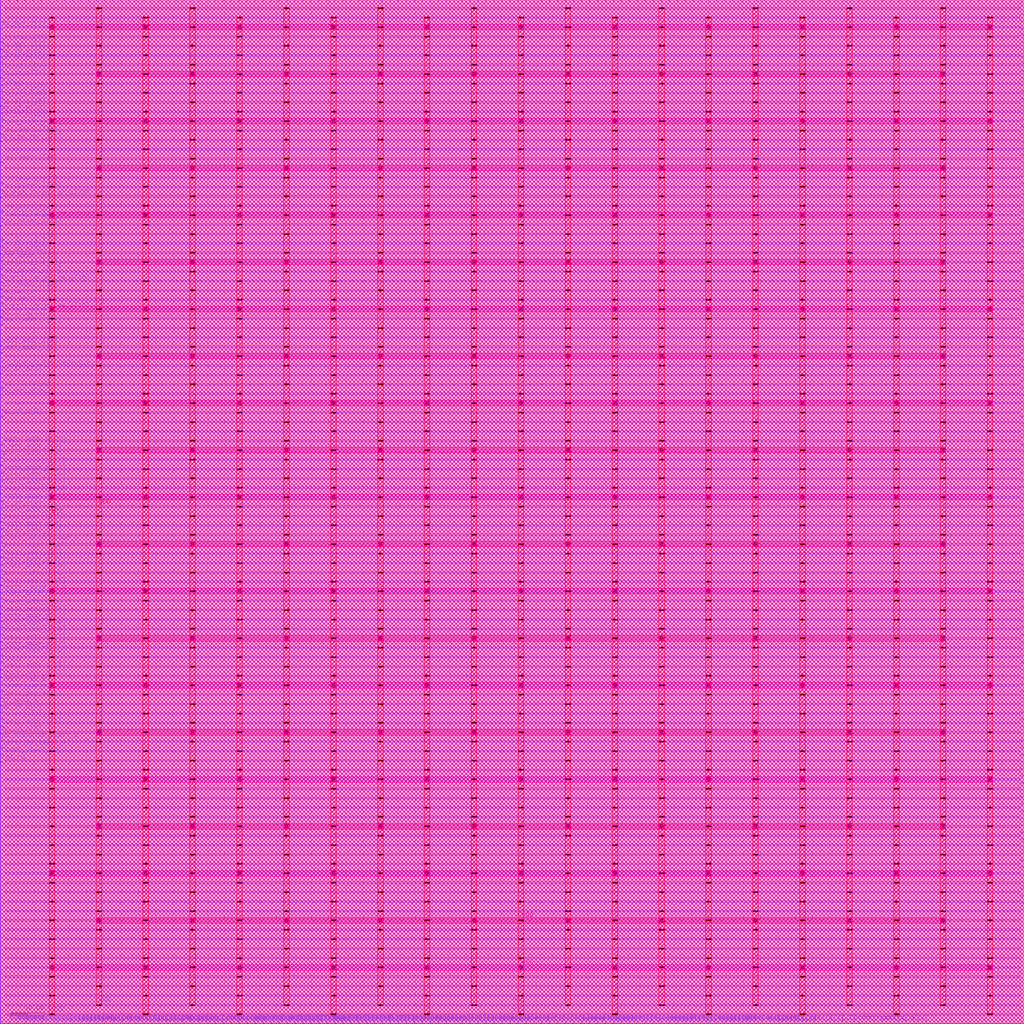
<source format=lef>
VERSION 5.8 ;
BUSBITCHARS "[]" ;
DIVIDERCHAR "/" ;
UNITS
    DATABASE MICRONS 1000 ;
END UNITS

VIA ibex_if_stage_via2_3_1600_480_1_5_320_320
  VIARULE M1M2_PR ;
  CUTSIZE 0.15 0.15 ;
  LAYERS met1 via met2 ;
  CUTSPACING 0.17 0.17 ;
  ENCLOSURE 0.085 0.165 0.055 0.085 ;
  ROWCOL 1 5 ;
END ibex_if_stage_via2_3_1600_480_1_5_320_320

VIA ibex_if_stage_via3_4_1600_480_1_4_400_400
  VIARULE M2M3_PR ;
  CUTSIZE 0.2 0.2 ;
  LAYERS met2 via2 met3 ;
  CUTSPACING 0.2 0.2 ;
  ENCLOSURE 0.04 0.085 0.065 0.065 ;
  ROWCOL 1 4 ;
END ibex_if_stage_via3_4_1600_480_1_4_400_400

VIA ibex_if_stage_via4_5_1600_480_1_4_400_400
  VIARULE M3M4_PR ;
  CUTSIZE 0.2 0.2 ;
  LAYERS met3 via3 met4 ;
  CUTSPACING 0.2 0.2 ;
  ENCLOSURE 0.09 0.06 0.1 0.065 ;
  ROWCOL 1 4 ;
END ibex_if_stage_via4_5_1600_480_1_4_400_400

VIA ibex_if_stage_via5_6_1600_1600_1_1_1600_1600
  VIARULE M4M5_PR ;
  CUTSIZE 0.8 0.8 ;
  LAYERS met4 via4 met5 ;
  CUTSPACING 0.8 0.8 ;
  ENCLOSURE 0.4 0.19 0.31 0.4 ;
END ibex_if_stage_via5_6_1600_1600_1_1_1600_1600

MACRO ibex_if_stage
  FOREIGN ibex_if_stage 0 0 ;
  CLASS BLOCK ;
  SIZE 296.22 BY 296.22 ;
  PIN VDD
    USE POWER ;
    DIRECTION INOUT ;
    PORT
      LAYER met5 ;
        RECT  27.72 273.92 273.58 275.52 ;
        RECT  27.72 246.72 273.58 248.32 ;
        RECT  27.72 219.52 273.58 221.12 ;
        RECT  27.72 192.32 273.58 193.92 ;
        RECT  27.72 165.12 273.58 166.72 ;
        RECT  27.72 137.92 273.58 139.52 ;
        RECT  27.72 110.72 273.58 112.32 ;
        RECT  27.72 83.52 273.58 85.12 ;
        RECT  27.72 56.32 273.58 57.92 ;
        RECT  27.72 29.12 273.58 30.72 ;
      LAYER met4 ;
        RECT  271.98 5.2 273.58 294 ;
        RECT  244.84 5.2 246.44 294 ;
        RECT  217.7 5.2 219.3 294 ;
        RECT  190.56 5.2 192.16 294 ;
        RECT  163.42 5.2 165.02 294 ;
        RECT  136.28 5.2 137.88 294 ;
        RECT  109.14 5.2 110.74 294 ;
        RECT  82 5.2 83.6 294 ;
        RECT  54.86 5.2 56.46 294 ;
        RECT  27.72 5.2 29.32 294 ;
      LAYER met1 ;
        RECT  1.38 293.52 294.86 294 ;
        RECT  1.38 288.08 294.86 288.56 ;
        RECT  1.38 282.64 294.86 283.12 ;
        RECT  1.38 277.2 294.86 277.68 ;
        RECT  1.38 271.76 294.86 272.24 ;
        RECT  1.38 266.32 294.86 266.8 ;
        RECT  1.38 260.88 294.86 261.36 ;
        RECT  1.38 255.44 294.86 255.92 ;
        RECT  1.38 250 294.86 250.48 ;
        RECT  1.38 244.56 294.86 245.04 ;
        RECT  1.38 239.12 294.86 239.6 ;
        RECT  1.38 233.68 294.86 234.16 ;
        RECT  1.38 228.24 294.86 228.72 ;
        RECT  1.38 222.8 294.86 223.28 ;
        RECT  1.38 217.36 294.86 217.84 ;
        RECT  1.38 211.92 294.86 212.4 ;
        RECT  1.38 206.48 294.86 206.96 ;
        RECT  1.38 201.04 294.86 201.52 ;
        RECT  1.38 195.6 294.86 196.08 ;
        RECT  1.38 190.16 294.86 190.64 ;
        RECT  1.38 184.72 294.86 185.2 ;
        RECT  1.38 179.28 294.86 179.76 ;
        RECT  1.38 173.84 294.86 174.32 ;
        RECT  1.38 168.4 294.86 168.88 ;
        RECT  1.38 162.96 294.86 163.44 ;
        RECT  1.38 157.52 294.86 158 ;
        RECT  1.38 152.08 294.86 152.56 ;
        RECT  1.38 146.64 294.86 147.12 ;
        RECT  1.38 141.2 294.86 141.68 ;
        RECT  1.38 135.76 294.86 136.24 ;
        RECT  1.38 130.32 294.86 130.8 ;
        RECT  1.38 124.88 294.86 125.36 ;
        RECT  1.38 119.44 294.86 119.92 ;
        RECT  1.38 114 294.86 114.48 ;
        RECT  1.38 108.56 294.86 109.04 ;
        RECT  1.38 103.12 294.86 103.6 ;
        RECT  1.38 97.68 294.86 98.16 ;
        RECT  1.38 92.24 294.86 92.72 ;
        RECT  1.38 86.8 294.86 87.28 ;
        RECT  1.38 81.36 294.86 81.84 ;
        RECT  1.38 75.92 294.86 76.4 ;
        RECT  1.38 70.48 294.86 70.96 ;
        RECT  1.38 65.04 294.86 65.52 ;
        RECT  1.38 59.6 294.86 60.08 ;
        RECT  1.38 54.16 294.86 54.64 ;
        RECT  1.38 48.72 294.86 49.2 ;
        RECT  1.38 43.28 294.86 43.76 ;
        RECT  1.38 37.84 294.86 38.32 ;
        RECT  1.38 32.4 294.86 32.88 ;
        RECT  1.38 26.96 294.86 27.44 ;
        RECT  1.38 21.52 294.86 22 ;
        RECT  1.38 16.08 294.86 16.56 ;
        RECT  1.38 10.64 294.86 11.12 ;
        RECT  1.38 5.2 294.86 5.68 ;
      VIA 272.78 274.72 ibex_if_stage_via5_6_1600_1600_1_1_1600_1600 ;
      VIA 272.78 247.52 ibex_if_stage_via5_6_1600_1600_1_1_1600_1600 ;
      VIA 272.78 220.32 ibex_if_stage_via5_6_1600_1600_1_1_1600_1600 ;
      VIA 272.78 193.12 ibex_if_stage_via5_6_1600_1600_1_1_1600_1600 ;
      VIA 272.78 165.92 ibex_if_stage_via5_6_1600_1600_1_1_1600_1600 ;
      VIA 272.78 138.72 ibex_if_stage_via5_6_1600_1600_1_1_1600_1600 ;
      VIA 272.78 111.52 ibex_if_stage_via5_6_1600_1600_1_1_1600_1600 ;
      VIA 272.78 84.32 ibex_if_stage_via5_6_1600_1600_1_1_1600_1600 ;
      VIA 272.78 57.12 ibex_if_stage_via5_6_1600_1600_1_1_1600_1600 ;
      VIA 272.78 29.92 ibex_if_stage_via5_6_1600_1600_1_1_1600_1600 ;
      VIA 245.64 274.72 ibex_if_stage_via5_6_1600_1600_1_1_1600_1600 ;
      VIA 245.64 247.52 ibex_if_stage_via5_6_1600_1600_1_1_1600_1600 ;
      VIA 245.64 220.32 ibex_if_stage_via5_6_1600_1600_1_1_1600_1600 ;
      VIA 245.64 193.12 ibex_if_stage_via5_6_1600_1600_1_1_1600_1600 ;
      VIA 245.64 165.92 ibex_if_stage_via5_6_1600_1600_1_1_1600_1600 ;
      VIA 245.64 138.72 ibex_if_stage_via5_6_1600_1600_1_1_1600_1600 ;
      VIA 245.64 111.52 ibex_if_stage_via5_6_1600_1600_1_1_1600_1600 ;
      VIA 245.64 84.32 ibex_if_stage_via5_6_1600_1600_1_1_1600_1600 ;
      VIA 245.64 57.12 ibex_if_stage_via5_6_1600_1600_1_1_1600_1600 ;
      VIA 245.64 29.92 ibex_if_stage_via5_6_1600_1600_1_1_1600_1600 ;
      VIA 218.5 274.72 ibex_if_stage_via5_6_1600_1600_1_1_1600_1600 ;
      VIA 218.5 247.52 ibex_if_stage_via5_6_1600_1600_1_1_1600_1600 ;
      VIA 218.5 220.32 ibex_if_stage_via5_6_1600_1600_1_1_1600_1600 ;
      VIA 218.5 193.12 ibex_if_stage_via5_6_1600_1600_1_1_1600_1600 ;
      VIA 218.5 165.92 ibex_if_stage_via5_6_1600_1600_1_1_1600_1600 ;
      VIA 218.5 138.72 ibex_if_stage_via5_6_1600_1600_1_1_1600_1600 ;
      VIA 218.5 111.52 ibex_if_stage_via5_6_1600_1600_1_1_1600_1600 ;
      VIA 218.5 84.32 ibex_if_stage_via5_6_1600_1600_1_1_1600_1600 ;
      VIA 218.5 57.12 ibex_if_stage_via5_6_1600_1600_1_1_1600_1600 ;
      VIA 218.5 29.92 ibex_if_stage_via5_6_1600_1600_1_1_1600_1600 ;
      VIA 191.36 274.72 ibex_if_stage_via5_6_1600_1600_1_1_1600_1600 ;
      VIA 191.36 247.52 ibex_if_stage_via5_6_1600_1600_1_1_1600_1600 ;
      VIA 191.36 220.32 ibex_if_stage_via5_6_1600_1600_1_1_1600_1600 ;
      VIA 191.36 193.12 ibex_if_stage_via5_6_1600_1600_1_1_1600_1600 ;
      VIA 191.36 165.92 ibex_if_stage_via5_6_1600_1600_1_1_1600_1600 ;
      VIA 191.36 138.72 ibex_if_stage_via5_6_1600_1600_1_1_1600_1600 ;
      VIA 191.36 111.52 ibex_if_stage_via5_6_1600_1600_1_1_1600_1600 ;
      VIA 191.36 84.32 ibex_if_stage_via5_6_1600_1600_1_1_1600_1600 ;
      VIA 191.36 57.12 ibex_if_stage_via5_6_1600_1600_1_1_1600_1600 ;
      VIA 191.36 29.92 ibex_if_stage_via5_6_1600_1600_1_1_1600_1600 ;
      VIA 164.22 274.72 ibex_if_stage_via5_6_1600_1600_1_1_1600_1600 ;
      VIA 164.22 247.52 ibex_if_stage_via5_6_1600_1600_1_1_1600_1600 ;
      VIA 164.22 220.32 ibex_if_stage_via5_6_1600_1600_1_1_1600_1600 ;
      VIA 164.22 193.12 ibex_if_stage_via5_6_1600_1600_1_1_1600_1600 ;
      VIA 164.22 165.92 ibex_if_stage_via5_6_1600_1600_1_1_1600_1600 ;
      VIA 164.22 138.72 ibex_if_stage_via5_6_1600_1600_1_1_1600_1600 ;
      VIA 164.22 111.52 ibex_if_stage_via5_6_1600_1600_1_1_1600_1600 ;
      VIA 164.22 84.32 ibex_if_stage_via5_6_1600_1600_1_1_1600_1600 ;
      VIA 164.22 57.12 ibex_if_stage_via5_6_1600_1600_1_1_1600_1600 ;
      VIA 164.22 29.92 ibex_if_stage_via5_6_1600_1600_1_1_1600_1600 ;
      VIA 137.08 274.72 ibex_if_stage_via5_6_1600_1600_1_1_1600_1600 ;
      VIA 137.08 247.52 ibex_if_stage_via5_6_1600_1600_1_1_1600_1600 ;
      VIA 137.08 220.32 ibex_if_stage_via5_6_1600_1600_1_1_1600_1600 ;
      VIA 137.08 193.12 ibex_if_stage_via5_6_1600_1600_1_1_1600_1600 ;
      VIA 137.08 165.92 ibex_if_stage_via5_6_1600_1600_1_1_1600_1600 ;
      VIA 137.08 138.72 ibex_if_stage_via5_6_1600_1600_1_1_1600_1600 ;
      VIA 137.08 111.52 ibex_if_stage_via5_6_1600_1600_1_1_1600_1600 ;
      VIA 137.08 84.32 ibex_if_stage_via5_6_1600_1600_1_1_1600_1600 ;
      VIA 137.08 57.12 ibex_if_stage_via5_6_1600_1600_1_1_1600_1600 ;
      VIA 137.08 29.92 ibex_if_stage_via5_6_1600_1600_1_1_1600_1600 ;
      VIA 109.94 274.72 ibex_if_stage_via5_6_1600_1600_1_1_1600_1600 ;
      VIA 109.94 247.52 ibex_if_stage_via5_6_1600_1600_1_1_1600_1600 ;
      VIA 109.94 220.32 ibex_if_stage_via5_6_1600_1600_1_1_1600_1600 ;
      VIA 109.94 193.12 ibex_if_stage_via5_6_1600_1600_1_1_1600_1600 ;
      VIA 109.94 165.92 ibex_if_stage_via5_6_1600_1600_1_1_1600_1600 ;
      VIA 109.94 138.72 ibex_if_stage_via5_6_1600_1600_1_1_1600_1600 ;
      VIA 109.94 111.52 ibex_if_stage_via5_6_1600_1600_1_1_1600_1600 ;
      VIA 109.94 84.32 ibex_if_stage_via5_6_1600_1600_1_1_1600_1600 ;
      VIA 109.94 57.12 ibex_if_stage_via5_6_1600_1600_1_1_1600_1600 ;
      VIA 109.94 29.92 ibex_if_stage_via5_6_1600_1600_1_1_1600_1600 ;
      VIA 82.8 274.72 ibex_if_stage_via5_6_1600_1600_1_1_1600_1600 ;
      VIA 82.8 247.52 ibex_if_stage_via5_6_1600_1600_1_1_1600_1600 ;
      VIA 82.8 220.32 ibex_if_stage_via5_6_1600_1600_1_1_1600_1600 ;
      VIA 82.8 193.12 ibex_if_stage_via5_6_1600_1600_1_1_1600_1600 ;
      VIA 82.8 165.92 ibex_if_stage_via5_6_1600_1600_1_1_1600_1600 ;
      VIA 82.8 138.72 ibex_if_stage_via5_6_1600_1600_1_1_1600_1600 ;
      VIA 82.8 111.52 ibex_if_stage_via5_6_1600_1600_1_1_1600_1600 ;
      VIA 82.8 84.32 ibex_if_stage_via5_6_1600_1600_1_1_1600_1600 ;
      VIA 82.8 57.12 ibex_if_stage_via5_6_1600_1600_1_1_1600_1600 ;
      VIA 82.8 29.92 ibex_if_stage_via5_6_1600_1600_1_1_1600_1600 ;
      VIA 55.66 274.72 ibex_if_stage_via5_6_1600_1600_1_1_1600_1600 ;
      VIA 55.66 247.52 ibex_if_stage_via5_6_1600_1600_1_1_1600_1600 ;
      VIA 55.66 220.32 ibex_if_stage_via5_6_1600_1600_1_1_1600_1600 ;
      VIA 55.66 193.12 ibex_if_stage_via5_6_1600_1600_1_1_1600_1600 ;
      VIA 55.66 165.92 ibex_if_stage_via5_6_1600_1600_1_1_1600_1600 ;
      VIA 55.66 138.72 ibex_if_stage_via5_6_1600_1600_1_1_1600_1600 ;
      VIA 55.66 111.52 ibex_if_stage_via5_6_1600_1600_1_1_1600_1600 ;
      VIA 55.66 84.32 ibex_if_stage_via5_6_1600_1600_1_1_1600_1600 ;
      VIA 55.66 57.12 ibex_if_stage_via5_6_1600_1600_1_1_1600_1600 ;
      VIA 55.66 29.92 ibex_if_stage_via5_6_1600_1600_1_1_1600_1600 ;
      VIA 28.52 274.72 ibex_if_stage_via5_6_1600_1600_1_1_1600_1600 ;
      VIA 28.52 247.52 ibex_if_stage_via5_6_1600_1600_1_1_1600_1600 ;
      VIA 28.52 220.32 ibex_if_stage_via5_6_1600_1600_1_1_1600_1600 ;
      VIA 28.52 193.12 ibex_if_stage_via5_6_1600_1600_1_1_1600_1600 ;
      VIA 28.52 165.92 ibex_if_stage_via5_6_1600_1600_1_1_1600_1600 ;
      VIA 28.52 138.72 ibex_if_stage_via5_6_1600_1600_1_1_1600_1600 ;
      VIA 28.52 111.52 ibex_if_stage_via5_6_1600_1600_1_1_1600_1600 ;
      VIA 28.52 84.32 ibex_if_stage_via5_6_1600_1600_1_1_1600_1600 ;
      VIA 28.52 57.12 ibex_if_stage_via5_6_1600_1600_1_1_1600_1600 ;
      VIA 28.52 29.92 ibex_if_stage_via5_6_1600_1600_1_1_1600_1600 ;
      LAYER met3 ;
        RECT  271.99 293.595 273.57 293.925 ;
      VIA 272.78 293.76 ibex_if_stage_via4_5_1600_480_1_4_400_400 ;
      LAYER met2 ;
        RECT  272.01 293.575 273.55 293.945 ;
      VIA 272.78 293.76 ibex_if_stage_via3_4_1600_480_1_4_400_400 ;
      VIA 272.78 293.76 ibex_if_stage_via2_3_1600_480_1_5_320_320 ;
      LAYER met3 ;
        RECT  271.99 288.155 273.57 288.485 ;
      VIA 272.78 288.32 ibex_if_stage_via4_5_1600_480_1_4_400_400 ;
      LAYER met2 ;
        RECT  272.01 288.135 273.55 288.505 ;
      VIA 272.78 288.32 ibex_if_stage_via3_4_1600_480_1_4_400_400 ;
      VIA 272.78 288.32 ibex_if_stage_via2_3_1600_480_1_5_320_320 ;
      LAYER met3 ;
        RECT  271.99 282.715 273.57 283.045 ;
      VIA 272.78 282.88 ibex_if_stage_via4_5_1600_480_1_4_400_400 ;
      LAYER met2 ;
        RECT  272.01 282.695 273.55 283.065 ;
      VIA 272.78 282.88 ibex_if_stage_via3_4_1600_480_1_4_400_400 ;
      VIA 272.78 282.88 ibex_if_stage_via2_3_1600_480_1_5_320_320 ;
      LAYER met3 ;
        RECT  271.99 277.275 273.57 277.605 ;
      VIA 272.78 277.44 ibex_if_stage_via4_5_1600_480_1_4_400_400 ;
      LAYER met2 ;
        RECT  272.01 277.255 273.55 277.625 ;
      VIA 272.78 277.44 ibex_if_stage_via3_4_1600_480_1_4_400_400 ;
      VIA 272.78 277.44 ibex_if_stage_via2_3_1600_480_1_5_320_320 ;
      LAYER met3 ;
        RECT  271.99 271.835 273.57 272.165 ;
      VIA 272.78 272 ibex_if_stage_via4_5_1600_480_1_4_400_400 ;
      LAYER met2 ;
        RECT  272.01 271.815 273.55 272.185 ;
      VIA 272.78 272 ibex_if_stage_via3_4_1600_480_1_4_400_400 ;
      VIA 272.78 272 ibex_if_stage_via2_3_1600_480_1_5_320_320 ;
      LAYER met3 ;
        RECT  271.99 266.395 273.57 266.725 ;
      VIA 272.78 266.56 ibex_if_stage_via4_5_1600_480_1_4_400_400 ;
      LAYER met2 ;
        RECT  272.01 266.375 273.55 266.745 ;
      VIA 272.78 266.56 ibex_if_stage_via3_4_1600_480_1_4_400_400 ;
      VIA 272.78 266.56 ibex_if_stage_via2_3_1600_480_1_5_320_320 ;
      LAYER met3 ;
        RECT  271.99 260.955 273.57 261.285 ;
      VIA 272.78 261.12 ibex_if_stage_via4_5_1600_480_1_4_400_400 ;
      LAYER met2 ;
        RECT  272.01 260.935 273.55 261.305 ;
      VIA 272.78 261.12 ibex_if_stage_via3_4_1600_480_1_4_400_400 ;
      VIA 272.78 261.12 ibex_if_stage_via2_3_1600_480_1_5_320_320 ;
      LAYER met3 ;
        RECT  271.99 255.515 273.57 255.845 ;
      VIA 272.78 255.68 ibex_if_stage_via4_5_1600_480_1_4_400_400 ;
      LAYER met2 ;
        RECT  272.01 255.495 273.55 255.865 ;
      VIA 272.78 255.68 ibex_if_stage_via3_4_1600_480_1_4_400_400 ;
      VIA 272.78 255.68 ibex_if_stage_via2_3_1600_480_1_5_320_320 ;
      LAYER met3 ;
        RECT  271.99 250.075 273.57 250.405 ;
      VIA 272.78 250.24 ibex_if_stage_via4_5_1600_480_1_4_400_400 ;
      LAYER met2 ;
        RECT  272.01 250.055 273.55 250.425 ;
      VIA 272.78 250.24 ibex_if_stage_via3_4_1600_480_1_4_400_400 ;
      VIA 272.78 250.24 ibex_if_stage_via2_3_1600_480_1_5_320_320 ;
      LAYER met3 ;
        RECT  271.99 244.635 273.57 244.965 ;
      VIA 272.78 244.8 ibex_if_stage_via4_5_1600_480_1_4_400_400 ;
      LAYER met2 ;
        RECT  272.01 244.615 273.55 244.985 ;
      VIA 272.78 244.8 ibex_if_stage_via3_4_1600_480_1_4_400_400 ;
      VIA 272.78 244.8 ibex_if_stage_via2_3_1600_480_1_5_320_320 ;
      LAYER met3 ;
        RECT  271.99 239.195 273.57 239.525 ;
      VIA 272.78 239.36 ibex_if_stage_via4_5_1600_480_1_4_400_400 ;
      LAYER met2 ;
        RECT  272.01 239.175 273.55 239.545 ;
      VIA 272.78 239.36 ibex_if_stage_via3_4_1600_480_1_4_400_400 ;
      VIA 272.78 239.36 ibex_if_stage_via2_3_1600_480_1_5_320_320 ;
      LAYER met3 ;
        RECT  271.99 233.755 273.57 234.085 ;
      VIA 272.78 233.92 ibex_if_stage_via4_5_1600_480_1_4_400_400 ;
      LAYER met2 ;
        RECT  272.01 233.735 273.55 234.105 ;
      VIA 272.78 233.92 ibex_if_stage_via3_4_1600_480_1_4_400_400 ;
      VIA 272.78 233.92 ibex_if_stage_via2_3_1600_480_1_5_320_320 ;
      LAYER met3 ;
        RECT  271.99 228.315 273.57 228.645 ;
      VIA 272.78 228.48 ibex_if_stage_via4_5_1600_480_1_4_400_400 ;
      LAYER met2 ;
        RECT  272.01 228.295 273.55 228.665 ;
      VIA 272.78 228.48 ibex_if_stage_via3_4_1600_480_1_4_400_400 ;
      VIA 272.78 228.48 ibex_if_stage_via2_3_1600_480_1_5_320_320 ;
      LAYER met3 ;
        RECT  271.99 222.875 273.57 223.205 ;
      VIA 272.78 223.04 ibex_if_stage_via4_5_1600_480_1_4_400_400 ;
      LAYER met2 ;
        RECT  272.01 222.855 273.55 223.225 ;
      VIA 272.78 223.04 ibex_if_stage_via3_4_1600_480_1_4_400_400 ;
      VIA 272.78 223.04 ibex_if_stage_via2_3_1600_480_1_5_320_320 ;
      LAYER met3 ;
        RECT  271.99 217.435 273.57 217.765 ;
      VIA 272.78 217.6 ibex_if_stage_via4_5_1600_480_1_4_400_400 ;
      LAYER met2 ;
        RECT  272.01 217.415 273.55 217.785 ;
      VIA 272.78 217.6 ibex_if_stage_via3_4_1600_480_1_4_400_400 ;
      VIA 272.78 217.6 ibex_if_stage_via2_3_1600_480_1_5_320_320 ;
      LAYER met3 ;
        RECT  271.99 211.995 273.57 212.325 ;
      VIA 272.78 212.16 ibex_if_stage_via4_5_1600_480_1_4_400_400 ;
      LAYER met2 ;
        RECT  272.01 211.975 273.55 212.345 ;
      VIA 272.78 212.16 ibex_if_stage_via3_4_1600_480_1_4_400_400 ;
      VIA 272.78 212.16 ibex_if_stage_via2_3_1600_480_1_5_320_320 ;
      LAYER met3 ;
        RECT  271.99 206.555 273.57 206.885 ;
      VIA 272.78 206.72 ibex_if_stage_via4_5_1600_480_1_4_400_400 ;
      LAYER met2 ;
        RECT  272.01 206.535 273.55 206.905 ;
      VIA 272.78 206.72 ibex_if_stage_via3_4_1600_480_1_4_400_400 ;
      VIA 272.78 206.72 ibex_if_stage_via2_3_1600_480_1_5_320_320 ;
      LAYER met3 ;
        RECT  271.99 201.115 273.57 201.445 ;
      VIA 272.78 201.28 ibex_if_stage_via4_5_1600_480_1_4_400_400 ;
      LAYER met2 ;
        RECT  272.01 201.095 273.55 201.465 ;
      VIA 272.78 201.28 ibex_if_stage_via3_4_1600_480_1_4_400_400 ;
      VIA 272.78 201.28 ibex_if_stage_via2_3_1600_480_1_5_320_320 ;
      LAYER met3 ;
        RECT  271.99 195.675 273.57 196.005 ;
      VIA 272.78 195.84 ibex_if_stage_via4_5_1600_480_1_4_400_400 ;
      LAYER met2 ;
        RECT  272.01 195.655 273.55 196.025 ;
      VIA 272.78 195.84 ibex_if_stage_via3_4_1600_480_1_4_400_400 ;
      VIA 272.78 195.84 ibex_if_stage_via2_3_1600_480_1_5_320_320 ;
      LAYER met3 ;
        RECT  271.99 190.235 273.57 190.565 ;
      VIA 272.78 190.4 ibex_if_stage_via4_5_1600_480_1_4_400_400 ;
      LAYER met2 ;
        RECT  272.01 190.215 273.55 190.585 ;
      VIA 272.78 190.4 ibex_if_stage_via3_4_1600_480_1_4_400_400 ;
      VIA 272.78 190.4 ibex_if_stage_via2_3_1600_480_1_5_320_320 ;
      LAYER met3 ;
        RECT  271.99 184.795 273.57 185.125 ;
      VIA 272.78 184.96 ibex_if_stage_via4_5_1600_480_1_4_400_400 ;
      LAYER met2 ;
        RECT  272.01 184.775 273.55 185.145 ;
      VIA 272.78 184.96 ibex_if_stage_via3_4_1600_480_1_4_400_400 ;
      VIA 272.78 184.96 ibex_if_stage_via2_3_1600_480_1_5_320_320 ;
      LAYER met3 ;
        RECT  271.99 179.355 273.57 179.685 ;
      VIA 272.78 179.52 ibex_if_stage_via4_5_1600_480_1_4_400_400 ;
      LAYER met2 ;
        RECT  272.01 179.335 273.55 179.705 ;
      VIA 272.78 179.52 ibex_if_stage_via3_4_1600_480_1_4_400_400 ;
      VIA 272.78 179.52 ibex_if_stage_via2_3_1600_480_1_5_320_320 ;
      LAYER met3 ;
        RECT  271.99 173.915 273.57 174.245 ;
      VIA 272.78 174.08 ibex_if_stage_via4_5_1600_480_1_4_400_400 ;
      LAYER met2 ;
        RECT  272.01 173.895 273.55 174.265 ;
      VIA 272.78 174.08 ibex_if_stage_via3_4_1600_480_1_4_400_400 ;
      VIA 272.78 174.08 ibex_if_stage_via2_3_1600_480_1_5_320_320 ;
      LAYER met3 ;
        RECT  271.99 168.475 273.57 168.805 ;
      VIA 272.78 168.64 ibex_if_stage_via4_5_1600_480_1_4_400_400 ;
      LAYER met2 ;
        RECT  272.01 168.455 273.55 168.825 ;
      VIA 272.78 168.64 ibex_if_stage_via3_4_1600_480_1_4_400_400 ;
      VIA 272.78 168.64 ibex_if_stage_via2_3_1600_480_1_5_320_320 ;
      LAYER met3 ;
        RECT  271.99 163.035 273.57 163.365 ;
      VIA 272.78 163.2 ibex_if_stage_via4_5_1600_480_1_4_400_400 ;
      LAYER met2 ;
        RECT  272.01 163.015 273.55 163.385 ;
      VIA 272.78 163.2 ibex_if_stage_via3_4_1600_480_1_4_400_400 ;
      VIA 272.78 163.2 ibex_if_stage_via2_3_1600_480_1_5_320_320 ;
      LAYER met3 ;
        RECT  271.99 157.595 273.57 157.925 ;
      VIA 272.78 157.76 ibex_if_stage_via4_5_1600_480_1_4_400_400 ;
      LAYER met2 ;
        RECT  272.01 157.575 273.55 157.945 ;
      VIA 272.78 157.76 ibex_if_stage_via3_4_1600_480_1_4_400_400 ;
      VIA 272.78 157.76 ibex_if_stage_via2_3_1600_480_1_5_320_320 ;
      LAYER met3 ;
        RECT  271.99 152.155 273.57 152.485 ;
      VIA 272.78 152.32 ibex_if_stage_via4_5_1600_480_1_4_400_400 ;
      LAYER met2 ;
        RECT  272.01 152.135 273.55 152.505 ;
      VIA 272.78 152.32 ibex_if_stage_via3_4_1600_480_1_4_400_400 ;
      VIA 272.78 152.32 ibex_if_stage_via2_3_1600_480_1_5_320_320 ;
      LAYER met3 ;
        RECT  271.99 146.715 273.57 147.045 ;
      VIA 272.78 146.88 ibex_if_stage_via4_5_1600_480_1_4_400_400 ;
      LAYER met2 ;
        RECT  272.01 146.695 273.55 147.065 ;
      VIA 272.78 146.88 ibex_if_stage_via3_4_1600_480_1_4_400_400 ;
      VIA 272.78 146.88 ibex_if_stage_via2_3_1600_480_1_5_320_320 ;
      LAYER met3 ;
        RECT  271.99 141.275 273.57 141.605 ;
      VIA 272.78 141.44 ibex_if_stage_via4_5_1600_480_1_4_400_400 ;
      LAYER met2 ;
        RECT  272.01 141.255 273.55 141.625 ;
      VIA 272.78 141.44 ibex_if_stage_via3_4_1600_480_1_4_400_400 ;
      VIA 272.78 141.44 ibex_if_stage_via2_3_1600_480_1_5_320_320 ;
      LAYER met3 ;
        RECT  271.99 135.835 273.57 136.165 ;
      VIA 272.78 136 ibex_if_stage_via4_5_1600_480_1_4_400_400 ;
      LAYER met2 ;
        RECT  272.01 135.815 273.55 136.185 ;
      VIA 272.78 136 ibex_if_stage_via3_4_1600_480_1_4_400_400 ;
      VIA 272.78 136 ibex_if_stage_via2_3_1600_480_1_5_320_320 ;
      LAYER met3 ;
        RECT  271.99 130.395 273.57 130.725 ;
      VIA 272.78 130.56 ibex_if_stage_via4_5_1600_480_1_4_400_400 ;
      LAYER met2 ;
        RECT  272.01 130.375 273.55 130.745 ;
      VIA 272.78 130.56 ibex_if_stage_via3_4_1600_480_1_4_400_400 ;
      VIA 272.78 130.56 ibex_if_stage_via2_3_1600_480_1_5_320_320 ;
      LAYER met3 ;
        RECT  271.99 124.955 273.57 125.285 ;
      VIA 272.78 125.12 ibex_if_stage_via4_5_1600_480_1_4_400_400 ;
      LAYER met2 ;
        RECT  272.01 124.935 273.55 125.305 ;
      VIA 272.78 125.12 ibex_if_stage_via3_4_1600_480_1_4_400_400 ;
      VIA 272.78 125.12 ibex_if_stage_via2_3_1600_480_1_5_320_320 ;
      LAYER met3 ;
        RECT  271.99 119.515 273.57 119.845 ;
      VIA 272.78 119.68 ibex_if_stage_via4_5_1600_480_1_4_400_400 ;
      LAYER met2 ;
        RECT  272.01 119.495 273.55 119.865 ;
      VIA 272.78 119.68 ibex_if_stage_via3_4_1600_480_1_4_400_400 ;
      VIA 272.78 119.68 ibex_if_stage_via2_3_1600_480_1_5_320_320 ;
      LAYER met3 ;
        RECT  271.99 114.075 273.57 114.405 ;
      VIA 272.78 114.24 ibex_if_stage_via4_5_1600_480_1_4_400_400 ;
      LAYER met2 ;
        RECT  272.01 114.055 273.55 114.425 ;
      VIA 272.78 114.24 ibex_if_stage_via3_4_1600_480_1_4_400_400 ;
      VIA 272.78 114.24 ibex_if_stage_via2_3_1600_480_1_5_320_320 ;
      LAYER met3 ;
        RECT  271.99 108.635 273.57 108.965 ;
      VIA 272.78 108.8 ibex_if_stage_via4_5_1600_480_1_4_400_400 ;
      LAYER met2 ;
        RECT  272.01 108.615 273.55 108.985 ;
      VIA 272.78 108.8 ibex_if_stage_via3_4_1600_480_1_4_400_400 ;
      VIA 272.78 108.8 ibex_if_stage_via2_3_1600_480_1_5_320_320 ;
      LAYER met3 ;
        RECT  271.99 103.195 273.57 103.525 ;
      VIA 272.78 103.36 ibex_if_stage_via4_5_1600_480_1_4_400_400 ;
      LAYER met2 ;
        RECT  272.01 103.175 273.55 103.545 ;
      VIA 272.78 103.36 ibex_if_stage_via3_4_1600_480_1_4_400_400 ;
      VIA 272.78 103.36 ibex_if_stage_via2_3_1600_480_1_5_320_320 ;
      LAYER met3 ;
        RECT  271.99 97.755 273.57 98.085 ;
      VIA 272.78 97.92 ibex_if_stage_via4_5_1600_480_1_4_400_400 ;
      LAYER met2 ;
        RECT  272.01 97.735 273.55 98.105 ;
      VIA 272.78 97.92 ibex_if_stage_via3_4_1600_480_1_4_400_400 ;
      VIA 272.78 97.92 ibex_if_stage_via2_3_1600_480_1_5_320_320 ;
      LAYER met3 ;
        RECT  271.99 92.315 273.57 92.645 ;
      VIA 272.78 92.48 ibex_if_stage_via4_5_1600_480_1_4_400_400 ;
      LAYER met2 ;
        RECT  272.01 92.295 273.55 92.665 ;
      VIA 272.78 92.48 ibex_if_stage_via3_4_1600_480_1_4_400_400 ;
      VIA 272.78 92.48 ibex_if_stage_via2_3_1600_480_1_5_320_320 ;
      LAYER met3 ;
        RECT  271.99 86.875 273.57 87.205 ;
      VIA 272.78 87.04 ibex_if_stage_via4_5_1600_480_1_4_400_400 ;
      LAYER met2 ;
        RECT  272.01 86.855 273.55 87.225 ;
      VIA 272.78 87.04 ibex_if_stage_via3_4_1600_480_1_4_400_400 ;
      VIA 272.78 87.04 ibex_if_stage_via2_3_1600_480_1_5_320_320 ;
      LAYER met3 ;
        RECT  271.99 81.435 273.57 81.765 ;
      VIA 272.78 81.6 ibex_if_stage_via4_5_1600_480_1_4_400_400 ;
      LAYER met2 ;
        RECT  272.01 81.415 273.55 81.785 ;
      VIA 272.78 81.6 ibex_if_stage_via3_4_1600_480_1_4_400_400 ;
      VIA 272.78 81.6 ibex_if_stage_via2_3_1600_480_1_5_320_320 ;
      LAYER met3 ;
        RECT  271.99 75.995 273.57 76.325 ;
      VIA 272.78 76.16 ibex_if_stage_via4_5_1600_480_1_4_400_400 ;
      LAYER met2 ;
        RECT  272.01 75.975 273.55 76.345 ;
      VIA 272.78 76.16 ibex_if_stage_via3_4_1600_480_1_4_400_400 ;
      VIA 272.78 76.16 ibex_if_stage_via2_3_1600_480_1_5_320_320 ;
      LAYER met3 ;
        RECT  271.99 70.555 273.57 70.885 ;
      VIA 272.78 70.72 ibex_if_stage_via4_5_1600_480_1_4_400_400 ;
      LAYER met2 ;
        RECT  272.01 70.535 273.55 70.905 ;
      VIA 272.78 70.72 ibex_if_stage_via3_4_1600_480_1_4_400_400 ;
      VIA 272.78 70.72 ibex_if_stage_via2_3_1600_480_1_5_320_320 ;
      LAYER met3 ;
        RECT  271.99 65.115 273.57 65.445 ;
      VIA 272.78 65.28 ibex_if_stage_via4_5_1600_480_1_4_400_400 ;
      LAYER met2 ;
        RECT  272.01 65.095 273.55 65.465 ;
      VIA 272.78 65.28 ibex_if_stage_via3_4_1600_480_1_4_400_400 ;
      VIA 272.78 65.28 ibex_if_stage_via2_3_1600_480_1_5_320_320 ;
      LAYER met3 ;
        RECT  271.99 59.675 273.57 60.005 ;
      VIA 272.78 59.84 ibex_if_stage_via4_5_1600_480_1_4_400_400 ;
      LAYER met2 ;
        RECT  272.01 59.655 273.55 60.025 ;
      VIA 272.78 59.84 ibex_if_stage_via3_4_1600_480_1_4_400_400 ;
      VIA 272.78 59.84 ibex_if_stage_via2_3_1600_480_1_5_320_320 ;
      LAYER met3 ;
        RECT  271.99 54.235 273.57 54.565 ;
      VIA 272.78 54.4 ibex_if_stage_via4_5_1600_480_1_4_400_400 ;
      LAYER met2 ;
        RECT  272.01 54.215 273.55 54.585 ;
      VIA 272.78 54.4 ibex_if_stage_via3_4_1600_480_1_4_400_400 ;
      VIA 272.78 54.4 ibex_if_stage_via2_3_1600_480_1_5_320_320 ;
      LAYER met3 ;
        RECT  271.99 48.795 273.57 49.125 ;
      VIA 272.78 48.96 ibex_if_stage_via4_5_1600_480_1_4_400_400 ;
      LAYER met2 ;
        RECT  272.01 48.775 273.55 49.145 ;
      VIA 272.78 48.96 ibex_if_stage_via3_4_1600_480_1_4_400_400 ;
      VIA 272.78 48.96 ibex_if_stage_via2_3_1600_480_1_5_320_320 ;
      LAYER met3 ;
        RECT  271.99 43.355 273.57 43.685 ;
      VIA 272.78 43.52 ibex_if_stage_via4_5_1600_480_1_4_400_400 ;
      LAYER met2 ;
        RECT  272.01 43.335 273.55 43.705 ;
      VIA 272.78 43.52 ibex_if_stage_via3_4_1600_480_1_4_400_400 ;
      VIA 272.78 43.52 ibex_if_stage_via2_3_1600_480_1_5_320_320 ;
      LAYER met3 ;
        RECT  271.99 37.915 273.57 38.245 ;
      VIA 272.78 38.08 ibex_if_stage_via4_5_1600_480_1_4_400_400 ;
      LAYER met2 ;
        RECT  272.01 37.895 273.55 38.265 ;
      VIA 272.78 38.08 ibex_if_stage_via3_4_1600_480_1_4_400_400 ;
      VIA 272.78 38.08 ibex_if_stage_via2_3_1600_480_1_5_320_320 ;
      LAYER met3 ;
        RECT  271.99 32.475 273.57 32.805 ;
      VIA 272.78 32.64 ibex_if_stage_via4_5_1600_480_1_4_400_400 ;
      LAYER met2 ;
        RECT  272.01 32.455 273.55 32.825 ;
      VIA 272.78 32.64 ibex_if_stage_via3_4_1600_480_1_4_400_400 ;
      VIA 272.78 32.64 ibex_if_stage_via2_3_1600_480_1_5_320_320 ;
      LAYER met3 ;
        RECT  271.99 27.035 273.57 27.365 ;
      VIA 272.78 27.2 ibex_if_stage_via4_5_1600_480_1_4_400_400 ;
      LAYER met2 ;
        RECT  272.01 27.015 273.55 27.385 ;
      VIA 272.78 27.2 ibex_if_stage_via3_4_1600_480_1_4_400_400 ;
      VIA 272.78 27.2 ibex_if_stage_via2_3_1600_480_1_5_320_320 ;
      LAYER met3 ;
        RECT  271.99 21.595 273.57 21.925 ;
      VIA 272.78 21.76 ibex_if_stage_via4_5_1600_480_1_4_400_400 ;
      LAYER met2 ;
        RECT  272.01 21.575 273.55 21.945 ;
      VIA 272.78 21.76 ibex_if_stage_via3_4_1600_480_1_4_400_400 ;
      VIA 272.78 21.76 ibex_if_stage_via2_3_1600_480_1_5_320_320 ;
      LAYER met3 ;
        RECT  271.99 16.155 273.57 16.485 ;
      VIA 272.78 16.32 ibex_if_stage_via4_5_1600_480_1_4_400_400 ;
      LAYER met2 ;
        RECT  272.01 16.135 273.55 16.505 ;
      VIA 272.78 16.32 ibex_if_stage_via3_4_1600_480_1_4_400_400 ;
      VIA 272.78 16.32 ibex_if_stage_via2_3_1600_480_1_5_320_320 ;
      LAYER met3 ;
        RECT  271.99 10.715 273.57 11.045 ;
      VIA 272.78 10.88 ibex_if_stage_via4_5_1600_480_1_4_400_400 ;
      LAYER met2 ;
        RECT  272.01 10.695 273.55 11.065 ;
      VIA 272.78 10.88 ibex_if_stage_via3_4_1600_480_1_4_400_400 ;
      VIA 272.78 10.88 ibex_if_stage_via2_3_1600_480_1_5_320_320 ;
      LAYER met3 ;
        RECT  271.99 5.275 273.57 5.605 ;
      VIA 272.78 5.44 ibex_if_stage_via4_5_1600_480_1_4_400_400 ;
      LAYER met2 ;
        RECT  272.01 5.255 273.55 5.625 ;
      VIA 272.78 5.44 ibex_if_stage_via3_4_1600_480_1_4_400_400 ;
      VIA 272.78 5.44 ibex_if_stage_via2_3_1600_480_1_5_320_320 ;
      LAYER met3 ;
        RECT  244.85 293.595 246.43 293.925 ;
      VIA 245.64 293.76 ibex_if_stage_via4_5_1600_480_1_4_400_400 ;
      LAYER met2 ;
        RECT  244.87 293.575 246.41 293.945 ;
      VIA 245.64 293.76 ibex_if_stage_via3_4_1600_480_1_4_400_400 ;
      VIA 245.64 293.76 ibex_if_stage_via2_3_1600_480_1_5_320_320 ;
      LAYER met3 ;
        RECT  244.85 288.155 246.43 288.485 ;
      VIA 245.64 288.32 ibex_if_stage_via4_5_1600_480_1_4_400_400 ;
      LAYER met2 ;
        RECT  244.87 288.135 246.41 288.505 ;
      VIA 245.64 288.32 ibex_if_stage_via3_4_1600_480_1_4_400_400 ;
      VIA 245.64 288.32 ibex_if_stage_via2_3_1600_480_1_5_320_320 ;
      LAYER met3 ;
        RECT  244.85 282.715 246.43 283.045 ;
      VIA 245.64 282.88 ibex_if_stage_via4_5_1600_480_1_4_400_400 ;
      LAYER met2 ;
        RECT  244.87 282.695 246.41 283.065 ;
      VIA 245.64 282.88 ibex_if_stage_via3_4_1600_480_1_4_400_400 ;
      VIA 245.64 282.88 ibex_if_stage_via2_3_1600_480_1_5_320_320 ;
      LAYER met3 ;
        RECT  244.85 277.275 246.43 277.605 ;
      VIA 245.64 277.44 ibex_if_stage_via4_5_1600_480_1_4_400_400 ;
      LAYER met2 ;
        RECT  244.87 277.255 246.41 277.625 ;
      VIA 245.64 277.44 ibex_if_stage_via3_4_1600_480_1_4_400_400 ;
      VIA 245.64 277.44 ibex_if_stage_via2_3_1600_480_1_5_320_320 ;
      LAYER met3 ;
        RECT  244.85 271.835 246.43 272.165 ;
      VIA 245.64 272 ibex_if_stage_via4_5_1600_480_1_4_400_400 ;
      LAYER met2 ;
        RECT  244.87 271.815 246.41 272.185 ;
      VIA 245.64 272 ibex_if_stage_via3_4_1600_480_1_4_400_400 ;
      VIA 245.64 272 ibex_if_stage_via2_3_1600_480_1_5_320_320 ;
      LAYER met3 ;
        RECT  244.85 266.395 246.43 266.725 ;
      VIA 245.64 266.56 ibex_if_stage_via4_5_1600_480_1_4_400_400 ;
      LAYER met2 ;
        RECT  244.87 266.375 246.41 266.745 ;
      VIA 245.64 266.56 ibex_if_stage_via3_4_1600_480_1_4_400_400 ;
      VIA 245.64 266.56 ibex_if_stage_via2_3_1600_480_1_5_320_320 ;
      LAYER met3 ;
        RECT  244.85 260.955 246.43 261.285 ;
      VIA 245.64 261.12 ibex_if_stage_via4_5_1600_480_1_4_400_400 ;
      LAYER met2 ;
        RECT  244.87 260.935 246.41 261.305 ;
      VIA 245.64 261.12 ibex_if_stage_via3_4_1600_480_1_4_400_400 ;
      VIA 245.64 261.12 ibex_if_stage_via2_3_1600_480_1_5_320_320 ;
      LAYER met3 ;
        RECT  244.85 255.515 246.43 255.845 ;
      VIA 245.64 255.68 ibex_if_stage_via4_5_1600_480_1_4_400_400 ;
      LAYER met2 ;
        RECT  244.87 255.495 246.41 255.865 ;
      VIA 245.64 255.68 ibex_if_stage_via3_4_1600_480_1_4_400_400 ;
      VIA 245.64 255.68 ibex_if_stage_via2_3_1600_480_1_5_320_320 ;
      LAYER met3 ;
        RECT  244.85 250.075 246.43 250.405 ;
      VIA 245.64 250.24 ibex_if_stage_via4_5_1600_480_1_4_400_400 ;
      LAYER met2 ;
        RECT  244.87 250.055 246.41 250.425 ;
      VIA 245.64 250.24 ibex_if_stage_via3_4_1600_480_1_4_400_400 ;
      VIA 245.64 250.24 ibex_if_stage_via2_3_1600_480_1_5_320_320 ;
      LAYER met3 ;
        RECT  244.85 244.635 246.43 244.965 ;
      VIA 245.64 244.8 ibex_if_stage_via4_5_1600_480_1_4_400_400 ;
      LAYER met2 ;
        RECT  244.87 244.615 246.41 244.985 ;
      VIA 245.64 244.8 ibex_if_stage_via3_4_1600_480_1_4_400_400 ;
      VIA 245.64 244.8 ibex_if_stage_via2_3_1600_480_1_5_320_320 ;
      LAYER met3 ;
        RECT  244.85 239.195 246.43 239.525 ;
      VIA 245.64 239.36 ibex_if_stage_via4_5_1600_480_1_4_400_400 ;
      LAYER met2 ;
        RECT  244.87 239.175 246.41 239.545 ;
      VIA 245.64 239.36 ibex_if_stage_via3_4_1600_480_1_4_400_400 ;
      VIA 245.64 239.36 ibex_if_stage_via2_3_1600_480_1_5_320_320 ;
      LAYER met3 ;
        RECT  244.85 233.755 246.43 234.085 ;
      VIA 245.64 233.92 ibex_if_stage_via4_5_1600_480_1_4_400_400 ;
      LAYER met2 ;
        RECT  244.87 233.735 246.41 234.105 ;
      VIA 245.64 233.92 ibex_if_stage_via3_4_1600_480_1_4_400_400 ;
      VIA 245.64 233.92 ibex_if_stage_via2_3_1600_480_1_5_320_320 ;
      LAYER met3 ;
        RECT  244.85 228.315 246.43 228.645 ;
      VIA 245.64 228.48 ibex_if_stage_via4_5_1600_480_1_4_400_400 ;
      LAYER met2 ;
        RECT  244.87 228.295 246.41 228.665 ;
      VIA 245.64 228.48 ibex_if_stage_via3_4_1600_480_1_4_400_400 ;
      VIA 245.64 228.48 ibex_if_stage_via2_3_1600_480_1_5_320_320 ;
      LAYER met3 ;
        RECT  244.85 222.875 246.43 223.205 ;
      VIA 245.64 223.04 ibex_if_stage_via4_5_1600_480_1_4_400_400 ;
      LAYER met2 ;
        RECT  244.87 222.855 246.41 223.225 ;
      VIA 245.64 223.04 ibex_if_stage_via3_4_1600_480_1_4_400_400 ;
      VIA 245.64 223.04 ibex_if_stage_via2_3_1600_480_1_5_320_320 ;
      LAYER met3 ;
        RECT  244.85 217.435 246.43 217.765 ;
      VIA 245.64 217.6 ibex_if_stage_via4_5_1600_480_1_4_400_400 ;
      LAYER met2 ;
        RECT  244.87 217.415 246.41 217.785 ;
      VIA 245.64 217.6 ibex_if_stage_via3_4_1600_480_1_4_400_400 ;
      VIA 245.64 217.6 ibex_if_stage_via2_3_1600_480_1_5_320_320 ;
      LAYER met3 ;
        RECT  244.85 211.995 246.43 212.325 ;
      VIA 245.64 212.16 ibex_if_stage_via4_5_1600_480_1_4_400_400 ;
      LAYER met2 ;
        RECT  244.87 211.975 246.41 212.345 ;
      VIA 245.64 212.16 ibex_if_stage_via3_4_1600_480_1_4_400_400 ;
      VIA 245.64 212.16 ibex_if_stage_via2_3_1600_480_1_5_320_320 ;
      LAYER met3 ;
        RECT  244.85 206.555 246.43 206.885 ;
      VIA 245.64 206.72 ibex_if_stage_via4_5_1600_480_1_4_400_400 ;
      LAYER met2 ;
        RECT  244.87 206.535 246.41 206.905 ;
      VIA 245.64 206.72 ibex_if_stage_via3_4_1600_480_1_4_400_400 ;
      VIA 245.64 206.72 ibex_if_stage_via2_3_1600_480_1_5_320_320 ;
      LAYER met3 ;
        RECT  244.85 201.115 246.43 201.445 ;
      VIA 245.64 201.28 ibex_if_stage_via4_5_1600_480_1_4_400_400 ;
      LAYER met2 ;
        RECT  244.87 201.095 246.41 201.465 ;
      VIA 245.64 201.28 ibex_if_stage_via3_4_1600_480_1_4_400_400 ;
      VIA 245.64 201.28 ibex_if_stage_via2_3_1600_480_1_5_320_320 ;
      LAYER met3 ;
        RECT  244.85 195.675 246.43 196.005 ;
      VIA 245.64 195.84 ibex_if_stage_via4_5_1600_480_1_4_400_400 ;
      LAYER met2 ;
        RECT  244.87 195.655 246.41 196.025 ;
      VIA 245.64 195.84 ibex_if_stage_via3_4_1600_480_1_4_400_400 ;
      VIA 245.64 195.84 ibex_if_stage_via2_3_1600_480_1_5_320_320 ;
      LAYER met3 ;
        RECT  244.85 190.235 246.43 190.565 ;
      VIA 245.64 190.4 ibex_if_stage_via4_5_1600_480_1_4_400_400 ;
      LAYER met2 ;
        RECT  244.87 190.215 246.41 190.585 ;
      VIA 245.64 190.4 ibex_if_stage_via3_4_1600_480_1_4_400_400 ;
      VIA 245.64 190.4 ibex_if_stage_via2_3_1600_480_1_5_320_320 ;
      LAYER met3 ;
        RECT  244.85 184.795 246.43 185.125 ;
      VIA 245.64 184.96 ibex_if_stage_via4_5_1600_480_1_4_400_400 ;
      LAYER met2 ;
        RECT  244.87 184.775 246.41 185.145 ;
      VIA 245.64 184.96 ibex_if_stage_via3_4_1600_480_1_4_400_400 ;
      VIA 245.64 184.96 ibex_if_stage_via2_3_1600_480_1_5_320_320 ;
      LAYER met3 ;
        RECT  244.85 179.355 246.43 179.685 ;
      VIA 245.64 179.52 ibex_if_stage_via4_5_1600_480_1_4_400_400 ;
      LAYER met2 ;
        RECT  244.87 179.335 246.41 179.705 ;
      VIA 245.64 179.52 ibex_if_stage_via3_4_1600_480_1_4_400_400 ;
      VIA 245.64 179.52 ibex_if_stage_via2_3_1600_480_1_5_320_320 ;
      LAYER met3 ;
        RECT  244.85 173.915 246.43 174.245 ;
      VIA 245.64 174.08 ibex_if_stage_via4_5_1600_480_1_4_400_400 ;
      LAYER met2 ;
        RECT  244.87 173.895 246.41 174.265 ;
      VIA 245.64 174.08 ibex_if_stage_via3_4_1600_480_1_4_400_400 ;
      VIA 245.64 174.08 ibex_if_stage_via2_3_1600_480_1_5_320_320 ;
      LAYER met3 ;
        RECT  244.85 168.475 246.43 168.805 ;
      VIA 245.64 168.64 ibex_if_stage_via4_5_1600_480_1_4_400_400 ;
      LAYER met2 ;
        RECT  244.87 168.455 246.41 168.825 ;
      VIA 245.64 168.64 ibex_if_stage_via3_4_1600_480_1_4_400_400 ;
      VIA 245.64 168.64 ibex_if_stage_via2_3_1600_480_1_5_320_320 ;
      LAYER met3 ;
        RECT  244.85 163.035 246.43 163.365 ;
      VIA 245.64 163.2 ibex_if_stage_via4_5_1600_480_1_4_400_400 ;
      LAYER met2 ;
        RECT  244.87 163.015 246.41 163.385 ;
      VIA 245.64 163.2 ibex_if_stage_via3_4_1600_480_1_4_400_400 ;
      VIA 245.64 163.2 ibex_if_stage_via2_3_1600_480_1_5_320_320 ;
      LAYER met3 ;
        RECT  244.85 157.595 246.43 157.925 ;
      VIA 245.64 157.76 ibex_if_stage_via4_5_1600_480_1_4_400_400 ;
      LAYER met2 ;
        RECT  244.87 157.575 246.41 157.945 ;
      VIA 245.64 157.76 ibex_if_stage_via3_4_1600_480_1_4_400_400 ;
      VIA 245.64 157.76 ibex_if_stage_via2_3_1600_480_1_5_320_320 ;
      LAYER met3 ;
        RECT  244.85 152.155 246.43 152.485 ;
      VIA 245.64 152.32 ibex_if_stage_via4_5_1600_480_1_4_400_400 ;
      LAYER met2 ;
        RECT  244.87 152.135 246.41 152.505 ;
      VIA 245.64 152.32 ibex_if_stage_via3_4_1600_480_1_4_400_400 ;
      VIA 245.64 152.32 ibex_if_stage_via2_3_1600_480_1_5_320_320 ;
      LAYER met3 ;
        RECT  244.85 146.715 246.43 147.045 ;
      VIA 245.64 146.88 ibex_if_stage_via4_5_1600_480_1_4_400_400 ;
      LAYER met2 ;
        RECT  244.87 146.695 246.41 147.065 ;
      VIA 245.64 146.88 ibex_if_stage_via3_4_1600_480_1_4_400_400 ;
      VIA 245.64 146.88 ibex_if_stage_via2_3_1600_480_1_5_320_320 ;
      LAYER met3 ;
        RECT  244.85 141.275 246.43 141.605 ;
      VIA 245.64 141.44 ibex_if_stage_via4_5_1600_480_1_4_400_400 ;
      LAYER met2 ;
        RECT  244.87 141.255 246.41 141.625 ;
      VIA 245.64 141.44 ibex_if_stage_via3_4_1600_480_1_4_400_400 ;
      VIA 245.64 141.44 ibex_if_stage_via2_3_1600_480_1_5_320_320 ;
      LAYER met3 ;
        RECT  244.85 135.835 246.43 136.165 ;
      VIA 245.64 136 ibex_if_stage_via4_5_1600_480_1_4_400_400 ;
      LAYER met2 ;
        RECT  244.87 135.815 246.41 136.185 ;
      VIA 245.64 136 ibex_if_stage_via3_4_1600_480_1_4_400_400 ;
      VIA 245.64 136 ibex_if_stage_via2_3_1600_480_1_5_320_320 ;
      LAYER met3 ;
        RECT  244.85 130.395 246.43 130.725 ;
      VIA 245.64 130.56 ibex_if_stage_via4_5_1600_480_1_4_400_400 ;
      LAYER met2 ;
        RECT  244.87 130.375 246.41 130.745 ;
      VIA 245.64 130.56 ibex_if_stage_via3_4_1600_480_1_4_400_400 ;
      VIA 245.64 130.56 ibex_if_stage_via2_3_1600_480_1_5_320_320 ;
      LAYER met3 ;
        RECT  244.85 124.955 246.43 125.285 ;
      VIA 245.64 125.12 ibex_if_stage_via4_5_1600_480_1_4_400_400 ;
      LAYER met2 ;
        RECT  244.87 124.935 246.41 125.305 ;
      VIA 245.64 125.12 ibex_if_stage_via3_4_1600_480_1_4_400_400 ;
      VIA 245.64 125.12 ibex_if_stage_via2_3_1600_480_1_5_320_320 ;
      LAYER met3 ;
        RECT  244.85 119.515 246.43 119.845 ;
      VIA 245.64 119.68 ibex_if_stage_via4_5_1600_480_1_4_400_400 ;
      LAYER met2 ;
        RECT  244.87 119.495 246.41 119.865 ;
      VIA 245.64 119.68 ibex_if_stage_via3_4_1600_480_1_4_400_400 ;
      VIA 245.64 119.68 ibex_if_stage_via2_3_1600_480_1_5_320_320 ;
      LAYER met3 ;
        RECT  244.85 114.075 246.43 114.405 ;
      VIA 245.64 114.24 ibex_if_stage_via4_5_1600_480_1_4_400_400 ;
      LAYER met2 ;
        RECT  244.87 114.055 246.41 114.425 ;
      VIA 245.64 114.24 ibex_if_stage_via3_4_1600_480_1_4_400_400 ;
      VIA 245.64 114.24 ibex_if_stage_via2_3_1600_480_1_5_320_320 ;
      LAYER met3 ;
        RECT  244.85 108.635 246.43 108.965 ;
      VIA 245.64 108.8 ibex_if_stage_via4_5_1600_480_1_4_400_400 ;
      LAYER met2 ;
        RECT  244.87 108.615 246.41 108.985 ;
      VIA 245.64 108.8 ibex_if_stage_via3_4_1600_480_1_4_400_400 ;
      VIA 245.64 108.8 ibex_if_stage_via2_3_1600_480_1_5_320_320 ;
      LAYER met3 ;
        RECT  244.85 103.195 246.43 103.525 ;
      VIA 245.64 103.36 ibex_if_stage_via4_5_1600_480_1_4_400_400 ;
      LAYER met2 ;
        RECT  244.87 103.175 246.41 103.545 ;
      VIA 245.64 103.36 ibex_if_stage_via3_4_1600_480_1_4_400_400 ;
      VIA 245.64 103.36 ibex_if_stage_via2_3_1600_480_1_5_320_320 ;
      LAYER met3 ;
        RECT  244.85 97.755 246.43 98.085 ;
      VIA 245.64 97.92 ibex_if_stage_via4_5_1600_480_1_4_400_400 ;
      LAYER met2 ;
        RECT  244.87 97.735 246.41 98.105 ;
      VIA 245.64 97.92 ibex_if_stage_via3_4_1600_480_1_4_400_400 ;
      VIA 245.64 97.92 ibex_if_stage_via2_3_1600_480_1_5_320_320 ;
      LAYER met3 ;
        RECT  244.85 92.315 246.43 92.645 ;
      VIA 245.64 92.48 ibex_if_stage_via4_5_1600_480_1_4_400_400 ;
      LAYER met2 ;
        RECT  244.87 92.295 246.41 92.665 ;
      VIA 245.64 92.48 ibex_if_stage_via3_4_1600_480_1_4_400_400 ;
      VIA 245.64 92.48 ibex_if_stage_via2_3_1600_480_1_5_320_320 ;
      LAYER met3 ;
        RECT  244.85 86.875 246.43 87.205 ;
      VIA 245.64 87.04 ibex_if_stage_via4_5_1600_480_1_4_400_400 ;
      LAYER met2 ;
        RECT  244.87 86.855 246.41 87.225 ;
      VIA 245.64 87.04 ibex_if_stage_via3_4_1600_480_1_4_400_400 ;
      VIA 245.64 87.04 ibex_if_stage_via2_3_1600_480_1_5_320_320 ;
      LAYER met3 ;
        RECT  244.85 81.435 246.43 81.765 ;
      VIA 245.64 81.6 ibex_if_stage_via4_5_1600_480_1_4_400_400 ;
      LAYER met2 ;
        RECT  244.87 81.415 246.41 81.785 ;
      VIA 245.64 81.6 ibex_if_stage_via3_4_1600_480_1_4_400_400 ;
      VIA 245.64 81.6 ibex_if_stage_via2_3_1600_480_1_5_320_320 ;
      LAYER met3 ;
        RECT  244.85 75.995 246.43 76.325 ;
      VIA 245.64 76.16 ibex_if_stage_via4_5_1600_480_1_4_400_400 ;
      LAYER met2 ;
        RECT  244.87 75.975 246.41 76.345 ;
      VIA 245.64 76.16 ibex_if_stage_via3_4_1600_480_1_4_400_400 ;
      VIA 245.64 76.16 ibex_if_stage_via2_3_1600_480_1_5_320_320 ;
      LAYER met3 ;
        RECT  244.85 70.555 246.43 70.885 ;
      VIA 245.64 70.72 ibex_if_stage_via4_5_1600_480_1_4_400_400 ;
      LAYER met2 ;
        RECT  244.87 70.535 246.41 70.905 ;
      VIA 245.64 70.72 ibex_if_stage_via3_4_1600_480_1_4_400_400 ;
      VIA 245.64 70.72 ibex_if_stage_via2_3_1600_480_1_5_320_320 ;
      LAYER met3 ;
        RECT  244.85 65.115 246.43 65.445 ;
      VIA 245.64 65.28 ibex_if_stage_via4_5_1600_480_1_4_400_400 ;
      LAYER met2 ;
        RECT  244.87 65.095 246.41 65.465 ;
      VIA 245.64 65.28 ibex_if_stage_via3_4_1600_480_1_4_400_400 ;
      VIA 245.64 65.28 ibex_if_stage_via2_3_1600_480_1_5_320_320 ;
      LAYER met3 ;
        RECT  244.85 59.675 246.43 60.005 ;
      VIA 245.64 59.84 ibex_if_stage_via4_5_1600_480_1_4_400_400 ;
      LAYER met2 ;
        RECT  244.87 59.655 246.41 60.025 ;
      VIA 245.64 59.84 ibex_if_stage_via3_4_1600_480_1_4_400_400 ;
      VIA 245.64 59.84 ibex_if_stage_via2_3_1600_480_1_5_320_320 ;
      LAYER met3 ;
        RECT  244.85 54.235 246.43 54.565 ;
      VIA 245.64 54.4 ibex_if_stage_via4_5_1600_480_1_4_400_400 ;
      LAYER met2 ;
        RECT  244.87 54.215 246.41 54.585 ;
      VIA 245.64 54.4 ibex_if_stage_via3_4_1600_480_1_4_400_400 ;
      VIA 245.64 54.4 ibex_if_stage_via2_3_1600_480_1_5_320_320 ;
      LAYER met3 ;
        RECT  244.85 48.795 246.43 49.125 ;
      VIA 245.64 48.96 ibex_if_stage_via4_5_1600_480_1_4_400_400 ;
      LAYER met2 ;
        RECT  244.87 48.775 246.41 49.145 ;
      VIA 245.64 48.96 ibex_if_stage_via3_4_1600_480_1_4_400_400 ;
      VIA 245.64 48.96 ibex_if_stage_via2_3_1600_480_1_5_320_320 ;
      LAYER met3 ;
        RECT  244.85 43.355 246.43 43.685 ;
      VIA 245.64 43.52 ibex_if_stage_via4_5_1600_480_1_4_400_400 ;
      LAYER met2 ;
        RECT  244.87 43.335 246.41 43.705 ;
      VIA 245.64 43.52 ibex_if_stage_via3_4_1600_480_1_4_400_400 ;
      VIA 245.64 43.52 ibex_if_stage_via2_3_1600_480_1_5_320_320 ;
      LAYER met3 ;
        RECT  244.85 37.915 246.43 38.245 ;
      VIA 245.64 38.08 ibex_if_stage_via4_5_1600_480_1_4_400_400 ;
      LAYER met2 ;
        RECT  244.87 37.895 246.41 38.265 ;
      VIA 245.64 38.08 ibex_if_stage_via3_4_1600_480_1_4_400_400 ;
      VIA 245.64 38.08 ibex_if_stage_via2_3_1600_480_1_5_320_320 ;
      LAYER met3 ;
        RECT  244.85 32.475 246.43 32.805 ;
      VIA 245.64 32.64 ibex_if_stage_via4_5_1600_480_1_4_400_400 ;
      LAYER met2 ;
        RECT  244.87 32.455 246.41 32.825 ;
      VIA 245.64 32.64 ibex_if_stage_via3_4_1600_480_1_4_400_400 ;
      VIA 245.64 32.64 ibex_if_stage_via2_3_1600_480_1_5_320_320 ;
      LAYER met3 ;
        RECT  244.85 27.035 246.43 27.365 ;
      VIA 245.64 27.2 ibex_if_stage_via4_5_1600_480_1_4_400_400 ;
      LAYER met2 ;
        RECT  244.87 27.015 246.41 27.385 ;
      VIA 245.64 27.2 ibex_if_stage_via3_4_1600_480_1_4_400_400 ;
      VIA 245.64 27.2 ibex_if_stage_via2_3_1600_480_1_5_320_320 ;
      LAYER met3 ;
        RECT  244.85 21.595 246.43 21.925 ;
      VIA 245.64 21.76 ibex_if_stage_via4_5_1600_480_1_4_400_400 ;
      LAYER met2 ;
        RECT  244.87 21.575 246.41 21.945 ;
      VIA 245.64 21.76 ibex_if_stage_via3_4_1600_480_1_4_400_400 ;
      VIA 245.64 21.76 ibex_if_stage_via2_3_1600_480_1_5_320_320 ;
      LAYER met3 ;
        RECT  244.85 16.155 246.43 16.485 ;
      VIA 245.64 16.32 ibex_if_stage_via4_5_1600_480_1_4_400_400 ;
      LAYER met2 ;
        RECT  244.87 16.135 246.41 16.505 ;
      VIA 245.64 16.32 ibex_if_stage_via3_4_1600_480_1_4_400_400 ;
      VIA 245.64 16.32 ibex_if_stage_via2_3_1600_480_1_5_320_320 ;
      LAYER met3 ;
        RECT  244.85 10.715 246.43 11.045 ;
      VIA 245.64 10.88 ibex_if_stage_via4_5_1600_480_1_4_400_400 ;
      LAYER met2 ;
        RECT  244.87 10.695 246.41 11.065 ;
      VIA 245.64 10.88 ibex_if_stage_via3_4_1600_480_1_4_400_400 ;
      VIA 245.64 10.88 ibex_if_stage_via2_3_1600_480_1_5_320_320 ;
      LAYER met3 ;
        RECT  244.85 5.275 246.43 5.605 ;
      VIA 245.64 5.44 ibex_if_stage_via4_5_1600_480_1_4_400_400 ;
      LAYER met2 ;
        RECT  244.87 5.255 246.41 5.625 ;
      VIA 245.64 5.44 ibex_if_stage_via3_4_1600_480_1_4_400_400 ;
      VIA 245.64 5.44 ibex_if_stage_via2_3_1600_480_1_5_320_320 ;
      LAYER met3 ;
        RECT  217.71 293.595 219.29 293.925 ;
      VIA 218.5 293.76 ibex_if_stage_via4_5_1600_480_1_4_400_400 ;
      LAYER met2 ;
        RECT  217.73 293.575 219.27 293.945 ;
      VIA 218.5 293.76 ibex_if_stage_via3_4_1600_480_1_4_400_400 ;
      VIA 218.5 293.76 ibex_if_stage_via2_3_1600_480_1_5_320_320 ;
      LAYER met3 ;
        RECT  217.71 288.155 219.29 288.485 ;
      VIA 218.5 288.32 ibex_if_stage_via4_5_1600_480_1_4_400_400 ;
      LAYER met2 ;
        RECT  217.73 288.135 219.27 288.505 ;
      VIA 218.5 288.32 ibex_if_stage_via3_4_1600_480_1_4_400_400 ;
      VIA 218.5 288.32 ibex_if_stage_via2_3_1600_480_1_5_320_320 ;
      LAYER met3 ;
        RECT  217.71 282.715 219.29 283.045 ;
      VIA 218.5 282.88 ibex_if_stage_via4_5_1600_480_1_4_400_400 ;
      LAYER met2 ;
        RECT  217.73 282.695 219.27 283.065 ;
      VIA 218.5 282.88 ibex_if_stage_via3_4_1600_480_1_4_400_400 ;
      VIA 218.5 282.88 ibex_if_stage_via2_3_1600_480_1_5_320_320 ;
      LAYER met3 ;
        RECT  217.71 277.275 219.29 277.605 ;
      VIA 218.5 277.44 ibex_if_stage_via4_5_1600_480_1_4_400_400 ;
      LAYER met2 ;
        RECT  217.73 277.255 219.27 277.625 ;
      VIA 218.5 277.44 ibex_if_stage_via3_4_1600_480_1_4_400_400 ;
      VIA 218.5 277.44 ibex_if_stage_via2_3_1600_480_1_5_320_320 ;
      LAYER met3 ;
        RECT  217.71 271.835 219.29 272.165 ;
      VIA 218.5 272 ibex_if_stage_via4_5_1600_480_1_4_400_400 ;
      LAYER met2 ;
        RECT  217.73 271.815 219.27 272.185 ;
      VIA 218.5 272 ibex_if_stage_via3_4_1600_480_1_4_400_400 ;
      VIA 218.5 272 ibex_if_stage_via2_3_1600_480_1_5_320_320 ;
      LAYER met3 ;
        RECT  217.71 266.395 219.29 266.725 ;
      VIA 218.5 266.56 ibex_if_stage_via4_5_1600_480_1_4_400_400 ;
      LAYER met2 ;
        RECT  217.73 266.375 219.27 266.745 ;
      VIA 218.5 266.56 ibex_if_stage_via3_4_1600_480_1_4_400_400 ;
      VIA 218.5 266.56 ibex_if_stage_via2_3_1600_480_1_5_320_320 ;
      LAYER met3 ;
        RECT  217.71 260.955 219.29 261.285 ;
      VIA 218.5 261.12 ibex_if_stage_via4_5_1600_480_1_4_400_400 ;
      LAYER met2 ;
        RECT  217.73 260.935 219.27 261.305 ;
      VIA 218.5 261.12 ibex_if_stage_via3_4_1600_480_1_4_400_400 ;
      VIA 218.5 261.12 ibex_if_stage_via2_3_1600_480_1_5_320_320 ;
      LAYER met3 ;
        RECT  217.71 255.515 219.29 255.845 ;
      VIA 218.5 255.68 ibex_if_stage_via4_5_1600_480_1_4_400_400 ;
      LAYER met2 ;
        RECT  217.73 255.495 219.27 255.865 ;
      VIA 218.5 255.68 ibex_if_stage_via3_4_1600_480_1_4_400_400 ;
      VIA 218.5 255.68 ibex_if_stage_via2_3_1600_480_1_5_320_320 ;
      LAYER met3 ;
        RECT  217.71 250.075 219.29 250.405 ;
      VIA 218.5 250.24 ibex_if_stage_via4_5_1600_480_1_4_400_400 ;
      LAYER met2 ;
        RECT  217.73 250.055 219.27 250.425 ;
      VIA 218.5 250.24 ibex_if_stage_via3_4_1600_480_1_4_400_400 ;
      VIA 218.5 250.24 ibex_if_stage_via2_3_1600_480_1_5_320_320 ;
      LAYER met3 ;
        RECT  217.71 244.635 219.29 244.965 ;
      VIA 218.5 244.8 ibex_if_stage_via4_5_1600_480_1_4_400_400 ;
      LAYER met2 ;
        RECT  217.73 244.615 219.27 244.985 ;
      VIA 218.5 244.8 ibex_if_stage_via3_4_1600_480_1_4_400_400 ;
      VIA 218.5 244.8 ibex_if_stage_via2_3_1600_480_1_5_320_320 ;
      LAYER met3 ;
        RECT  217.71 239.195 219.29 239.525 ;
      VIA 218.5 239.36 ibex_if_stage_via4_5_1600_480_1_4_400_400 ;
      LAYER met2 ;
        RECT  217.73 239.175 219.27 239.545 ;
      VIA 218.5 239.36 ibex_if_stage_via3_4_1600_480_1_4_400_400 ;
      VIA 218.5 239.36 ibex_if_stage_via2_3_1600_480_1_5_320_320 ;
      LAYER met3 ;
        RECT  217.71 233.755 219.29 234.085 ;
      VIA 218.5 233.92 ibex_if_stage_via4_5_1600_480_1_4_400_400 ;
      LAYER met2 ;
        RECT  217.73 233.735 219.27 234.105 ;
      VIA 218.5 233.92 ibex_if_stage_via3_4_1600_480_1_4_400_400 ;
      VIA 218.5 233.92 ibex_if_stage_via2_3_1600_480_1_5_320_320 ;
      LAYER met3 ;
        RECT  217.71 228.315 219.29 228.645 ;
      VIA 218.5 228.48 ibex_if_stage_via4_5_1600_480_1_4_400_400 ;
      LAYER met2 ;
        RECT  217.73 228.295 219.27 228.665 ;
      VIA 218.5 228.48 ibex_if_stage_via3_4_1600_480_1_4_400_400 ;
      VIA 218.5 228.48 ibex_if_stage_via2_3_1600_480_1_5_320_320 ;
      LAYER met3 ;
        RECT  217.71 222.875 219.29 223.205 ;
      VIA 218.5 223.04 ibex_if_stage_via4_5_1600_480_1_4_400_400 ;
      LAYER met2 ;
        RECT  217.73 222.855 219.27 223.225 ;
      VIA 218.5 223.04 ibex_if_stage_via3_4_1600_480_1_4_400_400 ;
      VIA 218.5 223.04 ibex_if_stage_via2_3_1600_480_1_5_320_320 ;
      LAYER met3 ;
        RECT  217.71 217.435 219.29 217.765 ;
      VIA 218.5 217.6 ibex_if_stage_via4_5_1600_480_1_4_400_400 ;
      LAYER met2 ;
        RECT  217.73 217.415 219.27 217.785 ;
      VIA 218.5 217.6 ibex_if_stage_via3_4_1600_480_1_4_400_400 ;
      VIA 218.5 217.6 ibex_if_stage_via2_3_1600_480_1_5_320_320 ;
      LAYER met3 ;
        RECT  217.71 211.995 219.29 212.325 ;
      VIA 218.5 212.16 ibex_if_stage_via4_5_1600_480_1_4_400_400 ;
      LAYER met2 ;
        RECT  217.73 211.975 219.27 212.345 ;
      VIA 218.5 212.16 ibex_if_stage_via3_4_1600_480_1_4_400_400 ;
      VIA 218.5 212.16 ibex_if_stage_via2_3_1600_480_1_5_320_320 ;
      LAYER met3 ;
        RECT  217.71 206.555 219.29 206.885 ;
      VIA 218.5 206.72 ibex_if_stage_via4_5_1600_480_1_4_400_400 ;
      LAYER met2 ;
        RECT  217.73 206.535 219.27 206.905 ;
      VIA 218.5 206.72 ibex_if_stage_via3_4_1600_480_1_4_400_400 ;
      VIA 218.5 206.72 ibex_if_stage_via2_3_1600_480_1_5_320_320 ;
      LAYER met3 ;
        RECT  217.71 201.115 219.29 201.445 ;
      VIA 218.5 201.28 ibex_if_stage_via4_5_1600_480_1_4_400_400 ;
      LAYER met2 ;
        RECT  217.73 201.095 219.27 201.465 ;
      VIA 218.5 201.28 ibex_if_stage_via3_4_1600_480_1_4_400_400 ;
      VIA 218.5 201.28 ibex_if_stage_via2_3_1600_480_1_5_320_320 ;
      LAYER met3 ;
        RECT  217.71 195.675 219.29 196.005 ;
      VIA 218.5 195.84 ibex_if_stage_via4_5_1600_480_1_4_400_400 ;
      LAYER met2 ;
        RECT  217.73 195.655 219.27 196.025 ;
      VIA 218.5 195.84 ibex_if_stage_via3_4_1600_480_1_4_400_400 ;
      VIA 218.5 195.84 ibex_if_stage_via2_3_1600_480_1_5_320_320 ;
      LAYER met3 ;
        RECT  217.71 190.235 219.29 190.565 ;
      VIA 218.5 190.4 ibex_if_stage_via4_5_1600_480_1_4_400_400 ;
      LAYER met2 ;
        RECT  217.73 190.215 219.27 190.585 ;
      VIA 218.5 190.4 ibex_if_stage_via3_4_1600_480_1_4_400_400 ;
      VIA 218.5 190.4 ibex_if_stage_via2_3_1600_480_1_5_320_320 ;
      LAYER met3 ;
        RECT  217.71 184.795 219.29 185.125 ;
      VIA 218.5 184.96 ibex_if_stage_via4_5_1600_480_1_4_400_400 ;
      LAYER met2 ;
        RECT  217.73 184.775 219.27 185.145 ;
      VIA 218.5 184.96 ibex_if_stage_via3_4_1600_480_1_4_400_400 ;
      VIA 218.5 184.96 ibex_if_stage_via2_3_1600_480_1_5_320_320 ;
      LAYER met3 ;
        RECT  217.71 179.355 219.29 179.685 ;
      VIA 218.5 179.52 ibex_if_stage_via4_5_1600_480_1_4_400_400 ;
      LAYER met2 ;
        RECT  217.73 179.335 219.27 179.705 ;
      VIA 218.5 179.52 ibex_if_stage_via3_4_1600_480_1_4_400_400 ;
      VIA 218.5 179.52 ibex_if_stage_via2_3_1600_480_1_5_320_320 ;
      LAYER met3 ;
        RECT  217.71 173.915 219.29 174.245 ;
      VIA 218.5 174.08 ibex_if_stage_via4_5_1600_480_1_4_400_400 ;
      LAYER met2 ;
        RECT  217.73 173.895 219.27 174.265 ;
      VIA 218.5 174.08 ibex_if_stage_via3_4_1600_480_1_4_400_400 ;
      VIA 218.5 174.08 ibex_if_stage_via2_3_1600_480_1_5_320_320 ;
      LAYER met3 ;
        RECT  217.71 168.475 219.29 168.805 ;
      VIA 218.5 168.64 ibex_if_stage_via4_5_1600_480_1_4_400_400 ;
      LAYER met2 ;
        RECT  217.73 168.455 219.27 168.825 ;
      VIA 218.5 168.64 ibex_if_stage_via3_4_1600_480_1_4_400_400 ;
      VIA 218.5 168.64 ibex_if_stage_via2_3_1600_480_1_5_320_320 ;
      LAYER met3 ;
        RECT  217.71 163.035 219.29 163.365 ;
      VIA 218.5 163.2 ibex_if_stage_via4_5_1600_480_1_4_400_400 ;
      LAYER met2 ;
        RECT  217.73 163.015 219.27 163.385 ;
      VIA 218.5 163.2 ibex_if_stage_via3_4_1600_480_1_4_400_400 ;
      VIA 218.5 163.2 ibex_if_stage_via2_3_1600_480_1_5_320_320 ;
      LAYER met3 ;
        RECT  217.71 157.595 219.29 157.925 ;
      VIA 218.5 157.76 ibex_if_stage_via4_5_1600_480_1_4_400_400 ;
      LAYER met2 ;
        RECT  217.73 157.575 219.27 157.945 ;
      VIA 218.5 157.76 ibex_if_stage_via3_4_1600_480_1_4_400_400 ;
      VIA 218.5 157.76 ibex_if_stage_via2_3_1600_480_1_5_320_320 ;
      LAYER met3 ;
        RECT  217.71 152.155 219.29 152.485 ;
      VIA 218.5 152.32 ibex_if_stage_via4_5_1600_480_1_4_400_400 ;
      LAYER met2 ;
        RECT  217.73 152.135 219.27 152.505 ;
      VIA 218.5 152.32 ibex_if_stage_via3_4_1600_480_1_4_400_400 ;
      VIA 218.5 152.32 ibex_if_stage_via2_3_1600_480_1_5_320_320 ;
      LAYER met3 ;
        RECT  217.71 146.715 219.29 147.045 ;
      VIA 218.5 146.88 ibex_if_stage_via4_5_1600_480_1_4_400_400 ;
      LAYER met2 ;
        RECT  217.73 146.695 219.27 147.065 ;
      VIA 218.5 146.88 ibex_if_stage_via3_4_1600_480_1_4_400_400 ;
      VIA 218.5 146.88 ibex_if_stage_via2_3_1600_480_1_5_320_320 ;
      LAYER met3 ;
        RECT  217.71 141.275 219.29 141.605 ;
      VIA 218.5 141.44 ibex_if_stage_via4_5_1600_480_1_4_400_400 ;
      LAYER met2 ;
        RECT  217.73 141.255 219.27 141.625 ;
      VIA 218.5 141.44 ibex_if_stage_via3_4_1600_480_1_4_400_400 ;
      VIA 218.5 141.44 ibex_if_stage_via2_3_1600_480_1_5_320_320 ;
      LAYER met3 ;
        RECT  217.71 135.835 219.29 136.165 ;
      VIA 218.5 136 ibex_if_stage_via4_5_1600_480_1_4_400_400 ;
      LAYER met2 ;
        RECT  217.73 135.815 219.27 136.185 ;
      VIA 218.5 136 ibex_if_stage_via3_4_1600_480_1_4_400_400 ;
      VIA 218.5 136 ibex_if_stage_via2_3_1600_480_1_5_320_320 ;
      LAYER met3 ;
        RECT  217.71 130.395 219.29 130.725 ;
      VIA 218.5 130.56 ibex_if_stage_via4_5_1600_480_1_4_400_400 ;
      LAYER met2 ;
        RECT  217.73 130.375 219.27 130.745 ;
      VIA 218.5 130.56 ibex_if_stage_via3_4_1600_480_1_4_400_400 ;
      VIA 218.5 130.56 ibex_if_stage_via2_3_1600_480_1_5_320_320 ;
      LAYER met3 ;
        RECT  217.71 124.955 219.29 125.285 ;
      VIA 218.5 125.12 ibex_if_stage_via4_5_1600_480_1_4_400_400 ;
      LAYER met2 ;
        RECT  217.73 124.935 219.27 125.305 ;
      VIA 218.5 125.12 ibex_if_stage_via3_4_1600_480_1_4_400_400 ;
      VIA 218.5 125.12 ibex_if_stage_via2_3_1600_480_1_5_320_320 ;
      LAYER met3 ;
        RECT  217.71 119.515 219.29 119.845 ;
      VIA 218.5 119.68 ibex_if_stage_via4_5_1600_480_1_4_400_400 ;
      LAYER met2 ;
        RECT  217.73 119.495 219.27 119.865 ;
      VIA 218.5 119.68 ibex_if_stage_via3_4_1600_480_1_4_400_400 ;
      VIA 218.5 119.68 ibex_if_stage_via2_3_1600_480_1_5_320_320 ;
      LAYER met3 ;
        RECT  217.71 114.075 219.29 114.405 ;
      VIA 218.5 114.24 ibex_if_stage_via4_5_1600_480_1_4_400_400 ;
      LAYER met2 ;
        RECT  217.73 114.055 219.27 114.425 ;
      VIA 218.5 114.24 ibex_if_stage_via3_4_1600_480_1_4_400_400 ;
      VIA 218.5 114.24 ibex_if_stage_via2_3_1600_480_1_5_320_320 ;
      LAYER met3 ;
        RECT  217.71 108.635 219.29 108.965 ;
      VIA 218.5 108.8 ibex_if_stage_via4_5_1600_480_1_4_400_400 ;
      LAYER met2 ;
        RECT  217.73 108.615 219.27 108.985 ;
      VIA 218.5 108.8 ibex_if_stage_via3_4_1600_480_1_4_400_400 ;
      VIA 218.5 108.8 ibex_if_stage_via2_3_1600_480_1_5_320_320 ;
      LAYER met3 ;
        RECT  217.71 103.195 219.29 103.525 ;
      VIA 218.5 103.36 ibex_if_stage_via4_5_1600_480_1_4_400_400 ;
      LAYER met2 ;
        RECT  217.73 103.175 219.27 103.545 ;
      VIA 218.5 103.36 ibex_if_stage_via3_4_1600_480_1_4_400_400 ;
      VIA 218.5 103.36 ibex_if_stage_via2_3_1600_480_1_5_320_320 ;
      LAYER met3 ;
        RECT  217.71 97.755 219.29 98.085 ;
      VIA 218.5 97.92 ibex_if_stage_via4_5_1600_480_1_4_400_400 ;
      LAYER met2 ;
        RECT  217.73 97.735 219.27 98.105 ;
      VIA 218.5 97.92 ibex_if_stage_via3_4_1600_480_1_4_400_400 ;
      VIA 218.5 97.92 ibex_if_stage_via2_3_1600_480_1_5_320_320 ;
      LAYER met3 ;
        RECT  217.71 92.315 219.29 92.645 ;
      VIA 218.5 92.48 ibex_if_stage_via4_5_1600_480_1_4_400_400 ;
      LAYER met2 ;
        RECT  217.73 92.295 219.27 92.665 ;
      VIA 218.5 92.48 ibex_if_stage_via3_4_1600_480_1_4_400_400 ;
      VIA 218.5 92.48 ibex_if_stage_via2_3_1600_480_1_5_320_320 ;
      LAYER met3 ;
        RECT  217.71 86.875 219.29 87.205 ;
      VIA 218.5 87.04 ibex_if_stage_via4_5_1600_480_1_4_400_400 ;
      LAYER met2 ;
        RECT  217.73 86.855 219.27 87.225 ;
      VIA 218.5 87.04 ibex_if_stage_via3_4_1600_480_1_4_400_400 ;
      VIA 218.5 87.04 ibex_if_stage_via2_3_1600_480_1_5_320_320 ;
      LAYER met3 ;
        RECT  217.71 81.435 219.29 81.765 ;
      VIA 218.5 81.6 ibex_if_stage_via4_5_1600_480_1_4_400_400 ;
      LAYER met2 ;
        RECT  217.73 81.415 219.27 81.785 ;
      VIA 218.5 81.6 ibex_if_stage_via3_4_1600_480_1_4_400_400 ;
      VIA 218.5 81.6 ibex_if_stage_via2_3_1600_480_1_5_320_320 ;
      LAYER met3 ;
        RECT  217.71 75.995 219.29 76.325 ;
      VIA 218.5 76.16 ibex_if_stage_via4_5_1600_480_1_4_400_400 ;
      LAYER met2 ;
        RECT  217.73 75.975 219.27 76.345 ;
      VIA 218.5 76.16 ibex_if_stage_via3_4_1600_480_1_4_400_400 ;
      VIA 218.5 76.16 ibex_if_stage_via2_3_1600_480_1_5_320_320 ;
      LAYER met3 ;
        RECT  217.71 70.555 219.29 70.885 ;
      VIA 218.5 70.72 ibex_if_stage_via4_5_1600_480_1_4_400_400 ;
      LAYER met2 ;
        RECT  217.73 70.535 219.27 70.905 ;
      VIA 218.5 70.72 ibex_if_stage_via3_4_1600_480_1_4_400_400 ;
      VIA 218.5 70.72 ibex_if_stage_via2_3_1600_480_1_5_320_320 ;
      LAYER met3 ;
        RECT  217.71 65.115 219.29 65.445 ;
      VIA 218.5 65.28 ibex_if_stage_via4_5_1600_480_1_4_400_400 ;
      LAYER met2 ;
        RECT  217.73 65.095 219.27 65.465 ;
      VIA 218.5 65.28 ibex_if_stage_via3_4_1600_480_1_4_400_400 ;
      VIA 218.5 65.28 ibex_if_stage_via2_3_1600_480_1_5_320_320 ;
      LAYER met3 ;
        RECT  217.71 59.675 219.29 60.005 ;
      VIA 218.5 59.84 ibex_if_stage_via4_5_1600_480_1_4_400_400 ;
      LAYER met2 ;
        RECT  217.73 59.655 219.27 60.025 ;
      VIA 218.5 59.84 ibex_if_stage_via3_4_1600_480_1_4_400_400 ;
      VIA 218.5 59.84 ibex_if_stage_via2_3_1600_480_1_5_320_320 ;
      LAYER met3 ;
        RECT  217.71 54.235 219.29 54.565 ;
      VIA 218.5 54.4 ibex_if_stage_via4_5_1600_480_1_4_400_400 ;
      LAYER met2 ;
        RECT  217.73 54.215 219.27 54.585 ;
      VIA 218.5 54.4 ibex_if_stage_via3_4_1600_480_1_4_400_400 ;
      VIA 218.5 54.4 ibex_if_stage_via2_3_1600_480_1_5_320_320 ;
      LAYER met3 ;
        RECT  217.71 48.795 219.29 49.125 ;
      VIA 218.5 48.96 ibex_if_stage_via4_5_1600_480_1_4_400_400 ;
      LAYER met2 ;
        RECT  217.73 48.775 219.27 49.145 ;
      VIA 218.5 48.96 ibex_if_stage_via3_4_1600_480_1_4_400_400 ;
      VIA 218.5 48.96 ibex_if_stage_via2_3_1600_480_1_5_320_320 ;
      LAYER met3 ;
        RECT  217.71 43.355 219.29 43.685 ;
      VIA 218.5 43.52 ibex_if_stage_via4_5_1600_480_1_4_400_400 ;
      LAYER met2 ;
        RECT  217.73 43.335 219.27 43.705 ;
      VIA 218.5 43.52 ibex_if_stage_via3_4_1600_480_1_4_400_400 ;
      VIA 218.5 43.52 ibex_if_stage_via2_3_1600_480_1_5_320_320 ;
      LAYER met3 ;
        RECT  217.71 37.915 219.29 38.245 ;
      VIA 218.5 38.08 ibex_if_stage_via4_5_1600_480_1_4_400_400 ;
      LAYER met2 ;
        RECT  217.73 37.895 219.27 38.265 ;
      VIA 218.5 38.08 ibex_if_stage_via3_4_1600_480_1_4_400_400 ;
      VIA 218.5 38.08 ibex_if_stage_via2_3_1600_480_1_5_320_320 ;
      LAYER met3 ;
        RECT  217.71 32.475 219.29 32.805 ;
      VIA 218.5 32.64 ibex_if_stage_via4_5_1600_480_1_4_400_400 ;
      LAYER met2 ;
        RECT  217.73 32.455 219.27 32.825 ;
      VIA 218.5 32.64 ibex_if_stage_via3_4_1600_480_1_4_400_400 ;
      VIA 218.5 32.64 ibex_if_stage_via2_3_1600_480_1_5_320_320 ;
      LAYER met3 ;
        RECT  217.71 27.035 219.29 27.365 ;
      VIA 218.5 27.2 ibex_if_stage_via4_5_1600_480_1_4_400_400 ;
      LAYER met2 ;
        RECT  217.73 27.015 219.27 27.385 ;
      VIA 218.5 27.2 ibex_if_stage_via3_4_1600_480_1_4_400_400 ;
      VIA 218.5 27.2 ibex_if_stage_via2_3_1600_480_1_5_320_320 ;
      LAYER met3 ;
        RECT  217.71 21.595 219.29 21.925 ;
      VIA 218.5 21.76 ibex_if_stage_via4_5_1600_480_1_4_400_400 ;
      LAYER met2 ;
        RECT  217.73 21.575 219.27 21.945 ;
      VIA 218.5 21.76 ibex_if_stage_via3_4_1600_480_1_4_400_400 ;
      VIA 218.5 21.76 ibex_if_stage_via2_3_1600_480_1_5_320_320 ;
      LAYER met3 ;
        RECT  217.71 16.155 219.29 16.485 ;
      VIA 218.5 16.32 ibex_if_stage_via4_5_1600_480_1_4_400_400 ;
      LAYER met2 ;
        RECT  217.73 16.135 219.27 16.505 ;
      VIA 218.5 16.32 ibex_if_stage_via3_4_1600_480_1_4_400_400 ;
      VIA 218.5 16.32 ibex_if_stage_via2_3_1600_480_1_5_320_320 ;
      LAYER met3 ;
        RECT  217.71 10.715 219.29 11.045 ;
      VIA 218.5 10.88 ibex_if_stage_via4_5_1600_480_1_4_400_400 ;
      LAYER met2 ;
        RECT  217.73 10.695 219.27 11.065 ;
      VIA 218.5 10.88 ibex_if_stage_via3_4_1600_480_1_4_400_400 ;
      VIA 218.5 10.88 ibex_if_stage_via2_3_1600_480_1_5_320_320 ;
      LAYER met3 ;
        RECT  217.71 5.275 219.29 5.605 ;
      VIA 218.5 5.44 ibex_if_stage_via4_5_1600_480_1_4_400_400 ;
      LAYER met2 ;
        RECT  217.73 5.255 219.27 5.625 ;
      VIA 218.5 5.44 ibex_if_stage_via3_4_1600_480_1_4_400_400 ;
      VIA 218.5 5.44 ibex_if_stage_via2_3_1600_480_1_5_320_320 ;
      LAYER met3 ;
        RECT  190.57 293.595 192.15 293.925 ;
      VIA 191.36 293.76 ibex_if_stage_via4_5_1600_480_1_4_400_400 ;
      LAYER met2 ;
        RECT  190.59 293.575 192.13 293.945 ;
      VIA 191.36 293.76 ibex_if_stage_via3_4_1600_480_1_4_400_400 ;
      VIA 191.36 293.76 ibex_if_stage_via2_3_1600_480_1_5_320_320 ;
      LAYER met3 ;
        RECT  190.57 288.155 192.15 288.485 ;
      VIA 191.36 288.32 ibex_if_stage_via4_5_1600_480_1_4_400_400 ;
      LAYER met2 ;
        RECT  190.59 288.135 192.13 288.505 ;
      VIA 191.36 288.32 ibex_if_stage_via3_4_1600_480_1_4_400_400 ;
      VIA 191.36 288.32 ibex_if_stage_via2_3_1600_480_1_5_320_320 ;
      LAYER met3 ;
        RECT  190.57 282.715 192.15 283.045 ;
      VIA 191.36 282.88 ibex_if_stage_via4_5_1600_480_1_4_400_400 ;
      LAYER met2 ;
        RECT  190.59 282.695 192.13 283.065 ;
      VIA 191.36 282.88 ibex_if_stage_via3_4_1600_480_1_4_400_400 ;
      VIA 191.36 282.88 ibex_if_stage_via2_3_1600_480_1_5_320_320 ;
      LAYER met3 ;
        RECT  190.57 277.275 192.15 277.605 ;
      VIA 191.36 277.44 ibex_if_stage_via4_5_1600_480_1_4_400_400 ;
      LAYER met2 ;
        RECT  190.59 277.255 192.13 277.625 ;
      VIA 191.36 277.44 ibex_if_stage_via3_4_1600_480_1_4_400_400 ;
      VIA 191.36 277.44 ibex_if_stage_via2_3_1600_480_1_5_320_320 ;
      LAYER met3 ;
        RECT  190.57 271.835 192.15 272.165 ;
      VIA 191.36 272 ibex_if_stage_via4_5_1600_480_1_4_400_400 ;
      LAYER met2 ;
        RECT  190.59 271.815 192.13 272.185 ;
      VIA 191.36 272 ibex_if_stage_via3_4_1600_480_1_4_400_400 ;
      VIA 191.36 272 ibex_if_stage_via2_3_1600_480_1_5_320_320 ;
      LAYER met3 ;
        RECT  190.57 266.395 192.15 266.725 ;
      VIA 191.36 266.56 ibex_if_stage_via4_5_1600_480_1_4_400_400 ;
      LAYER met2 ;
        RECT  190.59 266.375 192.13 266.745 ;
      VIA 191.36 266.56 ibex_if_stage_via3_4_1600_480_1_4_400_400 ;
      VIA 191.36 266.56 ibex_if_stage_via2_3_1600_480_1_5_320_320 ;
      LAYER met3 ;
        RECT  190.57 260.955 192.15 261.285 ;
      VIA 191.36 261.12 ibex_if_stage_via4_5_1600_480_1_4_400_400 ;
      LAYER met2 ;
        RECT  190.59 260.935 192.13 261.305 ;
      VIA 191.36 261.12 ibex_if_stage_via3_4_1600_480_1_4_400_400 ;
      VIA 191.36 261.12 ibex_if_stage_via2_3_1600_480_1_5_320_320 ;
      LAYER met3 ;
        RECT  190.57 255.515 192.15 255.845 ;
      VIA 191.36 255.68 ibex_if_stage_via4_5_1600_480_1_4_400_400 ;
      LAYER met2 ;
        RECT  190.59 255.495 192.13 255.865 ;
      VIA 191.36 255.68 ibex_if_stage_via3_4_1600_480_1_4_400_400 ;
      VIA 191.36 255.68 ibex_if_stage_via2_3_1600_480_1_5_320_320 ;
      LAYER met3 ;
        RECT  190.57 250.075 192.15 250.405 ;
      VIA 191.36 250.24 ibex_if_stage_via4_5_1600_480_1_4_400_400 ;
      LAYER met2 ;
        RECT  190.59 250.055 192.13 250.425 ;
      VIA 191.36 250.24 ibex_if_stage_via3_4_1600_480_1_4_400_400 ;
      VIA 191.36 250.24 ibex_if_stage_via2_3_1600_480_1_5_320_320 ;
      LAYER met3 ;
        RECT  190.57 244.635 192.15 244.965 ;
      VIA 191.36 244.8 ibex_if_stage_via4_5_1600_480_1_4_400_400 ;
      LAYER met2 ;
        RECT  190.59 244.615 192.13 244.985 ;
      VIA 191.36 244.8 ibex_if_stage_via3_4_1600_480_1_4_400_400 ;
      VIA 191.36 244.8 ibex_if_stage_via2_3_1600_480_1_5_320_320 ;
      LAYER met3 ;
        RECT  190.57 239.195 192.15 239.525 ;
      VIA 191.36 239.36 ibex_if_stage_via4_5_1600_480_1_4_400_400 ;
      LAYER met2 ;
        RECT  190.59 239.175 192.13 239.545 ;
      VIA 191.36 239.36 ibex_if_stage_via3_4_1600_480_1_4_400_400 ;
      VIA 191.36 239.36 ibex_if_stage_via2_3_1600_480_1_5_320_320 ;
      LAYER met3 ;
        RECT  190.57 233.755 192.15 234.085 ;
      VIA 191.36 233.92 ibex_if_stage_via4_5_1600_480_1_4_400_400 ;
      LAYER met2 ;
        RECT  190.59 233.735 192.13 234.105 ;
      VIA 191.36 233.92 ibex_if_stage_via3_4_1600_480_1_4_400_400 ;
      VIA 191.36 233.92 ibex_if_stage_via2_3_1600_480_1_5_320_320 ;
      LAYER met3 ;
        RECT  190.57 228.315 192.15 228.645 ;
      VIA 191.36 228.48 ibex_if_stage_via4_5_1600_480_1_4_400_400 ;
      LAYER met2 ;
        RECT  190.59 228.295 192.13 228.665 ;
      VIA 191.36 228.48 ibex_if_stage_via3_4_1600_480_1_4_400_400 ;
      VIA 191.36 228.48 ibex_if_stage_via2_3_1600_480_1_5_320_320 ;
      LAYER met3 ;
        RECT  190.57 222.875 192.15 223.205 ;
      VIA 191.36 223.04 ibex_if_stage_via4_5_1600_480_1_4_400_400 ;
      LAYER met2 ;
        RECT  190.59 222.855 192.13 223.225 ;
      VIA 191.36 223.04 ibex_if_stage_via3_4_1600_480_1_4_400_400 ;
      VIA 191.36 223.04 ibex_if_stage_via2_3_1600_480_1_5_320_320 ;
      LAYER met3 ;
        RECT  190.57 217.435 192.15 217.765 ;
      VIA 191.36 217.6 ibex_if_stage_via4_5_1600_480_1_4_400_400 ;
      LAYER met2 ;
        RECT  190.59 217.415 192.13 217.785 ;
      VIA 191.36 217.6 ibex_if_stage_via3_4_1600_480_1_4_400_400 ;
      VIA 191.36 217.6 ibex_if_stage_via2_3_1600_480_1_5_320_320 ;
      LAYER met3 ;
        RECT  190.57 211.995 192.15 212.325 ;
      VIA 191.36 212.16 ibex_if_stage_via4_5_1600_480_1_4_400_400 ;
      LAYER met2 ;
        RECT  190.59 211.975 192.13 212.345 ;
      VIA 191.36 212.16 ibex_if_stage_via3_4_1600_480_1_4_400_400 ;
      VIA 191.36 212.16 ibex_if_stage_via2_3_1600_480_1_5_320_320 ;
      LAYER met3 ;
        RECT  190.57 206.555 192.15 206.885 ;
      VIA 191.36 206.72 ibex_if_stage_via4_5_1600_480_1_4_400_400 ;
      LAYER met2 ;
        RECT  190.59 206.535 192.13 206.905 ;
      VIA 191.36 206.72 ibex_if_stage_via3_4_1600_480_1_4_400_400 ;
      VIA 191.36 206.72 ibex_if_stage_via2_3_1600_480_1_5_320_320 ;
      LAYER met3 ;
        RECT  190.57 201.115 192.15 201.445 ;
      VIA 191.36 201.28 ibex_if_stage_via4_5_1600_480_1_4_400_400 ;
      LAYER met2 ;
        RECT  190.59 201.095 192.13 201.465 ;
      VIA 191.36 201.28 ibex_if_stage_via3_4_1600_480_1_4_400_400 ;
      VIA 191.36 201.28 ibex_if_stage_via2_3_1600_480_1_5_320_320 ;
      LAYER met3 ;
        RECT  190.57 195.675 192.15 196.005 ;
      VIA 191.36 195.84 ibex_if_stage_via4_5_1600_480_1_4_400_400 ;
      LAYER met2 ;
        RECT  190.59 195.655 192.13 196.025 ;
      VIA 191.36 195.84 ibex_if_stage_via3_4_1600_480_1_4_400_400 ;
      VIA 191.36 195.84 ibex_if_stage_via2_3_1600_480_1_5_320_320 ;
      LAYER met3 ;
        RECT  190.57 190.235 192.15 190.565 ;
      VIA 191.36 190.4 ibex_if_stage_via4_5_1600_480_1_4_400_400 ;
      LAYER met2 ;
        RECT  190.59 190.215 192.13 190.585 ;
      VIA 191.36 190.4 ibex_if_stage_via3_4_1600_480_1_4_400_400 ;
      VIA 191.36 190.4 ibex_if_stage_via2_3_1600_480_1_5_320_320 ;
      LAYER met3 ;
        RECT  190.57 184.795 192.15 185.125 ;
      VIA 191.36 184.96 ibex_if_stage_via4_5_1600_480_1_4_400_400 ;
      LAYER met2 ;
        RECT  190.59 184.775 192.13 185.145 ;
      VIA 191.36 184.96 ibex_if_stage_via3_4_1600_480_1_4_400_400 ;
      VIA 191.36 184.96 ibex_if_stage_via2_3_1600_480_1_5_320_320 ;
      LAYER met3 ;
        RECT  190.57 179.355 192.15 179.685 ;
      VIA 191.36 179.52 ibex_if_stage_via4_5_1600_480_1_4_400_400 ;
      LAYER met2 ;
        RECT  190.59 179.335 192.13 179.705 ;
      VIA 191.36 179.52 ibex_if_stage_via3_4_1600_480_1_4_400_400 ;
      VIA 191.36 179.52 ibex_if_stage_via2_3_1600_480_1_5_320_320 ;
      LAYER met3 ;
        RECT  190.57 173.915 192.15 174.245 ;
      VIA 191.36 174.08 ibex_if_stage_via4_5_1600_480_1_4_400_400 ;
      LAYER met2 ;
        RECT  190.59 173.895 192.13 174.265 ;
      VIA 191.36 174.08 ibex_if_stage_via3_4_1600_480_1_4_400_400 ;
      VIA 191.36 174.08 ibex_if_stage_via2_3_1600_480_1_5_320_320 ;
      LAYER met3 ;
        RECT  190.57 168.475 192.15 168.805 ;
      VIA 191.36 168.64 ibex_if_stage_via4_5_1600_480_1_4_400_400 ;
      LAYER met2 ;
        RECT  190.59 168.455 192.13 168.825 ;
      VIA 191.36 168.64 ibex_if_stage_via3_4_1600_480_1_4_400_400 ;
      VIA 191.36 168.64 ibex_if_stage_via2_3_1600_480_1_5_320_320 ;
      LAYER met3 ;
        RECT  190.57 163.035 192.15 163.365 ;
      VIA 191.36 163.2 ibex_if_stage_via4_5_1600_480_1_4_400_400 ;
      LAYER met2 ;
        RECT  190.59 163.015 192.13 163.385 ;
      VIA 191.36 163.2 ibex_if_stage_via3_4_1600_480_1_4_400_400 ;
      VIA 191.36 163.2 ibex_if_stage_via2_3_1600_480_1_5_320_320 ;
      LAYER met3 ;
        RECT  190.57 157.595 192.15 157.925 ;
      VIA 191.36 157.76 ibex_if_stage_via4_5_1600_480_1_4_400_400 ;
      LAYER met2 ;
        RECT  190.59 157.575 192.13 157.945 ;
      VIA 191.36 157.76 ibex_if_stage_via3_4_1600_480_1_4_400_400 ;
      VIA 191.36 157.76 ibex_if_stage_via2_3_1600_480_1_5_320_320 ;
      LAYER met3 ;
        RECT  190.57 152.155 192.15 152.485 ;
      VIA 191.36 152.32 ibex_if_stage_via4_5_1600_480_1_4_400_400 ;
      LAYER met2 ;
        RECT  190.59 152.135 192.13 152.505 ;
      VIA 191.36 152.32 ibex_if_stage_via3_4_1600_480_1_4_400_400 ;
      VIA 191.36 152.32 ibex_if_stage_via2_3_1600_480_1_5_320_320 ;
      LAYER met3 ;
        RECT  190.57 146.715 192.15 147.045 ;
      VIA 191.36 146.88 ibex_if_stage_via4_5_1600_480_1_4_400_400 ;
      LAYER met2 ;
        RECT  190.59 146.695 192.13 147.065 ;
      VIA 191.36 146.88 ibex_if_stage_via3_4_1600_480_1_4_400_400 ;
      VIA 191.36 146.88 ibex_if_stage_via2_3_1600_480_1_5_320_320 ;
      LAYER met3 ;
        RECT  190.57 141.275 192.15 141.605 ;
      VIA 191.36 141.44 ibex_if_stage_via4_5_1600_480_1_4_400_400 ;
      LAYER met2 ;
        RECT  190.59 141.255 192.13 141.625 ;
      VIA 191.36 141.44 ibex_if_stage_via3_4_1600_480_1_4_400_400 ;
      VIA 191.36 141.44 ibex_if_stage_via2_3_1600_480_1_5_320_320 ;
      LAYER met3 ;
        RECT  190.57 135.835 192.15 136.165 ;
      VIA 191.36 136 ibex_if_stage_via4_5_1600_480_1_4_400_400 ;
      LAYER met2 ;
        RECT  190.59 135.815 192.13 136.185 ;
      VIA 191.36 136 ibex_if_stage_via3_4_1600_480_1_4_400_400 ;
      VIA 191.36 136 ibex_if_stage_via2_3_1600_480_1_5_320_320 ;
      LAYER met3 ;
        RECT  190.57 130.395 192.15 130.725 ;
      VIA 191.36 130.56 ibex_if_stage_via4_5_1600_480_1_4_400_400 ;
      LAYER met2 ;
        RECT  190.59 130.375 192.13 130.745 ;
      VIA 191.36 130.56 ibex_if_stage_via3_4_1600_480_1_4_400_400 ;
      VIA 191.36 130.56 ibex_if_stage_via2_3_1600_480_1_5_320_320 ;
      LAYER met3 ;
        RECT  190.57 124.955 192.15 125.285 ;
      VIA 191.36 125.12 ibex_if_stage_via4_5_1600_480_1_4_400_400 ;
      LAYER met2 ;
        RECT  190.59 124.935 192.13 125.305 ;
      VIA 191.36 125.12 ibex_if_stage_via3_4_1600_480_1_4_400_400 ;
      VIA 191.36 125.12 ibex_if_stage_via2_3_1600_480_1_5_320_320 ;
      LAYER met3 ;
        RECT  190.57 119.515 192.15 119.845 ;
      VIA 191.36 119.68 ibex_if_stage_via4_5_1600_480_1_4_400_400 ;
      LAYER met2 ;
        RECT  190.59 119.495 192.13 119.865 ;
      VIA 191.36 119.68 ibex_if_stage_via3_4_1600_480_1_4_400_400 ;
      VIA 191.36 119.68 ibex_if_stage_via2_3_1600_480_1_5_320_320 ;
      LAYER met3 ;
        RECT  190.57 114.075 192.15 114.405 ;
      VIA 191.36 114.24 ibex_if_stage_via4_5_1600_480_1_4_400_400 ;
      LAYER met2 ;
        RECT  190.59 114.055 192.13 114.425 ;
      VIA 191.36 114.24 ibex_if_stage_via3_4_1600_480_1_4_400_400 ;
      VIA 191.36 114.24 ibex_if_stage_via2_3_1600_480_1_5_320_320 ;
      LAYER met3 ;
        RECT  190.57 108.635 192.15 108.965 ;
      VIA 191.36 108.8 ibex_if_stage_via4_5_1600_480_1_4_400_400 ;
      LAYER met2 ;
        RECT  190.59 108.615 192.13 108.985 ;
      VIA 191.36 108.8 ibex_if_stage_via3_4_1600_480_1_4_400_400 ;
      VIA 191.36 108.8 ibex_if_stage_via2_3_1600_480_1_5_320_320 ;
      LAYER met3 ;
        RECT  190.57 103.195 192.15 103.525 ;
      VIA 191.36 103.36 ibex_if_stage_via4_5_1600_480_1_4_400_400 ;
      LAYER met2 ;
        RECT  190.59 103.175 192.13 103.545 ;
      VIA 191.36 103.36 ibex_if_stage_via3_4_1600_480_1_4_400_400 ;
      VIA 191.36 103.36 ibex_if_stage_via2_3_1600_480_1_5_320_320 ;
      LAYER met3 ;
        RECT  190.57 97.755 192.15 98.085 ;
      VIA 191.36 97.92 ibex_if_stage_via4_5_1600_480_1_4_400_400 ;
      LAYER met2 ;
        RECT  190.59 97.735 192.13 98.105 ;
      VIA 191.36 97.92 ibex_if_stage_via3_4_1600_480_1_4_400_400 ;
      VIA 191.36 97.92 ibex_if_stage_via2_3_1600_480_1_5_320_320 ;
      LAYER met3 ;
        RECT  190.57 92.315 192.15 92.645 ;
      VIA 191.36 92.48 ibex_if_stage_via4_5_1600_480_1_4_400_400 ;
      LAYER met2 ;
        RECT  190.59 92.295 192.13 92.665 ;
      VIA 191.36 92.48 ibex_if_stage_via3_4_1600_480_1_4_400_400 ;
      VIA 191.36 92.48 ibex_if_stage_via2_3_1600_480_1_5_320_320 ;
      LAYER met3 ;
        RECT  190.57 86.875 192.15 87.205 ;
      VIA 191.36 87.04 ibex_if_stage_via4_5_1600_480_1_4_400_400 ;
      LAYER met2 ;
        RECT  190.59 86.855 192.13 87.225 ;
      VIA 191.36 87.04 ibex_if_stage_via3_4_1600_480_1_4_400_400 ;
      VIA 191.36 87.04 ibex_if_stage_via2_3_1600_480_1_5_320_320 ;
      LAYER met3 ;
        RECT  190.57 81.435 192.15 81.765 ;
      VIA 191.36 81.6 ibex_if_stage_via4_5_1600_480_1_4_400_400 ;
      LAYER met2 ;
        RECT  190.59 81.415 192.13 81.785 ;
      VIA 191.36 81.6 ibex_if_stage_via3_4_1600_480_1_4_400_400 ;
      VIA 191.36 81.6 ibex_if_stage_via2_3_1600_480_1_5_320_320 ;
      LAYER met3 ;
        RECT  190.57 75.995 192.15 76.325 ;
      VIA 191.36 76.16 ibex_if_stage_via4_5_1600_480_1_4_400_400 ;
      LAYER met2 ;
        RECT  190.59 75.975 192.13 76.345 ;
      VIA 191.36 76.16 ibex_if_stage_via3_4_1600_480_1_4_400_400 ;
      VIA 191.36 76.16 ibex_if_stage_via2_3_1600_480_1_5_320_320 ;
      LAYER met3 ;
        RECT  190.57 70.555 192.15 70.885 ;
      VIA 191.36 70.72 ibex_if_stage_via4_5_1600_480_1_4_400_400 ;
      LAYER met2 ;
        RECT  190.59 70.535 192.13 70.905 ;
      VIA 191.36 70.72 ibex_if_stage_via3_4_1600_480_1_4_400_400 ;
      VIA 191.36 70.72 ibex_if_stage_via2_3_1600_480_1_5_320_320 ;
      LAYER met3 ;
        RECT  190.57 65.115 192.15 65.445 ;
      VIA 191.36 65.28 ibex_if_stage_via4_5_1600_480_1_4_400_400 ;
      LAYER met2 ;
        RECT  190.59 65.095 192.13 65.465 ;
      VIA 191.36 65.28 ibex_if_stage_via3_4_1600_480_1_4_400_400 ;
      VIA 191.36 65.28 ibex_if_stage_via2_3_1600_480_1_5_320_320 ;
      LAYER met3 ;
        RECT  190.57 59.675 192.15 60.005 ;
      VIA 191.36 59.84 ibex_if_stage_via4_5_1600_480_1_4_400_400 ;
      LAYER met2 ;
        RECT  190.59 59.655 192.13 60.025 ;
      VIA 191.36 59.84 ibex_if_stage_via3_4_1600_480_1_4_400_400 ;
      VIA 191.36 59.84 ibex_if_stage_via2_3_1600_480_1_5_320_320 ;
      LAYER met3 ;
        RECT  190.57 54.235 192.15 54.565 ;
      VIA 191.36 54.4 ibex_if_stage_via4_5_1600_480_1_4_400_400 ;
      LAYER met2 ;
        RECT  190.59 54.215 192.13 54.585 ;
      VIA 191.36 54.4 ibex_if_stage_via3_4_1600_480_1_4_400_400 ;
      VIA 191.36 54.4 ibex_if_stage_via2_3_1600_480_1_5_320_320 ;
      LAYER met3 ;
        RECT  190.57 48.795 192.15 49.125 ;
      VIA 191.36 48.96 ibex_if_stage_via4_5_1600_480_1_4_400_400 ;
      LAYER met2 ;
        RECT  190.59 48.775 192.13 49.145 ;
      VIA 191.36 48.96 ibex_if_stage_via3_4_1600_480_1_4_400_400 ;
      VIA 191.36 48.96 ibex_if_stage_via2_3_1600_480_1_5_320_320 ;
      LAYER met3 ;
        RECT  190.57 43.355 192.15 43.685 ;
      VIA 191.36 43.52 ibex_if_stage_via4_5_1600_480_1_4_400_400 ;
      LAYER met2 ;
        RECT  190.59 43.335 192.13 43.705 ;
      VIA 191.36 43.52 ibex_if_stage_via3_4_1600_480_1_4_400_400 ;
      VIA 191.36 43.52 ibex_if_stage_via2_3_1600_480_1_5_320_320 ;
      LAYER met3 ;
        RECT  190.57 37.915 192.15 38.245 ;
      VIA 191.36 38.08 ibex_if_stage_via4_5_1600_480_1_4_400_400 ;
      LAYER met2 ;
        RECT  190.59 37.895 192.13 38.265 ;
      VIA 191.36 38.08 ibex_if_stage_via3_4_1600_480_1_4_400_400 ;
      VIA 191.36 38.08 ibex_if_stage_via2_3_1600_480_1_5_320_320 ;
      LAYER met3 ;
        RECT  190.57 32.475 192.15 32.805 ;
      VIA 191.36 32.64 ibex_if_stage_via4_5_1600_480_1_4_400_400 ;
      LAYER met2 ;
        RECT  190.59 32.455 192.13 32.825 ;
      VIA 191.36 32.64 ibex_if_stage_via3_4_1600_480_1_4_400_400 ;
      VIA 191.36 32.64 ibex_if_stage_via2_3_1600_480_1_5_320_320 ;
      LAYER met3 ;
        RECT  190.57 27.035 192.15 27.365 ;
      VIA 191.36 27.2 ibex_if_stage_via4_5_1600_480_1_4_400_400 ;
      LAYER met2 ;
        RECT  190.59 27.015 192.13 27.385 ;
      VIA 191.36 27.2 ibex_if_stage_via3_4_1600_480_1_4_400_400 ;
      VIA 191.36 27.2 ibex_if_stage_via2_3_1600_480_1_5_320_320 ;
      LAYER met3 ;
        RECT  190.57 21.595 192.15 21.925 ;
      VIA 191.36 21.76 ibex_if_stage_via4_5_1600_480_1_4_400_400 ;
      LAYER met2 ;
        RECT  190.59 21.575 192.13 21.945 ;
      VIA 191.36 21.76 ibex_if_stage_via3_4_1600_480_1_4_400_400 ;
      VIA 191.36 21.76 ibex_if_stage_via2_3_1600_480_1_5_320_320 ;
      LAYER met3 ;
        RECT  190.57 16.155 192.15 16.485 ;
      VIA 191.36 16.32 ibex_if_stage_via4_5_1600_480_1_4_400_400 ;
      LAYER met2 ;
        RECT  190.59 16.135 192.13 16.505 ;
      VIA 191.36 16.32 ibex_if_stage_via3_4_1600_480_1_4_400_400 ;
      VIA 191.36 16.32 ibex_if_stage_via2_3_1600_480_1_5_320_320 ;
      LAYER met3 ;
        RECT  190.57 10.715 192.15 11.045 ;
      VIA 191.36 10.88 ibex_if_stage_via4_5_1600_480_1_4_400_400 ;
      LAYER met2 ;
        RECT  190.59 10.695 192.13 11.065 ;
      VIA 191.36 10.88 ibex_if_stage_via3_4_1600_480_1_4_400_400 ;
      VIA 191.36 10.88 ibex_if_stage_via2_3_1600_480_1_5_320_320 ;
      LAYER met3 ;
        RECT  190.57 5.275 192.15 5.605 ;
      VIA 191.36 5.44 ibex_if_stage_via4_5_1600_480_1_4_400_400 ;
      LAYER met2 ;
        RECT  190.59 5.255 192.13 5.625 ;
      VIA 191.36 5.44 ibex_if_stage_via3_4_1600_480_1_4_400_400 ;
      VIA 191.36 5.44 ibex_if_stage_via2_3_1600_480_1_5_320_320 ;
      LAYER met3 ;
        RECT  163.43 293.595 165.01 293.925 ;
      VIA 164.22 293.76 ibex_if_stage_via4_5_1600_480_1_4_400_400 ;
      LAYER met2 ;
        RECT  163.45 293.575 164.99 293.945 ;
      VIA 164.22 293.76 ibex_if_stage_via3_4_1600_480_1_4_400_400 ;
      VIA 164.22 293.76 ibex_if_stage_via2_3_1600_480_1_5_320_320 ;
      LAYER met3 ;
        RECT  163.43 288.155 165.01 288.485 ;
      VIA 164.22 288.32 ibex_if_stage_via4_5_1600_480_1_4_400_400 ;
      LAYER met2 ;
        RECT  163.45 288.135 164.99 288.505 ;
      VIA 164.22 288.32 ibex_if_stage_via3_4_1600_480_1_4_400_400 ;
      VIA 164.22 288.32 ibex_if_stage_via2_3_1600_480_1_5_320_320 ;
      LAYER met3 ;
        RECT  163.43 282.715 165.01 283.045 ;
      VIA 164.22 282.88 ibex_if_stage_via4_5_1600_480_1_4_400_400 ;
      LAYER met2 ;
        RECT  163.45 282.695 164.99 283.065 ;
      VIA 164.22 282.88 ibex_if_stage_via3_4_1600_480_1_4_400_400 ;
      VIA 164.22 282.88 ibex_if_stage_via2_3_1600_480_1_5_320_320 ;
      LAYER met3 ;
        RECT  163.43 277.275 165.01 277.605 ;
      VIA 164.22 277.44 ibex_if_stage_via4_5_1600_480_1_4_400_400 ;
      LAYER met2 ;
        RECT  163.45 277.255 164.99 277.625 ;
      VIA 164.22 277.44 ibex_if_stage_via3_4_1600_480_1_4_400_400 ;
      VIA 164.22 277.44 ibex_if_stage_via2_3_1600_480_1_5_320_320 ;
      LAYER met3 ;
        RECT  163.43 271.835 165.01 272.165 ;
      VIA 164.22 272 ibex_if_stage_via4_5_1600_480_1_4_400_400 ;
      LAYER met2 ;
        RECT  163.45 271.815 164.99 272.185 ;
      VIA 164.22 272 ibex_if_stage_via3_4_1600_480_1_4_400_400 ;
      VIA 164.22 272 ibex_if_stage_via2_3_1600_480_1_5_320_320 ;
      LAYER met3 ;
        RECT  163.43 266.395 165.01 266.725 ;
      VIA 164.22 266.56 ibex_if_stage_via4_5_1600_480_1_4_400_400 ;
      LAYER met2 ;
        RECT  163.45 266.375 164.99 266.745 ;
      VIA 164.22 266.56 ibex_if_stage_via3_4_1600_480_1_4_400_400 ;
      VIA 164.22 266.56 ibex_if_stage_via2_3_1600_480_1_5_320_320 ;
      LAYER met3 ;
        RECT  163.43 260.955 165.01 261.285 ;
      VIA 164.22 261.12 ibex_if_stage_via4_5_1600_480_1_4_400_400 ;
      LAYER met2 ;
        RECT  163.45 260.935 164.99 261.305 ;
      VIA 164.22 261.12 ibex_if_stage_via3_4_1600_480_1_4_400_400 ;
      VIA 164.22 261.12 ibex_if_stage_via2_3_1600_480_1_5_320_320 ;
      LAYER met3 ;
        RECT  163.43 255.515 165.01 255.845 ;
      VIA 164.22 255.68 ibex_if_stage_via4_5_1600_480_1_4_400_400 ;
      LAYER met2 ;
        RECT  163.45 255.495 164.99 255.865 ;
      VIA 164.22 255.68 ibex_if_stage_via3_4_1600_480_1_4_400_400 ;
      VIA 164.22 255.68 ibex_if_stage_via2_3_1600_480_1_5_320_320 ;
      LAYER met3 ;
        RECT  163.43 250.075 165.01 250.405 ;
      VIA 164.22 250.24 ibex_if_stage_via4_5_1600_480_1_4_400_400 ;
      LAYER met2 ;
        RECT  163.45 250.055 164.99 250.425 ;
      VIA 164.22 250.24 ibex_if_stage_via3_4_1600_480_1_4_400_400 ;
      VIA 164.22 250.24 ibex_if_stage_via2_3_1600_480_1_5_320_320 ;
      LAYER met3 ;
        RECT  163.43 244.635 165.01 244.965 ;
      VIA 164.22 244.8 ibex_if_stage_via4_5_1600_480_1_4_400_400 ;
      LAYER met2 ;
        RECT  163.45 244.615 164.99 244.985 ;
      VIA 164.22 244.8 ibex_if_stage_via3_4_1600_480_1_4_400_400 ;
      VIA 164.22 244.8 ibex_if_stage_via2_3_1600_480_1_5_320_320 ;
      LAYER met3 ;
        RECT  163.43 239.195 165.01 239.525 ;
      VIA 164.22 239.36 ibex_if_stage_via4_5_1600_480_1_4_400_400 ;
      LAYER met2 ;
        RECT  163.45 239.175 164.99 239.545 ;
      VIA 164.22 239.36 ibex_if_stage_via3_4_1600_480_1_4_400_400 ;
      VIA 164.22 239.36 ibex_if_stage_via2_3_1600_480_1_5_320_320 ;
      LAYER met3 ;
        RECT  163.43 233.755 165.01 234.085 ;
      VIA 164.22 233.92 ibex_if_stage_via4_5_1600_480_1_4_400_400 ;
      LAYER met2 ;
        RECT  163.45 233.735 164.99 234.105 ;
      VIA 164.22 233.92 ibex_if_stage_via3_4_1600_480_1_4_400_400 ;
      VIA 164.22 233.92 ibex_if_stage_via2_3_1600_480_1_5_320_320 ;
      LAYER met3 ;
        RECT  163.43 228.315 165.01 228.645 ;
      VIA 164.22 228.48 ibex_if_stage_via4_5_1600_480_1_4_400_400 ;
      LAYER met2 ;
        RECT  163.45 228.295 164.99 228.665 ;
      VIA 164.22 228.48 ibex_if_stage_via3_4_1600_480_1_4_400_400 ;
      VIA 164.22 228.48 ibex_if_stage_via2_3_1600_480_1_5_320_320 ;
      LAYER met3 ;
        RECT  163.43 222.875 165.01 223.205 ;
      VIA 164.22 223.04 ibex_if_stage_via4_5_1600_480_1_4_400_400 ;
      LAYER met2 ;
        RECT  163.45 222.855 164.99 223.225 ;
      VIA 164.22 223.04 ibex_if_stage_via3_4_1600_480_1_4_400_400 ;
      VIA 164.22 223.04 ibex_if_stage_via2_3_1600_480_1_5_320_320 ;
      LAYER met3 ;
        RECT  163.43 217.435 165.01 217.765 ;
      VIA 164.22 217.6 ibex_if_stage_via4_5_1600_480_1_4_400_400 ;
      LAYER met2 ;
        RECT  163.45 217.415 164.99 217.785 ;
      VIA 164.22 217.6 ibex_if_stage_via3_4_1600_480_1_4_400_400 ;
      VIA 164.22 217.6 ibex_if_stage_via2_3_1600_480_1_5_320_320 ;
      LAYER met3 ;
        RECT  163.43 211.995 165.01 212.325 ;
      VIA 164.22 212.16 ibex_if_stage_via4_5_1600_480_1_4_400_400 ;
      LAYER met2 ;
        RECT  163.45 211.975 164.99 212.345 ;
      VIA 164.22 212.16 ibex_if_stage_via3_4_1600_480_1_4_400_400 ;
      VIA 164.22 212.16 ibex_if_stage_via2_3_1600_480_1_5_320_320 ;
      LAYER met3 ;
        RECT  163.43 206.555 165.01 206.885 ;
      VIA 164.22 206.72 ibex_if_stage_via4_5_1600_480_1_4_400_400 ;
      LAYER met2 ;
        RECT  163.45 206.535 164.99 206.905 ;
      VIA 164.22 206.72 ibex_if_stage_via3_4_1600_480_1_4_400_400 ;
      VIA 164.22 206.72 ibex_if_stage_via2_3_1600_480_1_5_320_320 ;
      LAYER met3 ;
        RECT  163.43 201.115 165.01 201.445 ;
      VIA 164.22 201.28 ibex_if_stage_via4_5_1600_480_1_4_400_400 ;
      LAYER met2 ;
        RECT  163.45 201.095 164.99 201.465 ;
      VIA 164.22 201.28 ibex_if_stage_via3_4_1600_480_1_4_400_400 ;
      VIA 164.22 201.28 ibex_if_stage_via2_3_1600_480_1_5_320_320 ;
      LAYER met3 ;
        RECT  163.43 195.675 165.01 196.005 ;
      VIA 164.22 195.84 ibex_if_stage_via4_5_1600_480_1_4_400_400 ;
      LAYER met2 ;
        RECT  163.45 195.655 164.99 196.025 ;
      VIA 164.22 195.84 ibex_if_stage_via3_4_1600_480_1_4_400_400 ;
      VIA 164.22 195.84 ibex_if_stage_via2_3_1600_480_1_5_320_320 ;
      LAYER met3 ;
        RECT  163.43 190.235 165.01 190.565 ;
      VIA 164.22 190.4 ibex_if_stage_via4_5_1600_480_1_4_400_400 ;
      LAYER met2 ;
        RECT  163.45 190.215 164.99 190.585 ;
      VIA 164.22 190.4 ibex_if_stage_via3_4_1600_480_1_4_400_400 ;
      VIA 164.22 190.4 ibex_if_stage_via2_3_1600_480_1_5_320_320 ;
      LAYER met3 ;
        RECT  163.43 184.795 165.01 185.125 ;
      VIA 164.22 184.96 ibex_if_stage_via4_5_1600_480_1_4_400_400 ;
      LAYER met2 ;
        RECT  163.45 184.775 164.99 185.145 ;
      VIA 164.22 184.96 ibex_if_stage_via3_4_1600_480_1_4_400_400 ;
      VIA 164.22 184.96 ibex_if_stage_via2_3_1600_480_1_5_320_320 ;
      LAYER met3 ;
        RECT  163.43 179.355 165.01 179.685 ;
      VIA 164.22 179.52 ibex_if_stage_via4_5_1600_480_1_4_400_400 ;
      LAYER met2 ;
        RECT  163.45 179.335 164.99 179.705 ;
      VIA 164.22 179.52 ibex_if_stage_via3_4_1600_480_1_4_400_400 ;
      VIA 164.22 179.52 ibex_if_stage_via2_3_1600_480_1_5_320_320 ;
      LAYER met3 ;
        RECT  163.43 173.915 165.01 174.245 ;
      VIA 164.22 174.08 ibex_if_stage_via4_5_1600_480_1_4_400_400 ;
      LAYER met2 ;
        RECT  163.45 173.895 164.99 174.265 ;
      VIA 164.22 174.08 ibex_if_stage_via3_4_1600_480_1_4_400_400 ;
      VIA 164.22 174.08 ibex_if_stage_via2_3_1600_480_1_5_320_320 ;
      LAYER met3 ;
        RECT  163.43 168.475 165.01 168.805 ;
      VIA 164.22 168.64 ibex_if_stage_via4_5_1600_480_1_4_400_400 ;
      LAYER met2 ;
        RECT  163.45 168.455 164.99 168.825 ;
      VIA 164.22 168.64 ibex_if_stage_via3_4_1600_480_1_4_400_400 ;
      VIA 164.22 168.64 ibex_if_stage_via2_3_1600_480_1_5_320_320 ;
      LAYER met3 ;
        RECT  163.43 163.035 165.01 163.365 ;
      VIA 164.22 163.2 ibex_if_stage_via4_5_1600_480_1_4_400_400 ;
      LAYER met2 ;
        RECT  163.45 163.015 164.99 163.385 ;
      VIA 164.22 163.2 ibex_if_stage_via3_4_1600_480_1_4_400_400 ;
      VIA 164.22 163.2 ibex_if_stage_via2_3_1600_480_1_5_320_320 ;
      LAYER met3 ;
        RECT  163.43 157.595 165.01 157.925 ;
      VIA 164.22 157.76 ibex_if_stage_via4_5_1600_480_1_4_400_400 ;
      LAYER met2 ;
        RECT  163.45 157.575 164.99 157.945 ;
      VIA 164.22 157.76 ibex_if_stage_via3_4_1600_480_1_4_400_400 ;
      VIA 164.22 157.76 ibex_if_stage_via2_3_1600_480_1_5_320_320 ;
      LAYER met3 ;
        RECT  163.43 152.155 165.01 152.485 ;
      VIA 164.22 152.32 ibex_if_stage_via4_5_1600_480_1_4_400_400 ;
      LAYER met2 ;
        RECT  163.45 152.135 164.99 152.505 ;
      VIA 164.22 152.32 ibex_if_stage_via3_4_1600_480_1_4_400_400 ;
      VIA 164.22 152.32 ibex_if_stage_via2_3_1600_480_1_5_320_320 ;
      LAYER met3 ;
        RECT  163.43 146.715 165.01 147.045 ;
      VIA 164.22 146.88 ibex_if_stage_via4_5_1600_480_1_4_400_400 ;
      LAYER met2 ;
        RECT  163.45 146.695 164.99 147.065 ;
      VIA 164.22 146.88 ibex_if_stage_via3_4_1600_480_1_4_400_400 ;
      VIA 164.22 146.88 ibex_if_stage_via2_3_1600_480_1_5_320_320 ;
      LAYER met3 ;
        RECT  163.43 141.275 165.01 141.605 ;
      VIA 164.22 141.44 ibex_if_stage_via4_5_1600_480_1_4_400_400 ;
      LAYER met2 ;
        RECT  163.45 141.255 164.99 141.625 ;
      VIA 164.22 141.44 ibex_if_stage_via3_4_1600_480_1_4_400_400 ;
      VIA 164.22 141.44 ibex_if_stage_via2_3_1600_480_1_5_320_320 ;
      LAYER met3 ;
        RECT  163.43 135.835 165.01 136.165 ;
      VIA 164.22 136 ibex_if_stage_via4_5_1600_480_1_4_400_400 ;
      LAYER met2 ;
        RECT  163.45 135.815 164.99 136.185 ;
      VIA 164.22 136 ibex_if_stage_via3_4_1600_480_1_4_400_400 ;
      VIA 164.22 136 ibex_if_stage_via2_3_1600_480_1_5_320_320 ;
      LAYER met3 ;
        RECT  163.43 130.395 165.01 130.725 ;
      VIA 164.22 130.56 ibex_if_stage_via4_5_1600_480_1_4_400_400 ;
      LAYER met2 ;
        RECT  163.45 130.375 164.99 130.745 ;
      VIA 164.22 130.56 ibex_if_stage_via3_4_1600_480_1_4_400_400 ;
      VIA 164.22 130.56 ibex_if_stage_via2_3_1600_480_1_5_320_320 ;
      LAYER met3 ;
        RECT  163.43 124.955 165.01 125.285 ;
      VIA 164.22 125.12 ibex_if_stage_via4_5_1600_480_1_4_400_400 ;
      LAYER met2 ;
        RECT  163.45 124.935 164.99 125.305 ;
      VIA 164.22 125.12 ibex_if_stage_via3_4_1600_480_1_4_400_400 ;
      VIA 164.22 125.12 ibex_if_stage_via2_3_1600_480_1_5_320_320 ;
      LAYER met3 ;
        RECT  163.43 119.515 165.01 119.845 ;
      VIA 164.22 119.68 ibex_if_stage_via4_5_1600_480_1_4_400_400 ;
      LAYER met2 ;
        RECT  163.45 119.495 164.99 119.865 ;
      VIA 164.22 119.68 ibex_if_stage_via3_4_1600_480_1_4_400_400 ;
      VIA 164.22 119.68 ibex_if_stage_via2_3_1600_480_1_5_320_320 ;
      LAYER met3 ;
        RECT  163.43 114.075 165.01 114.405 ;
      VIA 164.22 114.24 ibex_if_stage_via4_5_1600_480_1_4_400_400 ;
      LAYER met2 ;
        RECT  163.45 114.055 164.99 114.425 ;
      VIA 164.22 114.24 ibex_if_stage_via3_4_1600_480_1_4_400_400 ;
      VIA 164.22 114.24 ibex_if_stage_via2_3_1600_480_1_5_320_320 ;
      LAYER met3 ;
        RECT  163.43 108.635 165.01 108.965 ;
      VIA 164.22 108.8 ibex_if_stage_via4_5_1600_480_1_4_400_400 ;
      LAYER met2 ;
        RECT  163.45 108.615 164.99 108.985 ;
      VIA 164.22 108.8 ibex_if_stage_via3_4_1600_480_1_4_400_400 ;
      VIA 164.22 108.8 ibex_if_stage_via2_3_1600_480_1_5_320_320 ;
      LAYER met3 ;
        RECT  163.43 103.195 165.01 103.525 ;
      VIA 164.22 103.36 ibex_if_stage_via4_5_1600_480_1_4_400_400 ;
      LAYER met2 ;
        RECT  163.45 103.175 164.99 103.545 ;
      VIA 164.22 103.36 ibex_if_stage_via3_4_1600_480_1_4_400_400 ;
      VIA 164.22 103.36 ibex_if_stage_via2_3_1600_480_1_5_320_320 ;
      LAYER met3 ;
        RECT  163.43 97.755 165.01 98.085 ;
      VIA 164.22 97.92 ibex_if_stage_via4_5_1600_480_1_4_400_400 ;
      LAYER met2 ;
        RECT  163.45 97.735 164.99 98.105 ;
      VIA 164.22 97.92 ibex_if_stage_via3_4_1600_480_1_4_400_400 ;
      VIA 164.22 97.92 ibex_if_stage_via2_3_1600_480_1_5_320_320 ;
      LAYER met3 ;
        RECT  163.43 92.315 165.01 92.645 ;
      VIA 164.22 92.48 ibex_if_stage_via4_5_1600_480_1_4_400_400 ;
      LAYER met2 ;
        RECT  163.45 92.295 164.99 92.665 ;
      VIA 164.22 92.48 ibex_if_stage_via3_4_1600_480_1_4_400_400 ;
      VIA 164.22 92.48 ibex_if_stage_via2_3_1600_480_1_5_320_320 ;
      LAYER met3 ;
        RECT  163.43 86.875 165.01 87.205 ;
      VIA 164.22 87.04 ibex_if_stage_via4_5_1600_480_1_4_400_400 ;
      LAYER met2 ;
        RECT  163.45 86.855 164.99 87.225 ;
      VIA 164.22 87.04 ibex_if_stage_via3_4_1600_480_1_4_400_400 ;
      VIA 164.22 87.04 ibex_if_stage_via2_3_1600_480_1_5_320_320 ;
      LAYER met3 ;
        RECT  163.43 81.435 165.01 81.765 ;
      VIA 164.22 81.6 ibex_if_stage_via4_5_1600_480_1_4_400_400 ;
      LAYER met2 ;
        RECT  163.45 81.415 164.99 81.785 ;
      VIA 164.22 81.6 ibex_if_stage_via3_4_1600_480_1_4_400_400 ;
      VIA 164.22 81.6 ibex_if_stage_via2_3_1600_480_1_5_320_320 ;
      LAYER met3 ;
        RECT  163.43 75.995 165.01 76.325 ;
      VIA 164.22 76.16 ibex_if_stage_via4_5_1600_480_1_4_400_400 ;
      LAYER met2 ;
        RECT  163.45 75.975 164.99 76.345 ;
      VIA 164.22 76.16 ibex_if_stage_via3_4_1600_480_1_4_400_400 ;
      VIA 164.22 76.16 ibex_if_stage_via2_3_1600_480_1_5_320_320 ;
      LAYER met3 ;
        RECT  163.43 70.555 165.01 70.885 ;
      VIA 164.22 70.72 ibex_if_stage_via4_5_1600_480_1_4_400_400 ;
      LAYER met2 ;
        RECT  163.45 70.535 164.99 70.905 ;
      VIA 164.22 70.72 ibex_if_stage_via3_4_1600_480_1_4_400_400 ;
      VIA 164.22 70.72 ibex_if_stage_via2_3_1600_480_1_5_320_320 ;
      LAYER met3 ;
        RECT  163.43 65.115 165.01 65.445 ;
      VIA 164.22 65.28 ibex_if_stage_via4_5_1600_480_1_4_400_400 ;
      LAYER met2 ;
        RECT  163.45 65.095 164.99 65.465 ;
      VIA 164.22 65.28 ibex_if_stage_via3_4_1600_480_1_4_400_400 ;
      VIA 164.22 65.28 ibex_if_stage_via2_3_1600_480_1_5_320_320 ;
      LAYER met3 ;
        RECT  163.43 59.675 165.01 60.005 ;
      VIA 164.22 59.84 ibex_if_stage_via4_5_1600_480_1_4_400_400 ;
      LAYER met2 ;
        RECT  163.45 59.655 164.99 60.025 ;
      VIA 164.22 59.84 ibex_if_stage_via3_4_1600_480_1_4_400_400 ;
      VIA 164.22 59.84 ibex_if_stage_via2_3_1600_480_1_5_320_320 ;
      LAYER met3 ;
        RECT  163.43 54.235 165.01 54.565 ;
      VIA 164.22 54.4 ibex_if_stage_via4_5_1600_480_1_4_400_400 ;
      LAYER met2 ;
        RECT  163.45 54.215 164.99 54.585 ;
      VIA 164.22 54.4 ibex_if_stage_via3_4_1600_480_1_4_400_400 ;
      VIA 164.22 54.4 ibex_if_stage_via2_3_1600_480_1_5_320_320 ;
      LAYER met3 ;
        RECT  163.43 48.795 165.01 49.125 ;
      VIA 164.22 48.96 ibex_if_stage_via4_5_1600_480_1_4_400_400 ;
      LAYER met2 ;
        RECT  163.45 48.775 164.99 49.145 ;
      VIA 164.22 48.96 ibex_if_stage_via3_4_1600_480_1_4_400_400 ;
      VIA 164.22 48.96 ibex_if_stage_via2_3_1600_480_1_5_320_320 ;
      LAYER met3 ;
        RECT  163.43 43.355 165.01 43.685 ;
      VIA 164.22 43.52 ibex_if_stage_via4_5_1600_480_1_4_400_400 ;
      LAYER met2 ;
        RECT  163.45 43.335 164.99 43.705 ;
      VIA 164.22 43.52 ibex_if_stage_via3_4_1600_480_1_4_400_400 ;
      VIA 164.22 43.52 ibex_if_stage_via2_3_1600_480_1_5_320_320 ;
      LAYER met3 ;
        RECT  163.43 37.915 165.01 38.245 ;
      VIA 164.22 38.08 ibex_if_stage_via4_5_1600_480_1_4_400_400 ;
      LAYER met2 ;
        RECT  163.45 37.895 164.99 38.265 ;
      VIA 164.22 38.08 ibex_if_stage_via3_4_1600_480_1_4_400_400 ;
      VIA 164.22 38.08 ibex_if_stage_via2_3_1600_480_1_5_320_320 ;
      LAYER met3 ;
        RECT  163.43 32.475 165.01 32.805 ;
      VIA 164.22 32.64 ibex_if_stage_via4_5_1600_480_1_4_400_400 ;
      LAYER met2 ;
        RECT  163.45 32.455 164.99 32.825 ;
      VIA 164.22 32.64 ibex_if_stage_via3_4_1600_480_1_4_400_400 ;
      VIA 164.22 32.64 ibex_if_stage_via2_3_1600_480_1_5_320_320 ;
      LAYER met3 ;
        RECT  163.43 27.035 165.01 27.365 ;
      VIA 164.22 27.2 ibex_if_stage_via4_5_1600_480_1_4_400_400 ;
      LAYER met2 ;
        RECT  163.45 27.015 164.99 27.385 ;
      VIA 164.22 27.2 ibex_if_stage_via3_4_1600_480_1_4_400_400 ;
      VIA 164.22 27.2 ibex_if_stage_via2_3_1600_480_1_5_320_320 ;
      LAYER met3 ;
        RECT  163.43 21.595 165.01 21.925 ;
      VIA 164.22 21.76 ibex_if_stage_via4_5_1600_480_1_4_400_400 ;
      LAYER met2 ;
        RECT  163.45 21.575 164.99 21.945 ;
      VIA 164.22 21.76 ibex_if_stage_via3_4_1600_480_1_4_400_400 ;
      VIA 164.22 21.76 ibex_if_stage_via2_3_1600_480_1_5_320_320 ;
      LAYER met3 ;
        RECT  163.43 16.155 165.01 16.485 ;
      VIA 164.22 16.32 ibex_if_stage_via4_5_1600_480_1_4_400_400 ;
      LAYER met2 ;
        RECT  163.45 16.135 164.99 16.505 ;
      VIA 164.22 16.32 ibex_if_stage_via3_4_1600_480_1_4_400_400 ;
      VIA 164.22 16.32 ibex_if_stage_via2_3_1600_480_1_5_320_320 ;
      LAYER met3 ;
        RECT  163.43 10.715 165.01 11.045 ;
      VIA 164.22 10.88 ibex_if_stage_via4_5_1600_480_1_4_400_400 ;
      LAYER met2 ;
        RECT  163.45 10.695 164.99 11.065 ;
      VIA 164.22 10.88 ibex_if_stage_via3_4_1600_480_1_4_400_400 ;
      VIA 164.22 10.88 ibex_if_stage_via2_3_1600_480_1_5_320_320 ;
      LAYER met3 ;
        RECT  163.43 5.275 165.01 5.605 ;
      VIA 164.22 5.44 ibex_if_stage_via4_5_1600_480_1_4_400_400 ;
      LAYER met2 ;
        RECT  163.45 5.255 164.99 5.625 ;
      VIA 164.22 5.44 ibex_if_stage_via3_4_1600_480_1_4_400_400 ;
      VIA 164.22 5.44 ibex_if_stage_via2_3_1600_480_1_5_320_320 ;
      LAYER met3 ;
        RECT  136.29 293.595 137.87 293.925 ;
      VIA 137.08 293.76 ibex_if_stage_via4_5_1600_480_1_4_400_400 ;
      LAYER met2 ;
        RECT  136.31 293.575 137.85 293.945 ;
      VIA 137.08 293.76 ibex_if_stage_via3_4_1600_480_1_4_400_400 ;
      VIA 137.08 293.76 ibex_if_stage_via2_3_1600_480_1_5_320_320 ;
      LAYER met3 ;
        RECT  136.29 288.155 137.87 288.485 ;
      VIA 137.08 288.32 ibex_if_stage_via4_5_1600_480_1_4_400_400 ;
      LAYER met2 ;
        RECT  136.31 288.135 137.85 288.505 ;
      VIA 137.08 288.32 ibex_if_stage_via3_4_1600_480_1_4_400_400 ;
      VIA 137.08 288.32 ibex_if_stage_via2_3_1600_480_1_5_320_320 ;
      LAYER met3 ;
        RECT  136.29 282.715 137.87 283.045 ;
      VIA 137.08 282.88 ibex_if_stage_via4_5_1600_480_1_4_400_400 ;
      LAYER met2 ;
        RECT  136.31 282.695 137.85 283.065 ;
      VIA 137.08 282.88 ibex_if_stage_via3_4_1600_480_1_4_400_400 ;
      VIA 137.08 282.88 ibex_if_stage_via2_3_1600_480_1_5_320_320 ;
      LAYER met3 ;
        RECT  136.29 277.275 137.87 277.605 ;
      VIA 137.08 277.44 ibex_if_stage_via4_5_1600_480_1_4_400_400 ;
      LAYER met2 ;
        RECT  136.31 277.255 137.85 277.625 ;
      VIA 137.08 277.44 ibex_if_stage_via3_4_1600_480_1_4_400_400 ;
      VIA 137.08 277.44 ibex_if_stage_via2_3_1600_480_1_5_320_320 ;
      LAYER met3 ;
        RECT  136.29 271.835 137.87 272.165 ;
      VIA 137.08 272 ibex_if_stage_via4_5_1600_480_1_4_400_400 ;
      LAYER met2 ;
        RECT  136.31 271.815 137.85 272.185 ;
      VIA 137.08 272 ibex_if_stage_via3_4_1600_480_1_4_400_400 ;
      VIA 137.08 272 ibex_if_stage_via2_3_1600_480_1_5_320_320 ;
      LAYER met3 ;
        RECT  136.29 266.395 137.87 266.725 ;
      VIA 137.08 266.56 ibex_if_stage_via4_5_1600_480_1_4_400_400 ;
      LAYER met2 ;
        RECT  136.31 266.375 137.85 266.745 ;
      VIA 137.08 266.56 ibex_if_stage_via3_4_1600_480_1_4_400_400 ;
      VIA 137.08 266.56 ibex_if_stage_via2_3_1600_480_1_5_320_320 ;
      LAYER met3 ;
        RECT  136.29 260.955 137.87 261.285 ;
      VIA 137.08 261.12 ibex_if_stage_via4_5_1600_480_1_4_400_400 ;
      LAYER met2 ;
        RECT  136.31 260.935 137.85 261.305 ;
      VIA 137.08 261.12 ibex_if_stage_via3_4_1600_480_1_4_400_400 ;
      VIA 137.08 261.12 ibex_if_stage_via2_3_1600_480_1_5_320_320 ;
      LAYER met3 ;
        RECT  136.29 255.515 137.87 255.845 ;
      VIA 137.08 255.68 ibex_if_stage_via4_5_1600_480_1_4_400_400 ;
      LAYER met2 ;
        RECT  136.31 255.495 137.85 255.865 ;
      VIA 137.08 255.68 ibex_if_stage_via3_4_1600_480_1_4_400_400 ;
      VIA 137.08 255.68 ibex_if_stage_via2_3_1600_480_1_5_320_320 ;
      LAYER met3 ;
        RECT  136.29 250.075 137.87 250.405 ;
      VIA 137.08 250.24 ibex_if_stage_via4_5_1600_480_1_4_400_400 ;
      LAYER met2 ;
        RECT  136.31 250.055 137.85 250.425 ;
      VIA 137.08 250.24 ibex_if_stage_via3_4_1600_480_1_4_400_400 ;
      VIA 137.08 250.24 ibex_if_stage_via2_3_1600_480_1_5_320_320 ;
      LAYER met3 ;
        RECT  136.29 244.635 137.87 244.965 ;
      VIA 137.08 244.8 ibex_if_stage_via4_5_1600_480_1_4_400_400 ;
      LAYER met2 ;
        RECT  136.31 244.615 137.85 244.985 ;
      VIA 137.08 244.8 ibex_if_stage_via3_4_1600_480_1_4_400_400 ;
      VIA 137.08 244.8 ibex_if_stage_via2_3_1600_480_1_5_320_320 ;
      LAYER met3 ;
        RECT  136.29 239.195 137.87 239.525 ;
      VIA 137.08 239.36 ibex_if_stage_via4_5_1600_480_1_4_400_400 ;
      LAYER met2 ;
        RECT  136.31 239.175 137.85 239.545 ;
      VIA 137.08 239.36 ibex_if_stage_via3_4_1600_480_1_4_400_400 ;
      VIA 137.08 239.36 ibex_if_stage_via2_3_1600_480_1_5_320_320 ;
      LAYER met3 ;
        RECT  136.29 233.755 137.87 234.085 ;
      VIA 137.08 233.92 ibex_if_stage_via4_5_1600_480_1_4_400_400 ;
      LAYER met2 ;
        RECT  136.31 233.735 137.85 234.105 ;
      VIA 137.08 233.92 ibex_if_stage_via3_4_1600_480_1_4_400_400 ;
      VIA 137.08 233.92 ibex_if_stage_via2_3_1600_480_1_5_320_320 ;
      LAYER met3 ;
        RECT  136.29 228.315 137.87 228.645 ;
      VIA 137.08 228.48 ibex_if_stage_via4_5_1600_480_1_4_400_400 ;
      LAYER met2 ;
        RECT  136.31 228.295 137.85 228.665 ;
      VIA 137.08 228.48 ibex_if_stage_via3_4_1600_480_1_4_400_400 ;
      VIA 137.08 228.48 ibex_if_stage_via2_3_1600_480_1_5_320_320 ;
      LAYER met3 ;
        RECT  136.29 222.875 137.87 223.205 ;
      VIA 137.08 223.04 ibex_if_stage_via4_5_1600_480_1_4_400_400 ;
      LAYER met2 ;
        RECT  136.31 222.855 137.85 223.225 ;
      VIA 137.08 223.04 ibex_if_stage_via3_4_1600_480_1_4_400_400 ;
      VIA 137.08 223.04 ibex_if_stage_via2_3_1600_480_1_5_320_320 ;
      LAYER met3 ;
        RECT  136.29 217.435 137.87 217.765 ;
      VIA 137.08 217.6 ibex_if_stage_via4_5_1600_480_1_4_400_400 ;
      LAYER met2 ;
        RECT  136.31 217.415 137.85 217.785 ;
      VIA 137.08 217.6 ibex_if_stage_via3_4_1600_480_1_4_400_400 ;
      VIA 137.08 217.6 ibex_if_stage_via2_3_1600_480_1_5_320_320 ;
      LAYER met3 ;
        RECT  136.29 211.995 137.87 212.325 ;
      VIA 137.08 212.16 ibex_if_stage_via4_5_1600_480_1_4_400_400 ;
      LAYER met2 ;
        RECT  136.31 211.975 137.85 212.345 ;
      VIA 137.08 212.16 ibex_if_stage_via3_4_1600_480_1_4_400_400 ;
      VIA 137.08 212.16 ibex_if_stage_via2_3_1600_480_1_5_320_320 ;
      LAYER met3 ;
        RECT  136.29 206.555 137.87 206.885 ;
      VIA 137.08 206.72 ibex_if_stage_via4_5_1600_480_1_4_400_400 ;
      LAYER met2 ;
        RECT  136.31 206.535 137.85 206.905 ;
      VIA 137.08 206.72 ibex_if_stage_via3_4_1600_480_1_4_400_400 ;
      VIA 137.08 206.72 ibex_if_stage_via2_3_1600_480_1_5_320_320 ;
      LAYER met3 ;
        RECT  136.29 201.115 137.87 201.445 ;
      VIA 137.08 201.28 ibex_if_stage_via4_5_1600_480_1_4_400_400 ;
      LAYER met2 ;
        RECT  136.31 201.095 137.85 201.465 ;
      VIA 137.08 201.28 ibex_if_stage_via3_4_1600_480_1_4_400_400 ;
      VIA 137.08 201.28 ibex_if_stage_via2_3_1600_480_1_5_320_320 ;
      LAYER met3 ;
        RECT  136.29 195.675 137.87 196.005 ;
      VIA 137.08 195.84 ibex_if_stage_via4_5_1600_480_1_4_400_400 ;
      LAYER met2 ;
        RECT  136.31 195.655 137.85 196.025 ;
      VIA 137.08 195.84 ibex_if_stage_via3_4_1600_480_1_4_400_400 ;
      VIA 137.08 195.84 ibex_if_stage_via2_3_1600_480_1_5_320_320 ;
      LAYER met3 ;
        RECT  136.29 190.235 137.87 190.565 ;
      VIA 137.08 190.4 ibex_if_stage_via4_5_1600_480_1_4_400_400 ;
      LAYER met2 ;
        RECT  136.31 190.215 137.85 190.585 ;
      VIA 137.08 190.4 ibex_if_stage_via3_4_1600_480_1_4_400_400 ;
      VIA 137.08 190.4 ibex_if_stage_via2_3_1600_480_1_5_320_320 ;
      LAYER met3 ;
        RECT  136.29 184.795 137.87 185.125 ;
      VIA 137.08 184.96 ibex_if_stage_via4_5_1600_480_1_4_400_400 ;
      LAYER met2 ;
        RECT  136.31 184.775 137.85 185.145 ;
      VIA 137.08 184.96 ibex_if_stage_via3_4_1600_480_1_4_400_400 ;
      VIA 137.08 184.96 ibex_if_stage_via2_3_1600_480_1_5_320_320 ;
      LAYER met3 ;
        RECT  136.29 179.355 137.87 179.685 ;
      VIA 137.08 179.52 ibex_if_stage_via4_5_1600_480_1_4_400_400 ;
      LAYER met2 ;
        RECT  136.31 179.335 137.85 179.705 ;
      VIA 137.08 179.52 ibex_if_stage_via3_4_1600_480_1_4_400_400 ;
      VIA 137.08 179.52 ibex_if_stage_via2_3_1600_480_1_5_320_320 ;
      LAYER met3 ;
        RECT  136.29 173.915 137.87 174.245 ;
      VIA 137.08 174.08 ibex_if_stage_via4_5_1600_480_1_4_400_400 ;
      LAYER met2 ;
        RECT  136.31 173.895 137.85 174.265 ;
      VIA 137.08 174.08 ibex_if_stage_via3_4_1600_480_1_4_400_400 ;
      VIA 137.08 174.08 ibex_if_stage_via2_3_1600_480_1_5_320_320 ;
      LAYER met3 ;
        RECT  136.29 168.475 137.87 168.805 ;
      VIA 137.08 168.64 ibex_if_stage_via4_5_1600_480_1_4_400_400 ;
      LAYER met2 ;
        RECT  136.31 168.455 137.85 168.825 ;
      VIA 137.08 168.64 ibex_if_stage_via3_4_1600_480_1_4_400_400 ;
      VIA 137.08 168.64 ibex_if_stage_via2_3_1600_480_1_5_320_320 ;
      LAYER met3 ;
        RECT  136.29 163.035 137.87 163.365 ;
      VIA 137.08 163.2 ibex_if_stage_via4_5_1600_480_1_4_400_400 ;
      LAYER met2 ;
        RECT  136.31 163.015 137.85 163.385 ;
      VIA 137.08 163.2 ibex_if_stage_via3_4_1600_480_1_4_400_400 ;
      VIA 137.08 163.2 ibex_if_stage_via2_3_1600_480_1_5_320_320 ;
      LAYER met3 ;
        RECT  136.29 157.595 137.87 157.925 ;
      VIA 137.08 157.76 ibex_if_stage_via4_5_1600_480_1_4_400_400 ;
      LAYER met2 ;
        RECT  136.31 157.575 137.85 157.945 ;
      VIA 137.08 157.76 ibex_if_stage_via3_4_1600_480_1_4_400_400 ;
      VIA 137.08 157.76 ibex_if_stage_via2_3_1600_480_1_5_320_320 ;
      LAYER met3 ;
        RECT  136.29 152.155 137.87 152.485 ;
      VIA 137.08 152.32 ibex_if_stage_via4_5_1600_480_1_4_400_400 ;
      LAYER met2 ;
        RECT  136.31 152.135 137.85 152.505 ;
      VIA 137.08 152.32 ibex_if_stage_via3_4_1600_480_1_4_400_400 ;
      VIA 137.08 152.32 ibex_if_stage_via2_3_1600_480_1_5_320_320 ;
      LAYER met3 ;
        RECT  136.29 146.715 137.87 147.045 ;
      VIA 137.08 146.88 ibex_if_stage_via4_5_1600_480_1_4_400_400 ;
      LAYER met2 ;
        RECT  136.31 146.695 137.85 147.065 ;
      VIA 137.08 146.88 ibex_if_stage_via3_4_1600_480_1_4_400_400 ;
      VIA 137.08 146.88 ibex_if_stage_via2_3_1600_480_1_5_320_320 ;
      LAYER met3 ;
        RECT  136.29 141.275 137.87 141.605 ;
      VIA 137.08 141.44 ibex_if_stage_via4_5_1600_480_1_4_400_400 ;
      LAYER met2 ;
        RECT  136.31 141.255 137.85 141.625 ;
      VIA 137.08 141.44 ibex_if_stage_via3_4_1600_480_1_4_400_400 ;
      VIA 137.08 141.44 ibex_if_stage_via2_3_1600_480_1_5_320_320 ;
      LAYER met3 ;
        RECT  136.29 135.835 137.87 136.165 ;
      VIA 137.08 136 ibex_if_stage_via4_5_1600_480_1_4_400_400 ;
      LAYER met2 ;
        RECT  136.31 135.815 137.85 136.185 ;
      VIA 137.08 136 ibex_if_stage_via3_4_1600_480_1_4_400_400 ;
      VIA 137.08 136 ibex_if_stage_via2_3_1600_480_1_5_320_320 ;
      LAYER met3 ;
        RECT  136.29 130.395 137.87 130.725 ;
      VIA 137.08 130.56 ibex_if_stage_via4_5_1600_480_1_4_400_400 ;
      LAYER met2 ;
        RECT  136.31 130.375 137.85 130.745 ;
      VIA 137.08 130.56 ibex_if_stage_via3_4_1600_480_1_4_400_400 ;
      VIA 137.08 130.56 ibex_if_stage_via2_3_1600_480_1_5_320_320 ;
      LAYER met3 ;
        RECT  136.29 124.955 137.87 125.285 ;
      VIA 137.08 125.12 ibex_if_stage_via4_5_1600_480_1_4_400_400 ;
      LAYER met2 ;
        RECT  136.31 124.935 137.85 125.305 ;
      VIA 137.08 125.12 ibex_if_stage_via3_4_1600_480_1_4_400_400 ;
      VIA 137.08 125.12 ibex_if_stage_via2_3_1600_480_1_5_320_320 ;
      LAYER met3 ;
        RECT  136.29 119.515 137.87 119.845 ;
      VIA 137.08 119.68 ibex_if_stage_via4_5_1600_480_1_4_400_400 ;
      LAYER met2 ;
        RECT  136.31 119.495 137.85 119.865 ;
      VIA 137.08 119.68 ibex_if_stage_via3_4_1600_480_1_4_400_400 ;
      VIA 137.08 119.68 ibex_if_stage_via2_3_1600_480_1_5_320_320 ;
      LAYER met3 ;
        RECT  136.29 114.075 137.87 114.405 ;
      VIA 137.08 114.24 ibex_if_stage_via4_5_1600_480_1_4_400_400 ;
      LAYER met2 ;
        RECT  136.31 114.055 137.85 114.425 ;
      VIA 137.08 114.24 ibex_if_stage_via3_4_1600_480_1_4_400_400 ;
      VIA 137.08 114.24 ibex_if_stage_via2_3_1600_480_1_5_320_320 ;
      LAYER met3 ;
        RECT  136.29 108.635 137.87 108.965 ;
      VIA 137.08 108.8 ibex_if_stage_via4_5_1600_480_1_4_400_400 ;
      LAYER met2 ;
        RECT  136.31 108.615 137.85 108.985 ;
      VIA 137.08 108.8 ibex_if_stage_via3_4_1600_480_1_4_400_400 ;
      VIA 137.08 108.8 ibex_if_stage_via2_3_1600_480_1_5_320_320 ;
      LAYER met3 ;
        RECT  136.29 103.195 137.87 103.525 ;
      VIA 137.08 103.36 ibex_if_stage_via4_5_1600_480_1_4_400_400 ;
      LAYER met2 ;
        RECT  136.31 103.175 137.85 103.545 ;
      VIA 137.08 103.36 ibex_if_stage_via3_4_1600_480_1_4_400_400 ;
      VIA 137.08 103.36 ibex_if_stage_via2_3_1600_480_1_5_320_320 ;
      LAYER met3 ;
        RECT  136.29 97.755 137.87 98.085 ;
      VIA 137.08 97.92 ibex_if_stage_via4_5_1600_480_1_4_400_400 ;
      LAYER met2 ;
        RECT  136.31 97.735 137.85 98.105 ;
      VIA 137.08 97.92 ibex_if_stage_via3_4_1600_480_1_4_400_400 ;
      VIA 137.08 97.92 ibex_if_stage_via2_3_1600_480_1_5_320_320 ;
      LAYER met3 ;
        RECT  136.29 92.315 137.87 92.645 ;
      VIA 137.08 92.48 ibex_if_stage_via4_5_1600_480_1_4_400_400 ;
      LAYER met2 ;
        RECT  136.31 92.295 137.85 92.665 ;
      VIA 137.08 92.48 ibex_if_stage_via3_4_1600_480_1_4_400_400 ;
      VIA 137.08 92.48 ibex_if_stage_via2_3_1600_480_1_5_320_320 ;
      LAYER met3 ;
        RECT  136.29 86.875 137.87 87.205 ;
      VIA 137.08 87.04 ibex_if_stage_via4_5_1600_480_1_4_400_400 ;
      LAYER met2 ;
        RECT  136.31 86.855 137.85 87.225 ;
      VIA 137.08 87.04 ibex_if_stage_via3_4_1600_480_1_4_400_400 ;
      VIA 137.08 87.04 ibex_if_stage_via2_3_1600_480_1_5_320_320 ;
      LAYER met3 ;
        RECT  136.29 81.435 137.87 81.765 ;
      VIA 137.08 81.6 ibex_if_stage_via4_5_1600_480_1_4_400_400 ;
      LAYER met2 ;
        RECT  136.31 81.415 137.85 81.785 ;
      VIA 137.08 81.6 ibex_if_stage_via3_4_1600_480_1_4_400_400 ;
      VIA 137.08 81.6 ibex_if_stage_via2_3_1600_480_1_5_320_320 ;
      LAYER met3 ;
        RECT  136.29 75.995 137.87 76.325 ;
      VIA 137.08 76.16 ibex_if_stage_via4_5_1600_480_1_4_400_400 ;
      LAYER met2 ;
        RECT  136.31 75.975 137.85 76.345 ;
      VIA 137.08 76.16 ibex_if_stage_via3_4_1600_480_1_4_400_400 ;
      VIA 137.08 76.16 ibex_if_stage_via2_3_1600_480_1_5_320_320 ;
      LAYER met3 ;
        RECT  136.29 70.555 137.87 70.885 ;
      VIA 137.08 70.72 ibex_if_stage_via4_5_1600_480_1_4_400_400 ;
      LAYER met2 ;
        RECT  136.31 70.535 137.85 70.905 ;
      VIA 137.08 70.72 ibex_if_stage_via3_4_1600_480_1_4_400_400 ;
      VIA 137.08 70.72 ibex_if_stage_via2_3_1600_480_1_5_320_320 ;
      LAYER met3 ;
        RECT  136.29 65.115 137.87 65.445 ;
      VIA 137.08 65.28 ibex_if_stage_via4_5_1600_480_1_4_400_400 ;
      LAYER met2 ;
        RECT  136.31 65.095 137.85 65.465 ;
      VIA 137.08 65.28 ibex_if_stage_via3_4_1600_480_1_4_400_400 ;
      VIA 137.08 65.28 ibex_if_stage_via2_3_1600_480_1_5_320_320 ;
      LAYER met3 ;
        RECT  136.29 59.675 137.87 60.005 ;
      VIA 137.08 59.84 ibex_if_stage_via4_5_1600_480_1_4_400_400 ;
      LAYER met2 ;
        RECT  136.31 59.655 137.85 60.025 ;
      VIA 137.08 59.84 ibex_if_stage_via3_4_1600_480_1_4_400_400 ;
      VIA 137.08 59.84 ibex_if_stage_via2_3_1600_480_1_5_320_320 ;
      LAYER met3 ;
        RECT  136.29 54.235 137.87 54.565 ;
      VIA 137.08 54.4 ibex_if_stage_via4_5_1600_480_1_4_400_400 ;
      LAYER met2 ;
        RECT  136.31 54.215 137.85 54.585 ;
      VIA 137.08 54.4 ibex_if_stage_via3_4_1600_480_1_4_400_400 ;
      VIA 137.08 54.4 ibex_if_stage_via2_3_1600_480_1_5_320_320 ;
      LAYER met3 ;
        RECT  136.29 48.795 137.87 49.125 ;
      VIA 137.08 48.96 ibex_if_stage_via4_5_1600_480_1_4_400_400 ;
      LAYER met2 ;
        RECT  136.31 48.775 137.85 49.145 ;
      VIA 137.08 48.96 ibex_if_stage_via3_4_1600_480_1_4_400_400 ;
      VIA 137.08 48.96 ibex_if_stage_via2_3_1600_480_1_5_320_320 ;
      LAYER met3 ;
        RECT  136.29 43.355 137.87 43.685 ;
      VIA 137.08 43.52 ibex_if_stage_via4_5_1600_480_1_4_400_400 ;
      LAYER met2 ;
        RECT  136.31 43.335 137.85 43.705 ;
      VIA 137.08 43.52 ibex_if_stage_via3_4_1600_480_1_4_400_400 ;
      VIA 137.08 43.52 ibex_if_stage_via2_3_1600_480_1_5_320_320 ;
      LAYER met3 ;
        RECT  136.29 37.915 137.87 38.245 ;
      VIA 137.08 38.08 ibex_if_stage_via4_5_1600_480_1_4_400_400 ;
      LAYER met2 ;
        RECT  136.31 37.895 137.85 38.265 ;
      VIA 137.08 38.08 ibex_if_stage_via3_4_1600_480_1_4_400_400 ;
      VIA 137.08 38.08 ibex_if_stage_via2_3_1600_480_1_5_320_320 ;
      LAYER met3 ;
        RECT  136.29 32.475 137.87 32.805 ;
      VIA 137.08 32.64 ibex_if_stage_via4_5_1600_480_1_4_400_400 ;
      LAYER met2 ;
        RECT  136.31 32.455 137.85 32.825 ;
      VIA 137.08 32.64 ibex_if_stage_via3_4_1600_480_1_4_400_400 ;
      VIA 137.08 32.64 ibex_if_stage_via2_3_1600_480_1_5_320_320 ;
      LAYER met3 ;
        RECT  136.29 27.035 137.87 27.365 ;
      VIA 137.08 27.2 ibex_if_stage_via4_5_1600_480_1_4_400_400 ;
      LAYER met2 ;
        RECT  136.31 27.015 137.85 27.385 ;
      VIA 137.08 27.2 ibex_if_stage_via3_4_1600_480_1_4_400_400 ;
      VIA 137.08 27.2 ibex_if_stage_via2_3_1600_480_1_5_320_320 ;
      LAYER met3 ;
        RECT  136.29 21.595 137.87 21.925 ;
      VIA 137.08 21.76 ibex_if_stage_via4_5_1600_480_1_4_400_400 ;
      LAYER met2 ;
        RECT  136.31 21.575 137.85 21.945 ;
      VIA 137.08 21.76 ibex_if_stage_via3_4_1600_480_1_4_400_400 ;
      VIA 137.08 21.76 ibex_if_stage_via2_3_1600_480_1_5_320_320 ;
      LAYER met3 ;
        RECT  136.29 16.155 137.87 16.485 ;
      VIA 137.08 16.32 ibex_if_stage_via4_5_1600_480_1_4_400_400 ;
      LAYER met2 ;
        RECT  136.31 16.135 137.85 16.505 ;
      VIA 137.08 16.32 ibex_if_stage_via3_4_1600_480_1_4_400_400 ;
      VIA 137.08 16.32 ibex_if_stage_via2_3_1600_480_1_5_320_320 ;
      LAYER met3 ;
        RECT  136.29 10.715 137.87 11.045 ;
      VIA 137.08 10.88 ibex_if_stage_via4_5_1600_480_1_4_400_400 ;
      LAYER met2 ;
        RECT  136.31 10.695 137.85 11.065 ;
      VIA 137.08 10.88 ibex_if_stage_via3_4_1600_480_1_4_400_400 ;
      VIA 137.08 10.88 ibex_if_stage_via2_3_1600_480_1_5_320_320 ;
      LAYER met3 ;
        RECT  136.29 5.275 137.87 5.605 ;
      VIA 137.08 5.44 ibex_if_stage_via4_5_1600_480_1_4_400_400 ;
      LAYER met2 ;
        RECT  136.31 5.255 137.85 5.625 ;
      VIA 137.08 5.44 ibex_if_stage_via3_4_1600_480_1_4_400_400 ;
      VIA 137.08 5.44 ibex_if_stage_via2_3_1600_480_1_5_320_320 ;
      LAYER met3 ;
        RECT  109.15 293.595 110.73 293.925 ;
      VIA 109.94 293.76 ibex_if_stage_via4_5_1600_480_1_4_400_400 ;
      LAYER met2 ;
        RECT  109.17 293.575 110.71 293.945 ;
      VIA 109.94 293.76 ibex_if_stage_via3_4_1600_480_1_4_400_400 ;
      VIA 109.94 293.76 ibex_if_stage_via2_3_1600_480_1_5_320_320 ;
      LAYER met3 ;
        RECT  109.15 288.155 110.73 288.485 ;
      VIA 109.94 288.32 ibex_if_stage_via4_5_1600_480_1_4_400_400 ;
      LAYER met2 ;
        RECT  109.17 288.135 110.71 288.505 ;
      VIA 109.94 288.32 ibex_if_stage_via3_4_1600_480_1_4_400_400 ;
      VIA 109.94 288.32 ibex_if_stage_via2_3_1600_480_1_5_320_320 ;
      LAYER met3 ;
        RECT  109.15 282.715 110.73 283.045 ;
      VIA 109.94 282.88 ibex_if_stage_via4_5_1600_480_1_4_400_400 ;
      LAYER met2 ;
        RECT  109.17 282.695 110.71 283.065 ;
      VIA 109.94 282.88 ibex_if_stage_via3_4_1600_480_1_4_400_400 ;
      VIA 109.94 282.88 ibex_if_stage_via2_3_1600_480_1_5_320_320 ;
      LAYER met3 ;
        RECT  109.15 277.275 110.73 277.605 ;
      VIA 109.94 277.44 ibex_if_stage_via4_5_1600_480_1_4_400_400 ;
      LAYER met2 ;
        RECT  109.17 277.255 110.71 277.625 ;
      VIA 109.94 277.44 ibex_if_stage_via3_4_1600_480_1_4_400_400 ;
      VIA 109.94 277.44 ibex_if_stage_via2_3_1600_480_1_5_320_320 ;
      LAYER met3 ;
        RECT  109.15 271.835 110.73 272.165 ;
      VIA 109.94 272 ibex_if_stage_via4_5_1600_480_1_4_400_400 ;
      LAYER met2 ;
        RECT  109.17 271.815 110.71 272.185 ;
      VIA 109.94 272 ibex_if_stage_via3_4_1600_480_1_4_400_400 ;
      VIA 109.94 272 ibex_if_stage_via2_3_1600_480_1_5_320_320 ;
      LAYER met3 ;
        RECT  109.15 266.395 110.73 266.725 ;
      VIA 109.94 266.56 ibex_if_stage_via4_5_1600_480_1_4_400_400 ;
      LAYER met2 ;
        RECT  109.17 266.375 110.71 266.745 ;
      VIA 109.94 266.56 ibex_if_stage_via3_4_1600_480_1_4_400_400 ;
      VIA 109.94 266.56 ibex_if_stage_via2_3_1600_480_1_5_320_320 ;
      LAYER met3 ;
        RECT  109.15 260.955 110.73 261.285 ;
      VIA 109.94 261.12 ibex_if_stage_via4_5_1600_480_1_4_400_400 ;
      LAYER met2 ;
        RECT  109.17 260.935 110.71 261.305 ;
      VIA 109.94 261.12 ibex_if_stage_via3_4_1600_480_1_4_400_400 ;
      VIA 109.94 261.12 ibex_if_stage_via2_3_1600_480_1_5_320_320 ;
      LAYER met3 ;
        RECT  109.15 255.515 110.73 255.845 ;
      VIA 109.94 255.68 ibex_if_stage_via4_5_1600_480_1_4_400_400 ;
      LAYER met2 ;
        RECT  109.17 255.495 110.71 255.865 ;
      VIA 109.94 255.68 ibex_if_stage_via3_4_1600_480_1_4_400_400 ;
      VIA 109.94 255.68 ibex_if_stage_via2_3_1600_480_1_5_320_320 ;
      LAYER met3 ;
        RECT  109.15 250.075 110.73 250.405 ;
      VIA 109.94 250.24 ibex_if_stage_via4_5_1600_480_1_4_400_400 ;
      LAYER met2 ;
        RECT  109.17 250.055 110.71 250.425 ;
      VIA 109.94 250.24 ibex_if_stage_via3_4_1600_480_1_4_400_400 ;
      VIA 109.94 250.24 ibex_if_stage_via2_3_1600_480_1_5_320_320 ;
      LAYER met3 ;
        RECT  109.15 244.635 110.73 244.965 ;
      VIA 109.94 244.8 ibex_if_stage_via4_5_1600_480_1_4_400_400 ;
      LAYER met2 ;
        RECT  109.17 244.615 110.71 244.985 ;
      VIA 109.94 244.8 ibex_if_stage_via3_4_1600_480_1_4_400_400 ;
      VIA 109.94 244.8 ibex_if_stage_via2_3_1600_480_1_5_320_320 ;
      LAYER met3 ;
        RECT  109.15 239.195 110.73 239.525 ;
      VIA 109.94 239.36 ibex_if_stage_via4_5_1600_480_1_4_400_400 ;
      LAYER met2 ;
        RECT  109.17 239.175 110.71 239.545 ;
      VIA 109.94 239.36 ibex_if_stage_via3_4_1600_480_1_4_400_400 ;
      VIA 109.94 239.36 ibex_if_stage_via2_3_1600_480_1_5_320_320 ;
      LAYER met3 ;
        RECT  109.15 233.755 110.73 234.085 ;
      VIA 109.94 233.92 ibex_if_stage_via4_5_1600_480_1_4_400_400 ;
      LAYER met2 ;
        RECT  109.17 233.735 110.71 234.105 ;
      VIA 109.94 233.92 ibex_if_stage_via3_4_1600_480_1_4_400_400 ;
      VIA 109.94 233.92 ibex_if_stage_via2_3_1600_480_1_5_320_320 ;
      LAYER met3 ;
        RECT  109.15 228.315 110.73 228.645 ;
      VIA 109.94 228.48 ibex_if_stage_via4_5_1600_480_1_4_400_400 ;
      LAYER met2 ;
        RECT  109.17 228.295 110.71 228.665 ;
      VIA 109.94 228.48 ibex_if_stage_via3_4_1600_480_1_4_400_400 ;
      VIA 109.94 228.48 ibex_if_stage_via2_3_1600_480_1_5_320_320 ;
      LAYER met3 ;
        RECT  109.15 222.875 110.73 223.205 ;
      VIA 109.94 223.04 ibex_if_stage_via4_5_1600_480_1_4_400_400 ;
      LAYER met2 ;
        RECT  109.17 222.855 110.71 223.225 ;
      VIA 109.94 223.04 ibex_if_stage_via3_4_1600_480_1_4_400_400 ;
      VIA 109.94 223.04 ibex_if_stage_via2_3_1600_480_1_5_320_320 ;
      LAYER met3 ;
        RECT  109.15 217.435 110.73 217.765 ;
      VIA 109.94 217.6 ibex_if_stage_via4_5_1600_480_1_4_400_400 ;
      LAYER met2 ;
        RECT  109.17 217.415 110.71 217.785 ;
      VIA 109.94 217.6 ibex_if_stage_via3_4_1600_480_1_4_400_400 ;
      VIA 109.94 217.6 ibex_if_stage_via2_3_1600_480_1_5_320_320 ;
      LAYER met3 ;
        RECT  109.15 211.995 110.73 212.325 ;
      VIA 109.94 212.16 ibex_if_stage_via4_5_1600_480_1_4_400_400 ;
      LAYER met2 ;
        RECT  109.17 211.975 110.71 212.345 ;
      VIA 109.94 212.16 ibex_if_stage_via3_4_1600_480_1_4_400_400 ;
      VIA 109.94 212.16 ibex_if_stage_via2_3_1600_480_1_5_320_320 ;
      LAYER met3 ;
        RECT  109.15 206.555 110.73 206.885 ;
      VIA 109.94 206.72 ibex_if_stage_via4_5_1600_480_1_4_400_400 ;
      LAYER met2 ;
        RECT  109.17 206.535 110.71 206.905 ;
      VIA 109.94 206.72 ibex_if_stage_via3_4_1600_480_1_4_400_400 ;
      VIA 109.94 206.72 ibex_if_stage_via2_3_1600_480_1_5_320_320 ;
      LAYER met3 ;
        RECT  109.15 201.115 110.73 201.445 ;
      VIA 109.94 201.28 ibex_if_stage_via4_5_1600_480_1_4_400_400 ;
      LAYER met2 ;
        RECT  109.17 201.095 110.71 201.465 ;
      VIA 109.94 201.28 ibex_if_stage_via3_4_1600_480_1_4_400_400 ;
      VIA 109.94 201.28 ibex_if_stage_via2_3_1600_480_1_5_320_320 ;
      LAYER met3 ;
        RECT  109.15 195.675 110.73 196.005 ;
      VIA 109.94 195.84 ibex_if_stage_via4_5_1600_480_1_4_400_400 ;
      LAYER met2 ;
        RECT  109.17 195.655 110.71 196.025 ;
      VIA 109.94 195.84 ibex_if_stage_via3_4_1600_480_1_4_400_400 ;
      VIA 109.94 195.84 ibex_if_stage_via2_3_1600_480_1_5_320_320 ;
      LAYER met3 ;
        RECT  109.15 190.235 110.73 190.565 ;
      VIA 109.94 190.4 ibex_if_stage_via4_5_1600_480_1_4_400_400 ;
      LAYER met2 ;
        RECT  109.17 190.215 110.71 190.585 ;
      VIA 109.94 190.4 ibex_if_stage_via3_4_1600_480_1_4_400_400 ;
      VIA 109.94 190.4 ibex_if_stage_via2_3_1600_480_1_5_320_320 ;
      LAYER met3 ;
        RECT  109.15 184.795 110.73 185.125 ;
      VIA 109.94 184.96 ibex_if_stage_via4_5_1600_480_1_4_400_400 ;
      LAYER met2 ;
        RECT  109.17 184.775 110.71 185.145 ;
      VIA 109.94 184.96 ibex_if_stage_via3_4_1600_480_1_4_400_400 ;
      VIA 109.94 184.96 ibex_if_stage_via2_3_1600_480_1_5_320_320 ;
      LAYER met3 ;
        RECT  109.15 179.355 110.73 179.685 ;
      VIA 109.94 179.52 ibex_if_stage_via4_5_1600_480_1_4_400_400 ;
      LAYER met2 ;
        RECT  109.17 179.335 110.71 179.705 ;
      VIA 109.94 179.52 ibex_if_stage_via3_4_1600_480_1_4_400_400 ;
      VIA 109.94 179.52 ibex_if_stage_via2_3_1600_480_1_5_320_320 ;
      LAYER met3 ;
        RECT  109.15 173.915 110.73 174.245 ;
      VIA 109.94 174.08 ibex_if_stage_via4_5_1600_480_1_4_400_400 ;
      LAYER met2 ;
        RECT  109.17 173.895 110.71 174.265 ;
      VIA 109.94 174.08 ibex_if_stage_via3_4_1600_480_1_4_400_400 ;
      VIA 109.94 174.08 ibex_if_stage_via2_3_1600_480_1_5_320_320 ;
      LAYER met3 ;
        RECT  109.15 168.475 110.73 168.805 ;
      VIA 109.94 168.64 ibex_if_stage_via4_5_1600_480_1_4_400_400 ;
      LAYER met2 ;
        RECT  109.17 168.455 110.71 168.825 ;
      VIA 109.94 168.64 ibex_if_stage_via3_4_1600_480_1_4_400_400 ;
      VIA 109.94 168.64 ibex_if_stage_via2_3_1600_480_1_5_320_320 ;
      LAYER met3 ;
        RECT  109.15 163.035 110.73 163.365 ;
      VIA 109.94 163.2 ibex_if_stage_via4_5_1600_480_1_4_400_400 ;
      LAYER met2 ;
        RECT  109.17 163.015 110.71 163.385 ;
      VIA 109.94 163.2 ibex_if_stage_via3_4_1600_480_1_4_400_400 ;
      VIA 109.94 163.2 ibex_if_stage_via2_3_1600_480_1_5_320_320 ;
      LAYER met3 ;
        RECT  109.15 157.595 110.73 157.925 ;
      VIA 109.94 157.76 ibex_if_stage_via4_5_1600_480_1_4_400_400 ;
      LAYER met2 ;
        RECT  109.17 157.575 110.71 157.945 ;
      VIA 109.94 157.76 ibex_if_stage_via3_4_1600_480_1_4_400_400 ;
      VIA 109.94 157.76 ibex_if_stage_via2_3_1600_480_1_5_320_320 ;
      LAYER met3 ;
        RECT  109.15 152.155 110.73 152.485 ;
      VIA 109.94 152.32 ibex_if_stage_via4_5_1600_480_1_4_400_400 ;
      LAYER met2 ;
        RECT  109.17 152.135 110.71 152.505 ;
      VIA 109.94 152.32 ibex_if_stage_via3_4_1600_480_1_4_400_400 ;
      VIA 109.94 152.32 ibex_if_stage_via2_3_1600_480_1_5_320_320 ;
      LAYER met3 ;
        RECT  109.15 146.715 110.73 147.045 ;
      VIA 109.94 146.88 ibex_if_stage_via4_5_1600_480_1_4_400_400 ;
      LAYER met2 ;
        RECT  109.17 146.695 110.71 147.065 ;
      VIA 109.94 146.88 ibex_if_stage_via3_4_1600_480_1_4_400_400 ;
      VIA 109.94 146.88 ibex_if_stage_via2_3_1600_480_1_5_320_320 ;
      LAYER met3 ;
        RECT  109.15 141.275 110.73 141.605 ;
      VIA 109.94 141.44 ibex_if_stage_via4_5_1600_480_1_4_400_400 ;
      LAYER met2 ;
        RECT  109.17 141.255 110.71 141.625 ;
      VIA 109.94 141.44 ibex_if_stage_via3_4_1600_480_1_4_400_400 ;
      VIA 109.94 141.44 ibex_if_stage_via2_3_1600_480_1_5_320_320 ;
      LAYER met3 ;
        RECT  109.15 135.835 110.73 136.165 ;
      VIA 109.94 136 ibex_if_stage_via4_5_1600_480_1_4_400_400 ;
      LAYER met2 ;
        RECT  109.17 135.815 110.71 136.185 ;
      VIA 109.94 136 ibex_if_stage_via3_4_1600_480_1_4_400_400 ;
      VIA 109.94 136 ibex_if_stage_via2_3_1600_480_1_5_320_320 ;
      LAYER met3 ;
        RECT  109.15 130.395 110.73 130.725 ;
      VIA 109.94 130.56 ibex_if_stage_via4_5_1600_480_1_4_400_400 ;
      LAYER met2 ;
        RECT  109.17 130.375 110.71 130.745 ;
      VIA 109.94 130.56 ibex_if_stage_via3_4_1600_480_1_4_400_400 ;
      VIA 109.94 130.56 ibex_if_stage_via2_3_1600_480_1_5_320_320 ;
      LAYER met3 ;
        RECT  109.15 124.955 110.73 125.285 ;
      VIA 109.94 125.12 ibex_if_stage_via4_5_1600_480_1_4_400_400 ;
      LAYER met2 ;
        RECT  109.17 124.935 110.71 125.305 ;
      VIA 109.94 125.12 ibex_if_stage_via3_4_1600_480_1_4_400_400 ;
      VIA 109.94 125.12 ibex_if_stage_via2_3_1600_480_1_5_320_320 ;
      LAYER met3 ;
        RECT  109.15 119.515 110.73 119.845 ;
      VIA 109.94 119.68 ibex_if_stage_via4_5_1600_480_1_4_400_400 ;
      LAYER met2 ;
        RECT  109.17 119.495 110.71 119.865 ;
      VIA 109.94 119.68 ibex_if_stage_via3_4_1600_480_1_4_400_400 ;
      VIA 109.94 119.68 ibex_if_stage_via2_3_1600_480_1_5_320_320 ;
      LAYER met3 ;
        RECT  109.15 114.075 110.73 114.405 ;
      VIA 109.94 114.24 ibex_if_stage_via4_5_1600_480_1_4_400_400 ;
      LAYER met2 ;
        RECT  109.17 114.055 110.71 114.425 ;
      VIA 109.94 114.24 ibex_if_stage_via3_4_1600_480_1_4_400_400 ;
      VIA 109.94 114.24 ibex_if_stage_via2_3_1600_480_1_5_320_320 ;
      LAYER met3 ;
        RECT  109.15 108.635 110.73 108.965 ;
      VIA 109.94 108.8 ibex_if_stage_via4_5_1600_480_1_4_400_400 ;
      LAYER met2 ;
        RECT  109.17 108.615 110.71 108.985 ;
      VIA 109.94 108.8 ibex_if_stage_via3_4_1600_480_1_4_400_400 ;
      VIA 109.94 108.8 ibex_if_stage_via2_3_1600_480_1_5_320_320 ;
      LAYER met3 ;
        RECT  109.15 103.195 110.73 103.525 ;
      VIA 109.94 103.36 ibex_if_stage_via4_5_1600_480_1_4_400_400 ;
      LAYER met2 ;
        RECT  109.17 103.175 110.71 103.545 ;
      VIA 109.94 103.36 ibex_if_stage_via3_4_1600_480_1_4_400_400 ;
      VIA 109.94 103.36 ibex_if_stage_via2_3_1600_480_1_5_320_320 ;
      LAYER met3 ;
        RECT  109.15 97.755 110.73 98.085 ;
      VIA 109.94 97.92 ibex_if_stage_via4_5_1600_480_1_4_400_400 ;
      LAYER met2 ;
        RECT  109.17 97.735 110.71 98.105 ;
      VIA 109.94 97.92 ibex_if_stage_via3_4_1600_480_1_4_400_400 ;
      VIA 109.94 97.92 ibex_if_stage_via2_3_1600_480_1_5_320_320 ;
      LAYER met3 ;
        RECT  109.15 92.315 110.73 92.645 ;
      VIA 109.94 92.48 ibex_if_stage_via4_5_1600_480_1_4_400_400 ;
      LAYER met2 ;
        RECT  109.17 92.295 110.71 92.665 ;
      VIA 109.94 92.48 ibex_if_stage_via3_4_1600_480_1_4_400_400 ;
      VIA 109.94 92.48 ibex_if_stage_via2_3_1600_480_1_5_320_320 ;
      LAYER met3 ;
        RECT  109.15 86.875 110.73 87.205 ;
      VIA 109.94 87.04 ibex_if_stage_via4_5_1600_480_1_4_400_400 ;
      LAYER met2 ;
        RECT  109.17 86.855 110.71 87.225 ;
      VIA 109.94 87.04 ibex_if_stage_via3_4_1600_480_1_4_400_400 ;
      VIA 109.94 87.04 ibex_if_stage_via2_3_1600_480_1_5_320_320 ;
      LAYER met3 ;
        RECT  109.15 81.435 110.73 81.765 ;
      VIA 109.94 81.6 ibex_if_stage_via4_5_1600_480_1_4_400_400 ;
      LAYER met2 ;
        RECT  109.17 81.415 110.71 81.785 ;
      VIA 109.94 81.6 ibex_if_stage_via3_4_1600_480_1_4_400_400 ;
      VIA 109.94 81.6 ibex_if_stage_via2_3_1600_480_1_5_320_320 ;
      LAYER met3 ;
        RECT  109.15 75.995 110.73 76.325 ;
      VIA 109.94 76.16 ibex_if_stage_via4_5_1600_480_1_4_400_400 ;
      LAYER met2 ;
        RECT  109.17 75.975 110.71 76.345 ;
      VIA 109.94 76.16 ibex_if_stage_via3_4_1600_480_1_4_400_400 ;
      VIA 109.94 76.16 ibex_if_stage_via2_3_1600_480_1_5_320_320 ;
      LAYER met3 ;
        RECT  109.15 70.555 110.73 70.885 ;
      VIA 109.94 70.72 ibex_if_stage_via4_5_1600_480_1_4_400_400 ;
      LAYER met2 ;
        RECT  109.17 70.535 110.71 70.905 ;
      VIA 109.94 70.72 ibex_if_stage_via3_4_1600_480_1_4_400_400 ;
      VIA 109.94 70.72 ibex_if_stage_via2_3_1600_480_1_5_320_320 ;
      LAYER met3 ;
        RECT  109.15 65.115 110.73 65.445 ;
      VIA 109.94 65.28 ibex_if_stage_via4_5_1600_480_1_4_400_400 ;
      LAYER met2 ;
        RECT  109.17 65.095 110.71 65.465 ;
      VIA 109.94 65.28 ibex_if_stage_via3_4_1600_480_1_4_400_400 ;
      VIA 109.94 65.28 ibex_if_stage_via2_3_1600_480_1_5_320_320 ;
      LAYER met3 ;
        RECT  109.15 59.675 110.73 60.005 ;
      VIA 109.94 59.84 ibex_if_stage_via4_5_1600_480_1_4_400_400 ;
      LAYER met2 ;
        RECT  109.17 59.655 110.71 60.025 ;
      VIA 109.94 59.84 ibex_if_stage_via3_4_1600_480_1_4_400_400 ;
      VIA 109.94 59.84 ibex_if_stage_via2_3_1600_480_1_5_320_320 ;
      LAYER met3 ;
        RECT  109.15 54.235 110.73 54.565 ;
      VIA 109.94 54.4 ibex_if_stage_via4_5_1600_480_1_4_400_400 ;
      LAYER met2 ;
        RECT  109.17 54.215 110.71 54.585 ;
      VIA 109.94 54.4 ibex_if_stage_via3_4_1600_480_1_4_400_400 ;
      VIA 109.94 54.4 ibex_if_stage_via2_3_1600_480_1_5_320_320 ;
      LAYER met3 ;
        RECT  109.15 48.795 110.73 49.125 ;
      VIA 109.94 48.96 ibex_if_stage_via4_5_1600_480_1_4_400_400 ;
      LAYER met2 ;
        RECT  109.17 48.775 110.71 49.145 ;
      VIA 109.94 48.96 ibex_if_stage_via3_4_1600_480_1_4_400_400 ;
      VIA 109.94 48.96 ibex_if_stage_via2_3_1600_480_1_5_320_320 ;
      LAYER met3 ;
        RECT  109.15 43.355 110.73 43.685 ;
      VIA 109.94 43.52 ibex_if_stage_via4_5_1600_480_1_4_400_400 ;
      LAYER met2 ;
        RECT  109.17 43.335 110.71 43.705 ;
      VIA 109.94 43.52 ibex_if_stage_via3_4_1600_480_1_4_400_400 ;
      VIA 109.94 43.52 ibex_if_stage_via2_3_1600_480_1_5_320_320 ;
      LAYER met3 ;
        RECT  109.15 37.915 110.73 38.245 ;
      VIA 109.94 38.08 ibex_if_stage_via4_5_1600_480_1_4_400_400 ;
      LAYER met2 ;
        RECT  109.17 37.895 110.71 38.265 ;
      VIA 109.94 38.08 ibex_if_stage_via3_4_1600_480_1_4_400_400 ;
      VIA 109.94 38.08 ibex_if_stage_via2_3_1600_480_1_5_320_320 ;
      LAYER met3 ;
        RECT  109.15 32.475 110.73 32.805 ;
      VIA 109.94 32.64 ibex_if_stage_via4_5_1600_480_1_4_400_400 ;
      LAYER met2 ;
        RECT  109.17 32.455 110.71 32.825 ;
      VIA 109.94 32.64 ibex_if_stage_via3_4_1600_480_1_4_400_400 ;
      VIA 109.94 32.64 ibex_if_stage_via2_3_1600_480_1_5_320_320 ;
      LAYER met3 ;
        RECT  109.15 27.035 110.73 27.365 ;
      VIA 109.94 27.2 ibex_if_stage_via4_5_1600_480_1_4_400_400 ;
      LAYER met2 ;
        RECT  109.17 27.015 110.71 27.385 ;
      VIA 109.94 27.2 ibex_if_stage_via3_4_1600_480_1_4_400_400 ;
      VIA 109.94 27.2 ibex_if_stage_via2_3_1600_480_1_5_320_320 ;
      LAYER met3 ;
        RECT  109.15 21.595 110.73 21.925 ;
      VIA 109.94 21.76 ibex_if_stage_via4_5_1600_480_1_4_400_400 ;
      LAYER met2 ;
        RECT  109.17 21.575 110.71 21.945 ;
      VIA 109.94 21.76 ibex_if_stage_via3_4_1600_480_1_4_400_400 ;
      VIA 109.94 21.76 ibex_if_stage_via2_3_1600_480_1_5_320_320 ;
      LAYER met3 ;
        RECT  109.15 16.155 110.73 16.485 ;
      VIA 109.94 16.32 ibex_if_stage_via4_5_1600_480_1_4_400_400 ;
      LAYER met2 ;
        RECT  109.17 16.135 110.71 16.505 ;
      VIA 109.94 16.32 ibex_if_stage_via3_4_1600_480_1_4_400_400 ;
      VIA 109.94 16.32 ibex_if_stage_via2_3_1600_480_1_5_320_320 ;
      LAYER met3 ;
        RECT  109.15 10.715 110.73 11.045 ;
      VIA 109.94 10.88 ibex_if_stage_via4_5_1600_480_1_4_400_400 ;
      LAYER met2 ;
        RECT  109.17 10.695 110.71 11.065 ;
      VIA 109.94 10.88 ibex_if_stage_via3_4_1600_480_1_4_400_400 ;
      VIA 109.94 10.88 ibex_if_stage_via2_3_1600_480_1_5_320_320 ;
      LAYER met3 ;
        RECT  109.15 5.275 110.73 5.605 ;
      VIA 109.94 5.44 ibex_if_stage_via4_5_1600_480_1_4_400_400 ;
      LAYER met2 ;
        RECT  109.17 5.255 110.71 5.625 ;
      VIA 109.94 5.44 ibex_if_stage_via3_4_1600_480_1_4_400_400 ;
      VIA 109.94 5.44 ibex_if_stage_via2_3_1600_480_1_5_320_320 ;
      LAYER met3 ;
        RECT  82.01 293.595 83.59 293.925 ;
      VIA 82.8 293.76 ibex_if_stage_via4_5_1600_480_1_4_400_400 ;
      LAYER met2 ;
        RECT  82.03 293.575 83.57 293.945 ;
      VIA 82.8 293.76 ibex_if_stage_via3_4_1600_480_1_4_400_400 ;
      VIA 82.8 293.76 ibex_if_stage_via2_3_1600_480_1_5_320_320 ;
      LAYER met3 ;
        RECT  82.01 288.155 83.59 288.485 ;
      VIA 82.8 288.32 ibex_if_stage_via4_5_1600_480_1_4_400_400 ;
      LAYER met2 ;
        RECT  82.03 288.135 83.57 288.505 ;
      VIA 82.8 288.32 ibex_if_stage_via3_4_1600_480_1_4_400_400 ;
      VIA 82.8 288.32 ibex_if_stage_via2_3_1600_480_1_5_320_320 ;
      LAYER met3 ;
        RECT  82.01 282.715 83.59 283.045 ;
      VIA 82.8 282.88 ibex_if_stage_via4_5_1600_480_1_4_400_400 ;
      LAYER met2 ;
        RECT  82.03 282.695 83.57 283.065 ;
      VIA 82.8 282.88 ibex_if_stage_via3_4_1600_480_1_4_400_400 ;
      VIA 82.8 282.88 ibex_if_stage_via2_3_1600_480_1_5_320_320 ;
      LAYER met3 ;
        RECT  82.01 277.275 83.59 277.605 ;
      VIA 82.8 277.44 ibex_if_stage_via4_5_1600_480_1_4_400_400 ;
      LAYER met2 ;
        RECT  82.03 277.255 83.57 277.625 ;
      VIA 82.8 277.44 ibex_if_stage_via3_4_1600_480_1_4_400_400 ;
      VIA 82.8 277.44 ibex_if_stage_via2_3_1600_480_1_5_320_320 ;
      LAYER met3 ;
        RECT  82.01 271.835 83.59 272.165 ;
      VIA 82.8 272 ibex_if_stage_via4_5_1600_480_1_4_400_400 ;
      LAYER met2 ;
        RECT  82.03 271.815 83.57 272.185 ;
      VIA 82.8 272 ibex_if_stage_via3_4_1600_480_1_4_400_400 ;
      VIA 82.8 272 ibex_if_stage_via2_3_1600_480_1_5_320_320 ;
      LAYER met3 ;
        RECT  82.01 266.395 83.59 266.725 ;
      VIA 82.8 266.56 ibex_if_stage_via4_5_1600_480_1_4_400_400 ;
      LAYER met2 ;
        RECT  82.03 266.375 83.57 266.745 ;
      VIA 82.8 266.56 ibex_if_stage_via3_4_1600_480_1_4_400_400 ;
      VIA 82.8 266.56 ibex_if_stage_via2_3_1600_480_1_5_320_320 ;
      LAYER met3 ;
        RECT  82.01 260.955 83.59 261.285 ;
      VIA 82.8 261.12 ibex_if_stage_via4_5_1600_480_1_4_400_400 ;
      LAYER met2 ;
        RECT  82.03 260.935 83.57 261.305 ;
      VIA 82.8 261.12 ibex_if_stage_via3_4_1600_480_1_4_400_400 ;
      VIA 82.8 261.12 ibex_if_stage_via2_3_1600_480_1_5_320_320 ;
      LAYER met3 ;
        RECT  82.01 255.515 83.59 255.845 ;
      VIA 82.8 255.68 ibex_if_stage_via4_5_1600_480_1_4_400_400 ;
      LAYER met2 ;
        RECT  82.03 255.495 83.57 255.865 ;
      VIA 82.8 255.68 ibex_if_stage_via3_4_1600_480_1_4_400_400 ;
      VIA 82.8 255.68 ibex_if_stage_via2_3_1600_480_1_5_320_320 ;
      LAYER met3 ;
        RECT  82.01 250.075 83.59 250.405 ;
      VIA 82.8 250.24 ibex_if_stage_via4_5_1600_480_1_4_400_400 ;
      LAYER met2 ;
        RECT  82.03 250.055 83.57 250.425 ;
      VIA 82.8 250.24 ibex_if_stage_via3_4_1600_480_1_4_400_400 ;
      VIA 82.8 250.24 ibex_if_stage_via2_3_1600_480_1_5_320_320 ;
      LAYER met3 ;
        RECT  82.01 244.635 83.59 244.965 ;
      VIA 82.8 244.8 ibex_if_stage_via4_5_1600_480_1_4_400_400 ;
      LAYER met2 ;
        RECT  82.03 244.615 83.57 244.985 ;
      VIA 82.8 244.8 ibex_if_stage_via3_4_1600_480_1_4_400_400 ;
      VIA 82.8 244.8 ibex_if_stage_via2_3_1600_480_1_5_320_320 ;
      LAYER met3 ;
        RECT  82.01 239.195 83.59 239.525 ;
      VIA 82.8 239.36 ibex_if_stage_via4_5_1600_480_1_4_400_400 ;
      LAYER met2 ;
        RECT  82.03 239.175 83.57 239.545 ;
      VIA 82.8 239.36 ibex_if_stage_via3_4_1600_480_1_4_400_400 ;
      VIA 82.8 239.36 ibex_if_stage_via2_3_1600_480_1_5_320_320 ;
      LAYER met3 ;
        RECT  82.01 233.755 83.59 234.085 ;
      VIA 82.8 233.92 ibex_if_stage_via4_5_1600_480_1_4_400_400 ;
      LAYER met2 ;
        RECT  82.03 233.735 83.57 234.105 ;
      VIA 82.8 233.92 ibex_if_stage_via3_4_1600_480_1_4_400_400 ;
      VIA 82.8 233.92 ibex_if_stage_via2_3_1600_480_1_5_320_320 ;
      LAYER met3 ;
        RECT  82.01 228.315 83.59 228.645 ;
      VIA 82.8 228.48 ibex_if_stage_via4_5_1600_480_1_4_400_400 ;
      LAYER met2 ;
        RECT  82.03 228.295 83.57 228.665 ;
      VIA 82.8 228.48 ibex_if_stage_via3_4_1600_480_1_4_400_400 ;
      VIA 82.8 228.48 ibex_if_stage_via2_3_1600_480_1_5_320_320 ;
      LAYER met3 ;
        RECT  82.01 222.875 83.59 223.205 ;
      VIA 82.8 223.04 ibex_if_stage_via4_5_1600_480_1_4_400_400 ;
      LAYER met2 ;
        RECT  82.03 222.855 83.57 223.225 ;
      VIA 82.8 223.04 ibex_if_stage_via3_4_1600_480_1_4_400_400 ;
      VIA 82.8 223.04 ibex_if_stage_via2_3_1600_480_1_5_320_320 ;
      LAYER met3 ;
        RECT  82.01 217.435 83.59 217.765 ;
      VIA 82.8 217.6 ibex_if_stage_via4_5_1600_480_1_4_400_400 ;
      LAYER met2 ;
        RECT  82.03 217.415 83.57 217.785 ;
      VIA 82.8 217.6 ibex_if_stage_via3_4_1600_480_1_4_400_400 ;
      VIA 82.8 217.6 ibex_if_stage_via2_3_1600_480_1_5_320_320 ;
      LAYER met3 ;
        RECT  82.01 211.995 83.59 212.325 ;
      VIA 82.8 212.16 ibex_if_stage_via4_5_1600_480_1_4_400_400 ;
      LAYER met2 ;
        RECT  82.03 211.975 83.57 212.345 ;
      VIA 82.8 212.16 ibex_if_stage_via3_4_1600_480_1_4_400_400 ;
      VIA 82.8 212.16 ibex_if_stage_via2_3_1600_480_1_5_320_320 ;
      LAYER met3 ;
        RECT  82.01 206.555 83.59 206.885 ;
      VIA 82.8 206.72 ibex_if_stage_via4_5_1600_480_1_4_400_400 ;
      LAYER met2 ;
        RECT  82.03 206.535 83.57 206.905 ;
      VIA 82.8 206.72 ibex_if_stage_via3_4_1600_480_1_4_400_400 ;
      VIA 82.8 206.72 ibex_if_stage_via2_3_1600_480_1_5_320_320 ;
      LAYER met3 ;
        RECT  82.01 201.115 83.59 201.445 ;
      VIA 82.8 201.28 ibex_if_stage_via4_5_1600_480_1_4_400_400 ;
      LAYER met2 ;
        RECT  82.03 201.095 83.57 201.465 ;
      VIA 82.8 201.28 ibex_if_stage_via3_4_1600_480_1_4_400_400 ;
      VIA 82.8 201.28 ibex_if_stage_via2_3_1600_480_1_5_320_320 ;
      LAYER met3 ;
        RECT  82.01 195.675 83.59 196.005 ;
      VIA 82.8 195.84 ibex_if_stage_via4_5_1600_480_1_4_400_400 ;
      LAYER met2 ;
        RECT  82.03 195.655 83.57 196.025 ;
      VIA 82.8 195.84 ibex_if_stage_via3_4_1600_480_1_4_400_400 ;
      VIA 82.8 195.84 ibex_if_stage_via2_3_1600_480_1_5_320_320 ;
      LAYER met3 ;
        RECT  82.01 190.235 83.59 190.565 ;
      VIA 82.8 190.4 ibex_if_stage_via4_5_1600_480_1_4_400_400 ;
      LAYER met2 ;
        RECT  82.03 190.215 83.57 190.585 ;
      VIA 82.8 190.4 ibex_if_stage_via3_4_1600_480_1_4_400_400 ;
      VIA 82.8 190.4 ibex_if_stage_via2_3_1600_480_1_5_320_320 ;
      LAYER met3 ;
        RECT  82.01 184.795 83.59 185.125 ;
      VIA 82.8 184.96 ibex_if_stage_via4_5_1600_480_1_4_400_400 ;
      LAYER met2 ;
        RECT  82.03 184.775 83.57 185.145 ;
      VIA 82.8 184.96 ibex_if_stage_via3_4_1600_480_1_4_400_400 ;
      VIA 82.8 184.96 ibex_if_stage_via2_3_1600_480_1_5_320_320 ;
      LAYER met3 ;
        RECT  82.01 179.355 83.59 179.685 ;
      VIA 82.8 179.52 ibex_if_stage_via4_5_1600_480_1_4_400_400 ;
      LAYER met2 ;
        RECT  82.03 179.335 83.57 179.705 ;
      VIA 82.8 179.52 ibex_if_stage_via3_4_1600_480_1_4_400_400 ;
      VIA 82.8 179.52 ibex_if_stage_via2_3_1600_480_1_5_320_320 ;
      LAYER met3 ;
        RECT  82.01 173.915 83.59 174.245 ;
      VIA 82.8 174.08 ibex_if_stage_via4_5_1600_480_1_4_400_400 ;
      LAYER met2 ;
        RECT  82.03 173.895 83.57 174.265 ;
      VIA 82.8 174.08 ibex_if_stage_via3_4_1600_480_1_4_400_400 ;
      VIA 82.8 174.08 ibex_if_stage_via2_3_1600_480_1_5_320_320 ;
      LAYER met3 ;
        RECT  82.01 168.475 83.59 168.805 ;
      VIA 82.8 168.64 ibex_if_stage_via4_5_1600_480_1_4_400_400 ;
      LAYER met2 ;
        RECT  82.03 168.455 83.57 168.825 ;
      VIA 82.8 168.64 ibex_if_stage_via3_4_1600_480_1_4_400_400 ;
      VIA 82.8 168.64 ibex_if_stage_via2_3_1600_480_1_5_320_320 ;
      LAYER met3 ;
        RECT  82.01 163.035 83.59 163.365 ;
      VIA 82.8 163.2 ibex_if_stage_via4_5_1600_480_1_4_400_400 ;
      LAYER met2 ;
        RECT  82.03 163.015 83.57 163.385 ;
      VIA 82.8 163.2 ibex_if_stage_via3_4_1600_480_1_4_400_400 ;
      VIA 82.8 163.2 ibex_if_stage_via2_3_1600_480_1_5_320_320 ;
      LAYER met3 ;
        RECT  82.01 157.595 83.59 157.925 ;
      VIA 82.8 157.76 ibex_if_stage_via4_5_1600_480_1_4_400_400 ;
      LAYER met2 ;
        RECT  82.03 157.575 83.57 157.945 ;
      VIA 82.8 157.76 ibex_if_stage_via3_4_1600_480_1_4_400_400 ;
      VIA 82.8 157.76 ibex_if_stage_via2_3_1600_480_1_5_320_320 ;
      LAYER met3 ;
        RECT  82.01 152.155 83.59 152.485 ;
      VIA 82.8 152.32 ibex_if_stage_via4_5_1600_480_1_4_400_400 ;
      LAYER met2 ;
        RECT  82.03 152.135 83.57 152.505 ;
      VIA 82.8 152.32 ibex_if_stage_via3_4_1600_480_1_4_400_400 ;
      VIA 82.8 152.32 ibex_if_stage_via2_3_1600_480_1_5_320_320 ;
      LAYER met3 ;
        RECT  82.01 146.715 83.59 147.045 ;
      VIA 82.8 146.88 ibex_if_stage_via4_5_1600_480_1_4_400_400 ;
      LAYER met2 ;
        RECT  82.03 146.695 83.57 147.065 ;
      VIA 82.8 146.88 ibex_if_stage_via3_4_1600_480_1_4_400_400 ;
      VIA 82.8 146.88 ibex_if_stage_via2_3_1600_480_1_5_320_320 ;
      LAYER met3 ;
        RECT  82.01 141.275 83.59 141.605 ;
      VIA 82.8 141.44 ibex_if_stage_via4_5_1600_480_1_4_400_400 ;
      LAYER met2 ;
        RECT  82.03 141.255 83.57 141.625 ;
      VIA 82.8 141.44 ibex_if_stage_via3_4_1600_480_1_4_400_400 ;
      VIA 82.8 141.44 ibex_if_stage_via2_3_1600_480_1_5_320_320 ;
      LAYER met3 ;
        RECT  82.01 135.835 83.59 136.165 ;
      VIA 82.8 136 ibex_if_stage_via4_5_1600_480_1_4_400_400 ;
      LAYER met2 ;
        RECT  82.03 135.815 83.57 136.185 ;
      VIA 82.8 136 ibex_if_stage_via3_4_1600_480_1_4_400_400 ;
      VIA 82.8 136 ibex_if_stage_via2_3_1600_480_1_5_320_320 ;
      LAYER met3 ;
        RECT  82.01 130.395 83.59 130.725 ;
      VIA 82.8 130.56 ibex_if_stage_via4_5_1600_480_1_4_400_400 ;
      LAYER met2 ;
        RECT  82.03 130.375 83.57 130.745 ;
      VIA 82.8 130.56 ibex_if_stage_via3_4_1600_480_1_4_400_400 ;
      VIA 82.8 130.56 ibex_if_stage_via2_3_1600_480_1_5_320_320 ;
      LAYER met3 ;
        RECT  82.01 124.955 83.59 125.285 ;
      VIA 82.8 125.12 ibex_if_stage_via4_5_1600_480_1_4_400_400 ;
      LAYER met2 ;
        RECT  82.03 124.935 83.57 125.305 ;
      VIA 82.8 125.12 ibex_if_stage_via3_4_1600_480_1_4_400_400 ;
      VIA 82.8 125.12 ibex_if_stage_via2_3_1600_480_1_5_320_320 ;
      LAYER met3 ;
        RECT  82.01 119.515 83.59 119.845 ;
      VIA 82.8 119.68 ibex_if_stage_via4_5_1600_480_1_4_400_400 ;
      LAYER met2 ;
        RECT  82.03 119.495 83.57 119.865 ;
      VIA 82.8 119.68 ibex_if_stage_via3_4_1600_480_1_4_400_400 ;
      VIA 82.8 119.68 ibex_if_stage_via2_3_1600_480_1_5_320_320 ;
      LAYER met3 ;
        RECT  82.01 114.075 83.59 114.405 ;
      VIA 82.8 114.24 ibex_if_stage_via4_5_1600_480_1_4_400_400 ;
      LAYER met2 ;
        RECT  82.03 114.055 83.57 114.425 ;
      VIA 82.8 114.24 ibex_if_stage_via3_4_1600_480_1_4_400_400 ;
      VIA 82.8 114.24 ibex_if_stage_via2_3_1600_480_1_5_320_320 ;
      LAYER met3 ;
        RECT  82.01 108.635 83.59 108.965 ;
      VIA 82.8 108.8 ibex_if_stage_via4_5_1600_480_1_4_400_400 ;
      LAYER met2 ;
        RECT  82.03 108.615 83.57 108.985 ;
      VIA 82.8 108.8 ibex_if_stage_via3_4_1600_480_1_4_400_400 ;
      VIA 82.8 108.8 ibex_if_stage_via2_3_1600_480_1_5_320_320 ;
      LAYER met3 ;
        RECT  82.01 103.195 83.59 103.525 ;
      VIA 82.8 103.36 ibex_if_stage_via4_5_1600_480_1_4_400_400 ;
      LAYER met2 ;
        RECT  82.03 103.175 83.57 103.545 ;
      VIA 82.8 103.36 ibex_if_stage_via3_4_1600_480_1_4_400_400 ;
      VIA 82.8 103.36 ibex_if_stage_via2_3_1600_480_1_5_320_320 ;
      LAYER met3 ;
        RECT  82.01 97.755 83.59 98.085 ;
      VIA 82.8 97.92 ibex_if_stage_via4_5_1600_480_1_4_400_400 ;
      LAYER met2 ;
        RECT  82.03 97.735 83.57 98.105 ;
      VIA 82.8 97.92 ibex_if_stage_via3_4_1600_480_1_4_400_400 ;
      VIA 82.8 97.92 ibex_if_stage_via2_3_1600_480_1_5_320_320 ;
      LAYER met3 ;
        RECT  82.01 92.315 83.59 92.645 ;
      VIA 82.8 92.48 ibex_if_stage_via4_5_1600_480_1_4_400_400 ;
      LAYER met2 ;
        RECT  82.03 92.295 83.57 92.665 ;
      VIA 82.8 92.48 ibex_if_stage_via3_4_1600_480_1_4_400_400 ;
      VIA 82.8 92.48 ibex_if_stage_via2_3_1600_480_1_5_320_320 ;
      LAYER met3 ;
        RECT  82.01 86.875 83.59 87.205 ;
      VIA 82.8 87.04 ibex_if_stage_via4_5_1600_480_1_4_400_400 ;
      LAYER met2 ;
        RECT  82.03 86.855 83.57 87.225 ;
      VIA 82.8 87.04 ibex_if_stage_via3_4_1600_480_1_4_400_400 ;
      VIA 82.8 87.04 ibex_if_stage_via2_3_1600_480_1_5_320_320 ;
      LAYER met3 ;
        RECT  82.01 81.435 83.59 81.765 ;
      VIA 82.8 81.6 ibex_if_stage_via4_5_1600_480_1_4_400_400 ;
      LAYER met2 ;
        RECT  82.03 81.415 83.57 81.785 ;
      VIA 82.8 81.6 ibex_if_stage_via3_4_1600_480_1_4_400_400 ;
      VIA 82.8 81.6 ibex_if_stage_via2_3_1600_480_1_5_320_320 ;
      LAYER met3 ;
        RECT  82.01 75.995 83.59 76.325 ;
      VIA 82.8 76.16 ibex_if_stage_via4_5_1600_480_1_4_400_400 ;
      LAYER met2 ;
        RECT  82.03 75.975 83.57 76.345 ;
      VIA 82.8 76.16 ibex_if_stage_via3_4_1600_480_1_4_400_400 ;
      VIA 82.8 76.16 ibex_if_stage_via2_3_1600_480_1_5_320_320 ;
      LAYER met3 ;
        RECT  82.01 70.555 83.59 70.885 ;
      VIA 82.8 70.72 ibex_if_stage_via4_5_1600_480_1_4_400_400 ;
      LAYER met2 ;
        RECT  82.03 70.535 83.57 70.905 ;
      VIA 82.8 70.72 ibex_if_stage_via3_4_1600_480_1_4_400_400 ;
      VIA 82.8 70.72 ibex_if_stage_via2_3_1600_480_1_5_320_320 ;
      LAYER met3 ;
        RECT  82.01 65.115 83.59 65.445 ;
      VIA 82.8 65.28 ibex_if_stage_via4_5_1600_480_1_4_400_400 ;
      LAYER met2 ;
        RECT  82.03 65.095 83.57 65.465 ;
      VIA 82.8 65.28 ibex_if_stage_via3_4_1600_480_1_4_400_400 ;
      VIA 82.8 65.28 ibex_if_stage_via2_3_1600_480_1_5_320_320 ;
      LAYER met3 ;
        RECT  82.01 59.675 83.59 60.005 ;
      VIA 82.8 59.84 ibex_if_stage_via4_5_1600_480_1_4_400_400 ;
      LAYER met2 ;
        RECT  82.03 59.655 83.57 60.025 ;
      VIA 82.8 59.84 ibex_if_stage_via3_4_1600_480_1_4_400_400 ;
      VIA 82.8 59.84 ibex_if_stage_via2_3_1600_480_1_5_320_320 ;
      LAYER met3 ;
        RECT  82.01 54.235 83.59 54.565 ;
      VIA 82.8 54.4 ibex_if_stage_via4_5_1600_480_1_4_400_400 ;
      LAYER met2 ;
        RECT  82.03 54.215 83.57 54.585 ;
      VIA 82.8 54.4 ibex_if_stage_via3_4_1600_480_1_4_400_400 ;
      VIA 82.8 54.4 ibex_if_stage_via2_3_1600_480_1_5_320_320 ;
      LAYER met3 ;
        RECT  82.01 48.795 83.59 49.125 ;
      VIA 82.8 48.96 ibex_if_stage_via4_5_1600_480_1_4_400_400 ;
      LAYER met2 ;
        RECT  82.03 48.775 83.57 49.145 ;
      VIA 82.8 48.96 ibex_if_stage_via3_4_1600_480_1_4_400_400 ;
      VIA 82.8 48.96 ibex_if_stage_via2_3_1600_480_1_5_320_320 ;
      LAYER met3 ;
        RECT  82.01 43.355 83.59 43.685 ;
      VIA 82.8 43.52 ibex_if_stage_via4_5_1600_480_1_4_400_400 ;
      LAYER met2 ;
        RECT  82.03 43.335 83.57 43.705 ;
      VIA 82.8 43.52 ibex_if_stage_via3_4_1600_480_1_4_400_400 ;
      VIA 82.8 43.52 ibex_if_stage_via2_3_1600_480_1_5_320_320 ;
      LAYER met3 ;
        RECT  82.01 37.915 83.59 38.245 ;
      VIA 82.8 38.08 ibex_if_stage_via4_5_1600_480_1_4_400_400 ;
      LAYER met2 ;
        RECT  82.03 37.895 83.57 38.265 ;
      VIA 82.8 38.08 ibex_if_stage_via3_4_1600_480_1_4_400_400 ;
      VIA 82.8 38.08 ibex_if_stage_via2_3_1600_480_1_5_320_320 ;
      LAYER met3 ;
        RECT  82.01 32.475 83.59 32.805 ;
      VIA 82.8 32.64 ibex_if_stage_via4_5_1600_480_1_4_400_400 ;
      LAYER met2 ;
        RECT  82.03 32.455 83.57 32.825 ;
      VIA 82.8 32.64 ibex_if_stage_via3_4_1600_480_1_4_400_400 ;
      VIA 82.8 32.64 ibex_if_stage_via2_3_1600_480_1_5_320_320 ;
      LAYER met3 ;
        RECT  82.01 27.035 83.59 27.365 ;
      VIA 82.8 27.2 ibex_if_stage_via4_5_1600_480_1_4_400_400 ;
      LAYER met2 ;
        RECT  82.03 27.015 83.57 27.385 ;
      VIA 82.8 27.2 ibex_if_stage_via3_4_1600_480_1_4_400_400 ;
      VIA 82.8 27.2 ibex_if_stage_via2_3_1600_480_1_5_320_320 ;
      LAYER met3 ;
        RECT  82.01 21.595 83.59 21.925 ;
      VIA 82.8 21.76 ibex_if_stage_via4_5_1600_480_1_4_400_400 ;
      LAYER met2 ;
        RECT  82.03 21.575 83.57 21.945 ;
      VIA 82.8 21.76 ibex_if_stage_via3_4_1600_480_1_4_400_400 ;
      VIA 82.8 21.76 ibex_if_stage_via2_3_1600_480_1_5_320_320 ;
      LAYER met3 ;
        RECT  82.01 16.155 83.59 16.485 ;
      VIA 82.8 16.32 ibex_if_stage_via4_5_1600_480_1_4_400_400 ;
      LAYER met2 ;
        RECT  82.03 16.135 83.57 16.505 ;
      VIA 82.8 16.32 ibex_if_stage_via3_4_1600_480_1_4_400_400 ;
      VIA 82.8 16.32 ibex_if_stage_via2_3_1600_480_1_5_320_320 ;
      LAYER met3 ;
        RECT  82.01 10.715 83.59 11.045 ;
      VIA 82.8 10.88 ibex_if_stage_via4_5_1600_480_1_4_400_400 ;
      LAYER met2 ;
        RECT  82.03 10.695 83.57 11.065 ;
      VIA 82.8 10.88 ibex_if_stage_via3_4_1600_480_1_4_400_400 ;
      VIA 82.8 10.88 ibex_if_stage_via2_3_1600_480_1_5_320_320 ;
      LAYER met3 ;
        RECT  82.01 5.275 83.59 5.605 ;
      VIA 82.8 5.44 ibex_if_stage_via4_5_1600_480_1_4_400_400 ;
      LAYER met2 ;
        RECT  82.03 5.255 83.57 5.625 ;
      VIA 82.8 5.44 ibex_if_stage_via3_4_1600_480_1_4_400_400 ;
      VIA 82.8 5.44 ibex_if_stage_via2_3_1600_480_1_5_320_320 ;
      LAYER met3 ;
        RECT  54.87 293.595 56.45 293.925 ;
      VIA 55.66 293.76 ibex_if_stage_via4_5_1600_480_1_4_400_400 ;
      LAYER met2 ;
        RECT  54.89 293.575 56.43 293.945 ;
      VIA 55.66 293.76 ibex_if_stage_via3_4_1600_480_1_4_400_400 ;
      VIA 55.66 293.76 ibex_if_stage_via2_3_1600_480_1_5_320_320 ;
      LAYER met3 ;
        RECT  54.87 288.155 56.45 288.485 ;
      VIA 55.66 288.32 ibex_if_stage_via4_5_1600_480_1_4_400_400 ;
      LAYER met2 ;
        RECT  54.89 288.135 56.43 288.505 ;
      VIA 55.66 288.32 ibex_if_stage_via3_4_1600_480_1_4_400_400 ;
      VIA 55.66 288.32 ibex_if_stage_via2_3_1600_480_1_5_320_320 ;
      LAYER met3 ;
        RECT  54.87 282.715 56.45 283.045 ;
      VIA 55.66 282.88 ibex_if_stage_via4_5_1600_480_1_4_400_400 ;
      LAYER met2 ;
        RECT  54.89 282.695 56.43 283.065 ;
      VIA 55.66 282.88 ibex_if_stage_via3_4_1600_480_1_4_400_400 ;
      VIA 55.66 282.88 ibex_if_stage_via2_3_1600_480_1_5_320_320 ;
      LAYER met3 ;
        RECT  54.87 277.275 56.45 277.605 ;
      VIA 55.66 277.44 ibex_if_stage_via4_5_1600_480_1_4_400_400 ;
      LAYER met2 ;
        RECT  54.89 277.255 56.43 277.625 ;
      VIA 55.66 277.44 ibex_if_stage_via3_4_1600_480_1_4_400_400 ;
      VIA 55.66 277.44 ibex_if_stage_via2_3_1600_480_1_5_320_320 ;
      LAYER met3 ;
        RECT  54.87 271.835 56.45 272.165 ;
      VIA 55.66 272 ibex_if_stage_via4_5_1600_480_1_4_400_400 ;
      LAYER met2 ;
        RECT  54.89 271.815 56.43 272.185 ;
      VIA 55.66 272 ibex_if_stage_via3_4_1600_480_1_4_400_400 ;
      VIA 55.66 272 ibex_if_stage_via2_3_1600_480_1_5_320_320 ;
      LAYER met3 ;
        RECT  54.87 266.395 56.45 266.725 ;
      VIA 55.66 266.56 ibex_if_stage_via4_5_1600_480_1_4_400_400 ;
      LAYER met2 ;
        RECT  54.89 266.375 56.43 266.745 ;
      VIA 55.66 266.56 ibex_if_stage_via3_4_1600_480_1_4_400_400 ;
      VIA 55.66 266.56 ibex_if_stage_via2_3_1600_480_1_5_320_320 ;
      LAYER met3 ;
        RECT  54.87 260.955 56.45 261.285 ;
      VIA 55.66 261.12 ibex_if_stage_via4_5_1600_480_1_4_400_400 ;
      LAYER met2 ;
        RECT  54.89 260.935 56.43 261.305 ;
      VIA 55.66 261.12 ibex_if_stage_via3_4_1600_480_1_4_400_400 ;
      VIA 55.66 261.12 ibex_if_stage_via2_3_1600_480_1_5_320_320 ;
      LAYER met3 ;
        RECT  54.87 255.515 56.45 255.845 ;
      VIA 55.66 255.68 ibex_if_stage_via4_5_1600_480_1_4_400_400 ;
      LAYER met2 ;
        RECT  54.89 255.495 56.43 255.865 ;
      VIA 55.66 255.68 ibex_if_stage_via3_4_1600_480_1_4_400_400 ;
      VIA 55.66 255.68 ibex_if_stage_via2_3_1600_480_1_5_320_320 ;
      LAYER met3 ;
        RECT  54.87 250.075 56.45 250.405 ;
      VIA 55.66 250.24 ibex_if_stage_via4_5_1600_480_1_4_400_400 ;
      LAYER met2 ;
        RECT  54.89 250.055 56.43 250.425 ;
      VIA 55.66 250.24 ibex_if_stage_via3_4_1600_480_1_4_400_400 ;
      VIA 55.66 250.24 ibex_if_stage_via2_3_1600_480_1_5_320_320 ;
      LAYER met3 ;
        RECT  54.87 244.635 56.45 244.965 ;
      VIA 55.66 244.8 ibex_if_stage_via4_5_1600_480_1_4_400_400 ;
      LAYER met2 ;
        RECT  54.89 244.615 56.43 244.985 ;
      VIA 55.66 244.8 ibex_if_stage_via3_4_1600_480_1_4_400_400 ;
      VIA 55.66 244.8 ibex_if_stage_via2_3_1600_480_1_5_320_320 ;
      LAYER met3 ;
        RECT  54.87 239.195 56.45 239.525 ;
      VIA 55.66 239.36 ibex_if_stage_via4_5_1600_480_1_4_400_400 ;
      LAYER met2 ;
        RECT  54.89 239.175 56.43 239.545 ;
      VIA 55.66 239.36 ibex_if_stage_via3_4_1600_480_1_4_400_400 ;
      VIA 55.66 239.36 ibex_if_stage_via2_3_1600_480_1_5_320_320 ;
      LAYER met3 ;
        RECT  54.87 233.755 56.45 234.085 ;
      VIA 55.66 233.92 ibex_if_stage_via4_5_1600_480_1_4_400_400 ;
      LAYER met2 ;
        RECT  54.89 233.735 56.43 234.105 ;
      VIA 55.66 233.92 ibex_if_stage_via3_4_1600_480_1_4_400_400 ;
      VIA 55.66 233.92 ibex_if_stage_via2_3_1600_480_1_5_320_320 ;
      LAYER met3 ;
        RECT  54.87 228.315 56.45 228.645 ;
      VIA 55.66 228.48 ibex_if_stage_via4_5_1600_480_1_4_400_400 ;
      LAYER met2 ;
        RECT  54.89 228.295 56.43 228.665 ;
      VIA 55.66 228.48 ibex_if_stage_via3_4_1600_480_1_4_400_400 ;
      VIA 55.66 228.48 ibex_if_stage_via2_3_1600_480_1_5_320_320 ;
      LAYER met3 ;
        RECT  54.87 222.875 56.45 223.205 ;
      VIA 55.66 223.04 ibex_if_stage_via4_5_1600_480_1_4_400_400 ;
      LAYER met2 ;
        RECT  54.89 222.855 56.43 223.225 ;
      VIA 55.66 223.04 ibex_if_stage_via3_4_1600_480_1_4_400_400 ;
      VIA 55.66 223.04 ibex_if_stage_via2_3_1600_480_1_5_320_320 ;
      LAYER met3 ;
        RECT  54.87 217.435 56.45 217.765 ;
      VIA 55.66 217.6 ibex_if_stage_via4_5_1600_480_1_4_400_400 ;
      LAYER met2 ;
        RECT  54.89 217.415 56.43 217.785 ;
      VIA 55.66 217.6 ibex_if_stage_via3_4_1600_480_1_4_400_400 ;
      VIA 55.66 217.6 ibex_if_stage_via2_3_1600_480_1_5_320_320 ;
      LAYER met3 ;
        RECT  54.87 211.995 56.45 212.325 ;
      VIA 55.66 212.16 ibex_if_stage_via4_5_1600_480_1_4_400_400 ;
      LAYER met2 ;
        RECT  54.89 211.975 56.43 212.345 ;
      VIA 55.66 212.16 ibex_if_stage_via3_4_1600_480_1_4_400_400 ;
      VIA 55.66 212.16 ibex_if_stage_via2_3_1600_480_1_5_320_320 ;
      LAYER met3 ;
        RECT  54.87 206.555 56.45 206.885 ;
      VIA 55.66 206.72 ibex_if_stage_via4_5_1600_480_1_4_400_400 ;
      LAYER met2 ;
        RECT  54.89 206.535 56.43 206.905 ;
      VIA 55.66 206.72 ibex_if_stage_via3_4_1600_480_1_4_400_400 ;
      VIA 55.66 206.72 ibex_if_stage_via2_3_1600_480_1_5_320_320 ;
      LAYER met3 ;
        RECT  54.87 201.115 56.45 201.445 ;
      VIA 55.66 201.28 ibex_if_stage_via4_5_1600_480_1_4_400_400 ;
      LAYER met2 ;
        RECT  54.89 201.095 56.43 201.465 ;
      VIA 55.66 201.28 ibex_if_stage_via3_4_1600_480_1_4_400_400 ;
      VIA 55.66 201.28 ibex_if_stage_via2_3_1600_480_1_5_320_320 ;
      LAYER met3 ;
        RECT  54.87 195.675 56.45 196.005 ;
      VIA 55.66 195.84 ibex_if_stage_via4_5_1600_480_1_4_400_400 ;
      LAYER met2 ;
        RECT  54.89 195.655 56.43 196.025 ;
      VIA 55.66 195.84 ibex_if_stage_via3_4_1600_480_1_4_400_400 ;
      VIA 55.66 195.84 ibex_if_stage_via2_3_1600_480_1_5_320_320 ;
      LAYER met3 ;
        RECT  54.87 190.235 56.45 190.565 ;
      VIA 55.66 190.4 ibex_if_stage_via4_5_1600_480_1_4_400_400 ;
      LAYER met2 ;
        RECT  54.89 190.215 56.43 190.585 ;
      VIA 55.66 190.4 ibex_if_stage_via3_4_1600_480_1_4_400_400 ;
      VIA 55.66 190.4 ibex_if_stage_via2_3_1600_480_1_5_320_320 ;
      LAYER met3 ;
        RECT  54.87 184.795 56.45 185.125 ;
      VIA 55.66 184.96 ibex_if_stage_via4_5_1600_480_1_4_400_400 ;
      LAYER met2 ;
        RECT  54.89 184.775 56.43 185.145 ;
      VIA 55.66 184.96 ibex_if_stage_via3_4_1600_480_1_4_400_400 ;
      VIA 55.66 184.96 ibex_if_stage_via2_3_1600_480_1_5_320_320 ;
      LAYER met3 ;
        RECT  54.87 179.355 56.45 179.685 ;
      VIA 55.66 179.52 ibex_if_stage_via4_5_1600_480_1_4_400_400 ;
      LAYER met2 ;
        RECT  54.89 179.335 56.43 179.705 ;
      VIA 55.66 179.52 ibex_if_stage_via3_4_1600_480_1_4_400_400 ;
      VIA 55.66 179.52 ibex_if_stage_via2_3_1600_480_1_5_320_320 ;
      LAYER met3 ;
        RECT  54.87 173.915 56.45 174.245 ;
      VIA 55.66 174.08 ibex_if_stage_via4_5_1600_480_1_4_400_400 ;
      LAYER met2 ;
        RECT  54.89 173.895 56.43 174.265 ;
      VIA 55.66 174.08 ibex_if_stage_via3_4_1600_480_1_4_400_400 ;
      VIA 55.66 174.08 ibex_if_stage_via2_3_1600_480_1_5_320_320 ;
      LAYER met3 ;
        RECT  54.87 168.475 56.45 168.805 ;
      VIA 55.66 168.64 ibex_if_stage_via4_5_1600_480_1_4_400_400 ;
      LAYER met2 ;
        RECT  54.89 168.455 56.43 168.825 ;
      VIA 55.66 168.64 ibex_if_stage_via3_4_1600_480_1_4_400_400 ;
      VIA 55.66 168.64 ibex_if_stage_via2_3_1600_480_1_5_320_320 ;
      LAYER met3 ;
        RECT  54.87 163.035 56.45 163.365 ;
      VIA 55.66 163.2 ibex_if_stage_via4_5_1600_480_1_4_400_400 ;
      LAYER met2 ;
        RECT  54.89 163.015 56.43 163.385 ;
      VIA 55.66 163.2 ibex_if_stage_via3_4_1600_480_1_4_400_400 ;
      VIA 55.66 163.2 ibex_if_stage_via2_3_1600_480_1_5_320_320 ;
      LAYER met3 ;
        RECT  54.87 157.595 56.45 157.925 ;
      VIA 55.66 157.76 ibex_if_stage_via4_5_1600_480_1_4_400_400 ;
      LAYER met2 ;
        RECT  54.89 157.575 56.43 157.945 ;
      VIA 55.66 157.76 ibex_if_stage_via3_4_1600_480_1_4_400_400 ;
      VIA 55.66 157.76 ibex_if_stage_via2_3_1600_480_1_5_320_320 ;
      LAYER met3 ;
        RECT  54.87 152.155 56.45 152.485 ;
      VIA 55.66 152.32 ibex_if_stage_via4_5_1600_480_1_4_400_400 ;
      LAYER met2 ;
        RECT  54.89 152.135 56.43 152.505 ;
      VIA 55.66 152.32 ibex_if_stage_via3_4_1600_480_1_4_400_400 ;
      VIA 55.66 152.32 ibex_if_stage_via2_3_1600_480_1_5_320_320 ;
      LAYER met3 ;
        RECT  54.87 146.715 56.45 147.045 ;
      VIA 55.66 146.88 ibex_if_stage_via4_5_1600_480_1_4_400_400 ;
      LAYER met2 ;
        RECT  54.89 146.695 56.43 147.065 ;
      VIA 55.66 146.88 ibex_if_stage_via3_4_1600_480_1_4_400_400 ;
      VIA 55.66 146.88 ibex_if_stage_via2_3_1600_480_1_5_320_320 ;
      LAYER met3 ;
        RECT  54.87 141.275 56.45 141.605 ;
      VIA 55.66 141.44 ibex_if_stage_via4_5_1600_480_1_4_400_400 ;
      LAYER met2 ;
        RECT  54.89 141.255 56.43 141.625 ;
      VIA 55.66 141.44 ibex_if_stage_via3_4_1600_480_1_4_400_400 ;
      VIA 55.66 141.44 ibex_if_stage_via2_3_1600_480_1_5_320_320 ;
      LAYER met3 ;
        RECT  54.87 135.835 56.45 136.165 ;
      VIA 55.66 136 ibex_if_stage_via4_5_1600_480_1_4_400_400 ;
      LAYER met2 ;
        RECT  54.89 135.815 56.43 136.185 ;
      VIA 55.66 136 ibex_if_stage_via3_4_1600_480_1_4_400_400 ;
      VIA 55.66 136 ibex_if_stage_via2_3_1600_480_1_5_320_320 ;
      LAYER met3 ;
        RECT  54.87 130.395 56.45 130.725 ;
      VIA 55.66 130.56 ibex_if_stage_via4_5_1600_480_1_4_400_400 ;
      LAYER met2 ;
        RECT  54.89 130.375 56.43 130.745 ;
      VIA 55.66 130.56 ibex_if_stage_via3_4_1600_480_1_4_400_400 ;
      VIA 55.66 130.56 ibex_if_stage_via2_3_1600_480_1_5_320_320 ;
      LAYER met3 ;
        RECT  54.87 124.955 56.45 125.285 ;
      VIA 55.66 125.12 ibex_if_stage_via4_5_1600_480_1_4_400_400 ;
      LAYER met2 ;
        RECT  54.89 124.935 56.43 125.305 ;
      VIA 55.66 125.12 ibex_if_stage_via3_4_1600_480_1_4_400_400 ;
      VIA 55.66 125.12 ibex_if_stage_via2_3_1600_480_1_5_320_320 ;
      LAYER met3 ;
        RECT  54.87 119.515 56.45 119.845 ;
      VIA 55.66 119.68 ibex_if_stage_via4_5_1600_480_1_4_400_400 ;
      LAYER met2 ;
        RECT  54.89 119.495 56.43 119.865 ;
      VIA 55.66 119.68 ibex_if_stage_via3_4_1600_480_1_4_400_400 ;
      VIA 55.66 119.68 ibex_if_stage_via2_3_1600_480_1_5_320_320 ;
      LAYER met3 ;
        RECT  54.87 114.075 56.45 114.405 ;
      VIA 55.66 114.24 ibex_if_stage_via4_5_1600_480_1_4_400_400 ;
      LAYER met2 ;
        RECT  54.89 114.055 56.43 114.425 ;
      VIA 55.66 114.24 ibex_if_stage_via3_4_1600_480_1_4_400_400 ;
      VIA 55.66 114.24 ibex_if_stage_via2_3_1600_480_1_5_320_320 ;
      LAYER met3 ;
        RECT  54.87 108.635 56.45 108.965 ;
      VIA 55.66 108.8 ibex_if_stage_via4_5_1600_480_1_4_400_400 ;
      LAYER met2 ;
        RECT  54.89 108.615 56.43 108.985 ;
      VIA 55.66 108.8 ibex_if_stage_via3_4_1600_480_1_4_400_400 ;
      VIA 55.66 108.8 ibex_if_stage_via2_3_1600_480_1_5_320_320 ;
      LAYER met3 ;
        RECT  54.87 103.195 56.45 103.525 ;
      VIA 55.66 103.36 ibex_if_stage_via4_5_1600_480_1_4_400_400 ;
      LAYER met2 ;
        RECT  54.89 103.175 56.43 103.545 ;
      VIA 55.66 103.36 ibex_if_stage_via3_4_1600_480_1_4_400_400 ;
      VIA 55.66 103.36 ibex_if_stage_via2_3_1600_480_1_5_320_320 ;
      LAYER met3 ;
        RECT  54.87 97.755 56.45 98.085 ;
      VIA 55.66 97.92 ibex_if_stage_via4_5_1600_480_1_4_400_400 ;
      LAYER met2 ;
        RECT  54.89 97.735 56.43 98.105 ;
      VIA 55.66 97.92 ibex_if_stage_via3_4_1600_480_1_4_400_400 ;
      VIA 55.66 97.92 ibex_if_stage_via2_3_1600_480_1_5_320_320 ;
      LAYER met3 ;
        RECT  54.87 92.315 56.45 92.645 ;
      VIA 55.66 92.48 ibex_if_stage_via4_5_1600_480_1_4_400_400 ;
      LAYER met2 ;
        RECT  54.89 92.295 56.43 92.665 ;
      VIA 55.66 92.48 ibex_if_stage_via3_4_1600_480_1_4_400_400 ;
      VIA 55.66 92.48 ibex_if_stage_via2_3_1600_480_1_5_320_320 ;
      LAYER met3 ;
        RECT  54.87 86.875 56.45 87.205 ;
      VIA 55.66 87.04 ibex_if_stage_via4_5_1600_480_1_4_400_400 ;
      LAYER met2 ;
        RECT  54.89 86.855 56.43 87.225 ;
      VIA 55.66 87.04 ibex_if_stage_via3_4_1600_480_1_4_400_400 ;
      VIA 55.66 87.04 ibex_if_stage_via2_3_1600_480_1_5_320_320 ;
      LAYER met3 ;
        RECT  54.87 81.435 56.45 81.765 ;
      VIA 55.66 81.6 ibex_if_stage_via4_5_1600_480_1_4_400_400 ;
      LAYER met2 ;
        RECT  54.89 81.415 56.43 81.785 ;
      VIA 55.66 81.6 ibex_if_stage_via3_4_1600_480_1_4_400_400 ;
      VIA 55.66 81.6 ibex_if_stage_via2_3_1600_480_1_5_320_320 ;
      LAYER met3 ;
        RECT  54.87 75.995 56.45 76.325 ;
      VIA 55.66 76.16 ibex_if_stage_via4_5_1600_480_1_4_400_400 ;
      LAYER met2 ;
        RECT  54.89 75.975 56.43 76.345 ;
      VIA 55.66 76.16 ibex_if_stage_via3_4_1600_480_1_4_400_400 ;
      VIA 55.66 76.16 ibex_if_stage_via2_3_1600_480_1_5_320_320 ;
      LAYER met3 ;
        RECT  54.87 70.555 56.45 70.885 ;
      VIA 55.66 70.72 ibex_if_stage_via4_5_1600_480_1_4_400_400 ;
      LAYER met2 ;
        RECT  54.89 70.535 56.43 70.905 ;
      VIA 55.66 70.72 ibex_if_stage_via3_4_1600_480_1_4_400_400 ;
      VIA 55.66 70.72 ibex_if_stage_via2_3_1600_480_1_5_320_320 ;
      LAYER met3 ;
        RECT  54.87 65.115 56.45 65.445 ;
      VIA 55.66 65.28 ibex_if_stage_via4_5_1600_480_1_4_400_400 ;
      LAYER met2 ;
        RECT  54.89 65.095 56.43 65.465 ;
      VIA 55.66 65.28 ibex_if_stage_via3_4_1600_480_1_4_400_400 ;
      VIA 55.66 65.28 ibex_if_stage_via2_3_1600_480_1_5_320_320 ;
      LAYER met3 ;
        RECT  54.87 59.675 56.45 60.005 ;
      VIA 55.66 59.84 ibex_if_stage_via4_5_1600_480_1_4_400_400 ;
      LAYER met2 ;
        RECT  54.89 59.655 56.43 60.025 ;
      VIA 55.66 59.84 ibex_if_stage_via3_4_1600_480_1_4_400_400 ;
      VIA 55.66 59.84 ibex_if_stage_via2_3_1600_480_1_5_320_320 ;
      LAYER met3 ;
        RECT  54.87 54.235 56.45 54.565 ;
      VIA 55.66 54.4 ibex_if_stage_via4_5_1600_480_1_4_400_400 ;
      LAYER met2 ;
        RECT  54.89 54.215 56.43 54.585 ;
      VIA 55.66 54.4 ibex_if_stage_via3_4_1600_480_1_4_400_400 ;
      VIA 55.66 54.4 ibex_if_stage_via2_3_1600_480_1_5_320_320 ;
      LAYER met3 ;
        RECT  54.87 48.795 56.45 49.125 ;
      VIA 55.66 48.96 ibex_if_stage_via4_5_1600_480_1_4_400_400 ;
      LAYER met2 ;
        RECT  54.89 48.775 56.43 49.145 ;
      VIA 55.66 48.96 ibex_if_stage_via3_4_1600_480_1_4_400_400 ;
      VIA 55.66 48.96 ibex_if_stage_via2_3_1600_480_1_5_320_320 ;
      LAYER met3 ;
        RECT  54.87 43.355 56.45 43.685 ;
      VIA 55.66 43.52 ibex_if_stage_via4_5_1600_480_1_4_400_400 ;
      LAYER met2 ;
        RECT  54.89 43.335 56.43 43.705 ;
      VIA 55.66 43.52 ibex_if_stage_via3_4_1600_480_1_4_400_400 ;
      VIA 55.66 43.52 ibex_if_stage_via2_3_1600_480_1_5_320_320 ;
      LAYER met3 ;
        RECT  54.87 37.915 56.45 38.245 ;
      VIA 55.66 38.08 ibex_if_stage_via4_5_1600_480_1_4_400_400 ;
      LAYER met2 ;
        RECT  54.89 37.895 56.43 38.265 ;
      VIA 55.66 38.08 ibex_if_stage_via3_4_1600_480_1_4_400_400 ;
      VIA 55.66 38.08 ibex_if_stage_via2_3_1600_480_1_5_320_320 ;
      LAYER met3 ;
        RECT  54.87 32.475 56.45 32.805 ;
      VIA 55.66 32.64 ibex_if_stage_via4_5_1600_480_1_4_400_400 ;
      LAYER met2 ;
        RECT  54.89 32.455 56.43 32.825 ;
      VIA 55.66 32.64 ibex_if_stage_via3_4_1600_480_1_4_400_400 ;
      VIA 55.66 32.64 ibex_if_stage_via2_3_1600_480_1_5_320_320 ;
      LAYER met3 ;
        RECT  54.87 27.035 56.45 27.365 ;
      VIA 55.66 27.2 ibex_if_stage_via4_5_1600_480_1_4_400_400 ;
      LAYER met2 ;
        RECT  54.89 27.015 56.43 27.385 ;
      VIA 55.66 27.2 ibex_if_stage_via3_4_1600_480_1_4_400_400 ;
      VIA 55.66 27.2 ibex_if_stage_via2_3_1600_480_1_5_320_320 ;
      LAYER met3 ;
        RECT  54.87 21.595 56.45 21.925 ;
      VIA 55.66 21.76 ibex_if_stage_via4_5_1600_480_1_4_400_400 ;
      LAYER met2 ;
        RECT  54.89 21.575 56.43 21.945 ;
      VIA 55.66 21.76 ibex_if_stage_via3_4_1600_480_1_4_400_400 ;
      VIA 55.66 21.76 ibex_if_stage_via2_3_1600_480_1_5_320_320 ;
      LAYER met3 ;
        RECT  54.87 16.155 56.45 16.485 ;
      VIA 55.66 16.32 ibex_if_stage_via4_5_1600_480_1_4_400_400 ;
      LAYER met2 ;
        RECT  54.89 16.135 56.43 16.505 ;
      VIA 55.66 16.32 ibex_if_stage_via3_4_1600_480_1_4_400_400 ;
      VIA 55.66 16.32 ibex_if_stage_via2_3_1600_480_1_5_320_320 ;
      LAYER met3 ;
        RECT  54.87 10.715 56.45 11.045 ;
      VIA 55.66 10.88 ibex_if_stage_via4_5_1600_480_1_4_400_400 ;
      LAYER met2 ;
        RECT  54.89 10.695 56.43 11.065 ;
      VIA 55.66 10.88 ibex_if_stage_via3_4_1600_480_1_4_400_400 ;
      VIA 55.66 10.88 ibex_if_stage_via2_3_1600_480_1_5_320_320 ;
      LAYER met3 ;
        RECT  54.87 5.275 56.45 5.605 ;
      VIA 55.66 5.44 ibex_if_stage_via4_5_1600_480_1_4_400_400 ;
      LAYER met2 ;
        RECT  54.89 5.255 56.43 5.625 ;
      VIA 55.66 5.44 ibex_if_stage_via3_4_1600_480_1_4_400_400 ;
      VIA 55.66 5.44 ibex_if_stage_via2_3_1600_480_1_5_320_320 ;
      LAYER met3 ;
        RECT  27.73 293.595 29.31 293.925 ;
      VIA 28.52 293.76 ibex_if_stage_via4_5_1600_480_1_4_400_400 ;
      LAYER met2 ;
        RECT  27.75 293.575 29.29 293.945 ;
      VIA 28.52 293.76 ibex_if_stage_via3_4_1600_480_1_4_400_400 ;
      VIA 28.52 293.76 ibex_if_stage_via2_3_1600_480_1_5_320_320 ;
      LAYER met3 ;
        RECT  27.73 288.155 29.31 288.485 ;
      VIA 28.52 288.32 ibex_if_stage_via4_5_1600_480_1_4_400_400 ;
      LAYER met2 ;
        RECT  27.75 288.135 29.29 288.505 ;
      VIA 28.52 288.32 ibex_if_stage_via3_4_1600_480_1_4_400_400 ;
      VIA 28.52 288.32 ibex_if_stage_via2_3_1600_480_1_5_320_320 ;
      LAYER met3 ;
        RECT  27.73 282.715 29.31 283.045 ;
      VIA 28.52 282.88 ibex_if_stage_via4_5_1600_480_1_4_400_400 ;
      LAYER met2 ;
        RECT  27.75 282.695 29.29 283.065 ;
      VIA 28.52 282.88 ibex_if_stage_via3_4_1600_480_1_4_400_400 ;
      VIA 28.52 282.88 ibex_if_stage_via2_3_1600_480_1_5_320_320 ;
      LAYER met3 ;
        RECT  27.73 277.275 29.31 277.605 ;
      VIA 28.52 277.44 ibex_if_stage_via4_5_1600_480_1_4_400_400 ;
      LAYER met2 ;
        RECT  27.75 277.255 29.29 277.625 ;
      VIA 28.52 277.44 ibex_if_stage_via3_4_1600_480_1_4_400_400 ;
      VIA 28.52 277.44 ibex_if_stage_via2_3_1600_480_1_5_320_320 ;
      LAYER met3 ;
        RECT  27.73 271.835 29.31 272.165 ;
      VIA 28.52 272 ibex_if_stage_via4_5_1600_480_1_4_400_400 ;
      LAYER met2 ;
        RECT  27.75 271.815 29.29 272.185 ;
      VIA 28.52 272 ibex_if_stage_via3_4_1600_480_1_4_400_400 ;
      VIA 28.52 272 ibex_if_stage_via2_3_1600_480_1_5_320_320 ;
      LAYER met3 ;
        RECT  27.73 266.395 29.31 266.725 ;
      VIA 28.52 266.56 ibex_if_stage_via4_5_1600_480_1_4_400_400 ;
      LAYER met2 ;
        RECT  27.75 266.375 29.29 266.745 ;
      VIA 28.52 266.56 ibex_if_stage_via3_4_1600_480_1_4_400_400 ;
      VIA 28.52 266.56 ibex_if_stage_via2_3_1600_480_1_5_320_320 ;
      LAYER met3 ;
        RECT  27.73 260.955 29.31 261.285 ;
      VIA 28.52 261.12 ibex_if_stage_via4_5_1600_480_1_4_400_400 ;
      LAYER met2 ;
        RECT  27.75 260.935 29.29 261.305 ;
      VIA 28.52 261.12 ibex_if_stage_via3_4_1600_480_1_4_400_400 ;
      VIA 28.52 261.12 ibex_if_stage_via2_3_1600_480_1_5_320_320 ;
      LAYER met3 ;
        RECT  27.73 255.515 29.31 255.845 ;
      VIA 28.52 255.68 ibex_if_stage_via4_5_1600_480_1_4_400_400 ;
      LAYER met2 ;
        RECT  27.75 255.495 29.29 255.865 ;
      VIA 28.52 255.68 ibex_if_stage_via3_4_1600_480_1_4_400_400 ;
      VIA 28.52 255.68 ibex_if_stage_via2_3_1600_480_1_5_320_320 ;
      LAYER met3 ;
        RECT  27.73 250.075 29.31 250.405 ;
      VIA 28.52 250.24 ibex_if_stage_via4_5_1600_480_1_4_400_400 ;
      LAYER met2 ;
        RECT  27.75 250.055 29.29 250.425 ;
      VIA 28.52 250.24 ibex_if_stage_via3_4_1600_480_1_4_400_400 ;
      VIA 28.52 250.24 ibex_if_stage_via2_3_1600_480_1_5_320_320 ;
      LAYER met3 ;
        RECT  27.73 244.635 29.31 244.965 ;
      VIA 28.52 244.8 ibex_if_stage_via4_5_1600_480_1_4_400_400 ;
      LAYER met2 ;
        RECT  27.75 244.615 29.29 244.985 ;
      VIA 28.52 244.8 ibex_if_stage_via3_4_1600_480_1_4_400_400 ;
      VIA 28.52 244.8 ibex_if_stage_via2_3_1600_480_1_5_320_320 ;
      LAYER met3 ;
        RECT  27.73 239.195 29.31 239.525 ;
      VIA 28.52 239.36 ibex_if_stage_via4_5_1600_480_1_4_400_400 ;
      LAYER met2 ;
        RECT  27.75 239.175 29.29 239.545 ;
      VIA 28.52 239.36 ibex_if_stage_via3_4_1600_480_1_4_400_400 ;
      VIA 28.52 239.36 ibex_if_stage_via2_3_1600_480_1_5_320_320 ;
      LAYER met3 ;
        RECT  27.73 233.755 29.31 234.085 ;
      VIA 28.52 233.92 ibex_if_stage_via4_5_1600_480_1_4_400_400 ;
      LAYER met2 ;
        RECT  27.75 233.735 29.29 234.105 ;
      VIA 28.52 233.92 ibex_if_stage_via3_4_1600_480_1_4_400_400 ;
      VIA 28.52 233.92 ibex_if_stage_via2_3_1600_480_1_5_320_320 ;
      LAYER met3 ;
        RECT  27.73 228.315 29.31 228.645 ;
      VIA 28.52 228.48 ibex_if_stage_via4_5_1600_480_1_4_400_400 ;
      LAYER met2 ;
        RECT  27.75 228.295 29.29 228.665 ;
      VIA 28.52 228.48 ibex_if_stage_via3_4_1600_480_1_4_400_400 ;
      VIA 28.52 228.48 ibex_if_stage_via2_3_1600_480_1_5_320_320 ;
      LAYER met3 ;
        RECT  27.73 222.875 29.31 223.205 ;
      VIA 28.52 223.04 ibex_if_stage_via4_5_1600_480_1_4_400_400 ;
      LAYER met2 ;
        RECT  27.75 222.855 29.29 223.225 ;
      VIA 28.52 223.04 ibex_if_stage_via3_4_1600_480_1_4_400_400 ;
      VIA 28.52 223.04 ibex_if_stage_via2_3_1600_480_1_5_320_320 ;
      LAYER met3 ;
        RECT  27.73 217.435 29.31 217.765 ;
      VIA 28.52 217.6 ibex_if_stage_via4_5_1600_480_1_4_400_400 ;
      LAYER met2 ;
        RECT  27.75 217.415 29.29 217.785 ;
      VIA 28.52 217.6 ibex_if_stage_via3_4_1600_480_1_4_400_400 ;
      VIA 28.52 217.6 ibex_if_stage_via2_3_1600_480_1_5_320_320 ;
      LAYER met3 ;
        RECT  27.73 211.995 29.31 212.325 ;
      VIA 28.52 212.16 ibex_if_stage_via4_5_1600_480_1_4_400_400 ;
      LAYER met2 ;
        RECT  27.75 211.975 29.29 212.345 ;
      VIA 28.52 212.16 ibex_if_stage_via3_4_1600_480_1_4_400_400 ;
      VIA 28.52 212.16 ibex_if_stage_via2_3_1600_480_1_5_320_320 ;
      LAYER met3 ;
        RECT  27.73 206.555 29.31 206.885 ;
      VIA 28.52 206.72 ibex_if_stage_via4_5_1600_480_1_4_400_400 ;
      LAYER met2 ;
        RECT  27.75 206.535 29.29 206.905 ;
      VIA 28.52 206.72 ibex_if_stage_via3_4_1600_480_1_4_400_400 ;
      VIA 28.52 206.72 ibex_if_stage_via2_3_1600_480_1_5_320_320 ;
      LAYER met3 ;
        RECT  27.73 201.115 29.31 201.445 ;
      VIA 28.52 201.28 ibex_if_stage_via4_5_1600_480_1_4_400_400 ;
      LAYER met2 ;
        RECT  27.75 201.095 29.29 201.465 ;
      VIA 28.52 201.28 ibex_if_stage_via3_4_1600_480_1_4_400_400 ;
      VIA 28.52 201.28 ibex_if_stage_via2_3_1600_480_1_5_320_320 ;
      LAYER met3 ;
        RECT  27.73 195.675 29.31 196.005 ;
      VIA 28.52 195.84 ibex_if_stage_via4_5_1600_480_1_4_400_400 ;
      LAYER met2 ;
        RECT  27.75 195.655 29.29 196.025 ;
      VIA 28.52 195.84 ibex_if_stage_via3_4_1600_480_1_4_400_400 ;
      VIA 28.52 195.84 ibex_if_stage_via2_3_1600_480_1_5_320_320 ;
      LAYER met3 ;
        RECT  27.73 190.235 29.31 190.565 ;
      VIA 28.52 190.4 ibex_if_stage_via4_5_1600_480_1_4_400_400 ;
      LAYER met2 ;
        RECT  27.75 190.215 29.29 190.585 ;
      VIA 28.52 190.4 ibex_if_stage_via3_4_1600_480_1_4_400_400 ;
      VIA 28.52 190.4 ibex_if_stage_via2_3_1600_480_1_5_320_320 ;
      LAYER met3 ;
        RECT  27.73 184.795 29.31 185.125 ;
      VIA 28.52 184.96 ibex_if_stage_via4_5_1600_480_1_4_400_400 ;
      LAYER met2 ;
        RECT  27.75 184.775 29.29 185.145 ;
      VIA 28.52 184.96 ibex_if_stage_via3_4_1600_480_1_4_400_400 ;
      VIA 28.52 184.96 ibex_if_stage_via2_3_1600_480_1_5_320_320 ;
      LAYER met3 ;
        RECT  27.73 179.355 29.31 179.685 ;
      VIA 28.52 179.52 ibex_if_stage_via4_5_1600_480_1_4_400_400 ;
      LAYER met2 ;
        RECT  27.75 179.335 29.29 179.705 ;
      VIA 28.52 179.52 ibex_if_stage_via3_4_1600_480_1_4_400_400 ;
      VIA 28.52 179.52 ibex_if_stage_via2_3_1600_480_1_5_320_320 ;
      LAYER met3 ;
        RECT  27.73 173.915 29.31 174.245 ;
      VIA 28.52 174.08 ibex_if_stage_via4_5_1600_480_1_4_400_400 ;
      LAYER met2 ;
        RECT  27.75 173.895 29.29 174.265 ;
      VIA 28.52 174.08 ibex_if_stage_via3_4_1600_480_1_4_400_400 ;
      VIA 28.52 174.08 ibex_if_stage_via2_3_1600_480_1_5_320_320 ;
      LAYER met3 ;
        RECT  27.73 168.475 29.31 168.805 ;
      VIA 28.52 168.64 ibex_if_stage_via4_5_1600_480_1_4_400_400 ;
      LAYER met2 ;
        RECT  27.75 168.455 29.29 168.825 ;
      VIA 28.52 168.64 ibex_if_stage_via3_4_1600_480_1_4_400_400 ;
      VIA 28.52 168.64 ibex_if_stage_via2_3_1600_480_1_5_320_320 ;
      LAYER met3 ;
        RECT  27.73 163.035 29.31 163.365 ;
      VIA 28.52 163.2 ibex_if_stage_via4_5_1600_480_1_4_400_400 ;
      LAYER met2 ;
        RECT  27.75 163.015 29.29 163.385 ;
      VIA 28.52 163.2 ibex_if_stage_via3_4_1600_480_1_4_400_400 ;
      VIA 28.52 163.2 ibex_if_stage_via2_3_1600_480_1_5_320_320 ;
      LAYER met3 ;
        RECT  27.73 157.595 29.31 157.925 ;
      VIA 28.52 157.76 ibex_if_stage_via4_5_1600_480_1_4_400_400 ;
      LAYER met2 ;
        RECT  27.75 157.575 29.29 157.945 ;
      VIA 28.52 157.76 ibex_if_stage_via3_4_1600_480_1_4_400_400 ;
      VIA 28.52 157.76 ibex_if_stage_via2_3_1600_480_1_5_320_320 ;
      LAYER met3 ;
        RECT  27.73 152.155 29.31 152.485 ;
      VIA 28.52 152.32 ibex_if_stage_via4_5_1600_480_1_4_400_400 ;
      LAYER met2 ;
        RECT  27.75 152.135 29.29 152.505 ;
      VIA 28.52 152.32 ibex_if_stage_via3_4_1600_480_1_4_400_400 ;
      VIA 28.52 152.32 ibex_if_stage_via2_3_1600_480_1_5_320_320 ;
      LAYER met3 ;
        RECT  27.73 146.715 29.31 147.045 ;
      VIA 28.52 146.88 ibex_if_stage_via4_5_1600_480_1_4_400_400 ;
      LAYER met2 ;
        RECT  27.75 146.695 29.29 147.065 ;
      VIA 28.52 146.88 ibex_if_stage_via3_4_1600_480_1_4_400_400 ;
      VIA 28.52 146.88 ibex_if_stage_via2_3_1600_480_1_5_320_320 ;
      LAYER met3 ;
        RECT  27.73 141.275 29.31 141.605 ;
      VIA 28.52 141.44 ibex_if_stage_via4_5_1600_480_1_4_400_400 ;
      LAYER met2 ;
        RECT  27.75 141.255 29.29 141.625 ;
      VIA 28.52 141.44 ibex_if_stage_via3_4_1600_480_1_4_400_400 ;
      VIA 28.52 141.44 ibex_if_stage_via2_3_1600_480_1_5_320_320 ;
      LAYER met3 ;
        RECT  27.73 135.835 29.31 136.165 ;
      VIA 28.52 136 ibex_if_stage_via4_5_1600_480_1_4_400_400 ;
      LAYER met2 ;
        RECT  27.75 135.815 29.29 136.185 ;
      VIA 28.52 136 ibex_if_stage_via3_4_1600_480_1_4_400_400 ;
      VIA 28.52 136 ibex_if_stage_via2_3_1600_480_1_5_320_320 ;
      LAYER met3 ;
        RECT  27.73 130.395 29.31 130.725 ;
      VIA 28.52 130.56 ibex_if_stage_via4_5_1600_480_1_4_400_400 ;
      LAYER met2 ;
        RECT  27.75 130.375 29.29 130.745 ;
      VIA 28.52 130.56 ibex_if_stage_via3_4_1600_480_1_4_400_400 ;
      VIA 28.52 130.56 ibex_if_stage_via2_3_1600_480_1_5_320_320 ;
      LAYER met3 ;
        RECT  27.73 124.955 29.31 125.285 ;
      VIA 28.52 125.12 ibex_if_stage_via4_5_1600_480_1_4_400_400 ;
      LAYER met2 ;
        RECT  27.75 124.935 29.29 125.305 ;
      VIA 28.52 125.12 ibex_if_stage_via3_4_1600_480_1_4_400_400 ;
      VIA 28.52 125.12 ibex_if_stage_via2_3_1600_480_1_5_320_320 ;
      LAYER met3 ;
        RECT  27.73 119.515 29.31 119.845 ;
      VIA 28.52 119.68 ibex_if_stage_via4_5_1600_480_1_4_400_400 ;
      LAYER met2 ;
        RECT  27.75 119.495 29.29 119.865 ;
      VIA 28.52 119.68 ibex_if_stage_via3_4_1600_480_1_4_400_400 ;
      VIA 28.52 119.68 ibex_if_stage_via2_3_1600_480_1_5_320_320 ;
      LAYER met3 ;
        RECT  27.73 114.075 29.31 114.405 ;
      VIA 28.52 114.24 ibex_if_stage_via4_5_1600_480_1_4_400_400 ;
      LAYER met2 ;
        RECT  27.75 114.055 29.29 114.425 ;
      VIA 28.52 114.24 ibex_if_stage_via3_4_1600_480_1_4_400_400 ;
      VIA 28.52 114.24 ibex_if_stage_via2_3_1600_480_1_5_320_320 ;
      LAYER met3 ;
        RECT  27.73 108.635 29.31 108.965 ;
      VIA 28.52 108.8 ibex_if_stage_via4_5_1600_480_1_4_400_400 ;
      LAYER met2 ;
        RECT  27.75 108.615 29.29 108.985 ;
      VIA 28.52 108.8 ibex_if_stage_via3_4_1600_480_1_4_400_400 ;
      VIA 28.52 108.8 ibex_if_stage_via2_3_1600_480_1_5_320_320 ;
      LAYER met3 ;
        RECT  27.73 103.195 29.31 103.525 ;
      VIA 28.52 103.36 ibex_if_stage_via4_5_1600_480_1_4_400_400 ;
      LAYER met2 ;
        RECT  27.75 103.175 29.29 103.545 ;
      VIA 28.52 103.36 ibex_if_stage_via3_4_1600_480_1_4_400_400 ;
      VIA 28.52 103.36 ibex_if_stage_via2_3_1600_480_1_5_320_320 ;
      LAYER met3 ;
        RECT  27.73 97.755 29.31 98.085 ;
      VIA 28.52 97.92 ibex_if_stage_via4_5_1600_480_1_4_400_400 ;
      LAYER met2 ;
        RECT  27.75 97.735 29.29 98.105 ;
      VIA 28.52 97.92 ibex_if_stage_via3_4_1600_480_1_4_400_400 ;
      VIA 28.52 97.92 ibex_if_stage_via2_3_1600_480_1_5_320_320 ;
      LAYER met3 ;
        RECT  27.73 92.315 29.31 92.645 ;
      VIA 28.52 92.48 ibex_if_stage_via4_5_1600_480_1_4_400_400 ;
      LAYER met2 ;
        RECT  27.75 92.295 29.29 92.665 ;
      VIA 28.52 92.48 ibex_if_stage_via3_4_1600_480_1_4_400_400 ;
      VIA 28.52 92.48 ibex_if_stage_via2_3_1600_480_1_5_320_320 ;
      LAYER met3 ;
        RECT  27.73 86.875 29.31 87.205 ;
      VIA 28.52 87.04 ibex_if_stage_via4_5_1600_480_1_4_400_400 ;
      LAYER met2 ;
        RECT  27.75 86.855 29.29 87.225 ;
      VIA 28.52 87.04 ibex_if_stage_via3_4_1600_480_1_4_400_400 ;
      VIA 28.52 87.04 ibex_if_stage_via2_3_1600_480_1_5_320_320 ;
      LAYER met3 ;
        RECT  27.73 81.435 29.31 81.765 ;
      VIA 28.52 81.6 ibex_if_stage_via4_5_1600_480_1_4_400_400 ;
      LAYER met2 ;
        RECT  27.75 81.415 29.29 81.785 ;
      VIA 28.52 81.6 ibex_if_stage_via3_4_1600_480_1_4_400_400 ;
      VIA 28.52 81.6 ibex_if_stage_via2_3_1600_480_1_5_320_320 ;
      LAYER met3 ;
        RECT  27.73 75.995 29.31 76.325 ;
      VIA 28.52 76.16 ibex_if_stage_via4_5_1600_480_1_4_400_400 ;
      LAYER met2 ;
        RECT  27.75 75.975 29.29 76.345 ;
      VIA 28.52 76.16 ibex_if_stage_via3_4_1600_480_1_4_400_400 ;
      VIA 28.52 76.16 ibex_if_stage_via2_3_1600_480_1_5_320_320 ;
      LAYER met3 ;
        RECT  27.73 70.555 29.31 70.885 ;
      VIA 28.52 70.72 ibex_if_stage_via4_5_1600_480_1_4_400_400 ;
      LAYER met2 ;
        RECT  27.75 70.535 29.29 70.905 ;
      VIA 28.52 70.72 ibex_if_stage_via3_4_1600_480_1_4_400_400 ;
      VIA 28.52 70.72 ibex_if_stage_via2_3_1600_480_1_5_320_320 ;
      LAYER met3 ;
        RECT  27.73 65.115 29.31 65.445 ;
      VIA 28.52 65.28 ibex_if_stage_via4_5_1600_480_1_4_400_400 ;
      LAYER met2 ;
        RECT  27.75 65.095 29.29 65.465 ;
      VIA 28.52 65.28 ibex_if_stage_via3_4_1600_480_1_4_400_400 ;
      VIA 28.52 65.28 ibex_if_stage_via2_3_1600_480_1_5_320_320 ;
      LAYER met3 ;
        RECT  27.73 59.675 29.31 60.005 ;
      VIA 28.52 59.84 ibex_if_stage_via4_5_1600_480_1_4_400_400 ;
      LAYER met2 ;
        RECT  27.75 59.655 29.29 60.025 ;
      VIA 28.52 59.84 ibex_if_stage_via3_4_1600_480_1_4_400_400 ;
      VIA 28.52 59.84 ibex_if_stage_via2_3_1600_480_1_5_320_320 ;
      LAYER met3 ;
        RECT  27.73 54.235 29.31 54.565 ;
      VIA 28.52 54.4 ibex_if_stage_via4_5_1600_480_1_4_400_400 ;
      LAYER met2 ;
        RECT  27.75 54.215 29.29 54.585 ;
      VIA 28.52 54.4 ibex_if_stage_via3_4_1600_480_1_4_400_400 ;
      VIA 28.52 54.4 ibex_if_stage_via2_3_1600_480_1_5_320_320 ;
      LAYER met3 ;
        RECT  27.73 48.795 29.31 49.125 ;
      VIA 28.52 48.96 ibex_if_stage_via4_5_1600_480_1_4_400_400 ;
      LAYER met2 ;
        RECT  27.75 48.775 29.29 49.145 ;
      VIA 28.52 48.96 ibex_if_stage_via3_4_1600_480_1_4_400_400 ;
      VIA 28.52 48.96 ibex_if_stage_via2_3_1600_480_1_5_320_320 ;
      LAYER met3 ;
        RECT  27.73 43.355 29.31 43.685 ;
      VIA 28.52 43.52 ibex_if_stage_via4_5_1600_480_1_4_400_400 ;
      LAYER met2 ;
        RECT  27.75 43.335 29.29 43.705 ;
      VIA 28.52 43.52 ibex_if_stage_via3_4_1600_480_1_4_400_400 ;
      VIA 28.52 43.52 ibex_if_stage_via2_3_1600_480_1_5_320_320 ;
      LAYER met3 ;
        RECT  27.73 37.915 29.31 38.245 ;
      VIA 28.52 38.08 ibex_if_stage_via4_5_1600_480_1_4_400_400 ;
      LAYER met2 ;
        RECT  27.75 37.895 29.29 38.265 ;
      VIA 28.52 38.08 ibex_if_stage_via3_4_1600_480_1_4_400_400 ;
      VIA 28.52 38.08 ibex_if_stage_via2_3_1600_480_1_5_320_320 ;
      LAYER met3 ;
        RECT  27.73 32.475 29.31 32.805 ;
      VIA 28.52 32.64 ibex_if_stage_via4_5_1600_480_1_4_400_400 ;
      LAYER met2 ;
        RECT  27.75 32.455 29.29 32.825 ;
      VIA 28.52 32.64 ibex_if_stage_via3_4_1600_480_1_4_400_400 ;
      VIA 28.52 32.64 ibex_if_stage_via2_3_1600_480_1_5_320_320 ;
      LAYER met3 ;
        RECT  27.73 27.035 29.31 27.365 ;
      VIA 28.52 27.2 ibex_if_stage_via4_5_1600_480_1_4_400_400 ;
      LAYER met2 ;
        RECT  27.75 27.015 29.29 27.385 ;
      VIA 28.52 27.2 ibex_if_stage_via3_4_1600_480_1_4_400_400 ;
      VIA 28.52 27.2 ibex_if_stage_via2_3_1600_480_1_5_320_320 ;
      LAYER met3 ;
        RECT  27.73 21.595 29.31 21.925 ;
      VIA 28.52 21.76 ibex_if_stage_via4_5_1600_480_1_4_400_400 ;
      LAYER met2 ;
        RECT  27.75 21.575 29.29 21.945 ;
      VIA 28.52 21.76 ibex_if_stage_via3_4_1600_480_1_4_400_400 ;
      VIA 28.52 21.76 ibex_if_stage_via2_3_1600_480_1_5_320_320 ;
      LAYER met3 ;
        RECT  27.73 16.155 29.31 16.485 ;
      VIA 28.52 16.32 ibex_if_stage_via4_5_1600_480_1_4_400_400 ;
      LAYER met2 ;
        RECT  27.75 16.135 29.29 16.505 ;
      VIA 28.52 16.32 ibex_if_stage_via3_4_1600_480_1_4_400_400 ;
      VIA 28.52 16.32 ibex_if_stage_via2_3_1600_480_1_5_320_320 ;
      LAYER met3 ;
        RECT  27.73 10.715 29.31 11.045 ;
      VIA 28.52 10.88 ibex_if_stage_via4_5_1600_480_1_4_400_400 ;
      LAYER met2 ;
        RECT  27.75 10.695 29.29 11.065 ;
      VIA 28.52 10.88 ibex_if_stage_via3_4_1600_480_1_4_400_400 ;
      VIA 28.52 10.88 ibex_if_stage_via2_3_1600_480_1_5_320_320 ;
      LAYER met3 ;
        RECT  27.73 5.275 29.31 5.605 ;
      VIA 28.52 5.44 ibex_if_stage_via4_5_1600_480_1_4_400_400 ;
      LAYER met2 ;
        RECT  27.75 5.255 29.29 5.625 ;
      VIA 28.52 5.44 ibex_if_stage_via3_4_1600_480_1_4_400_400 ;
      VIA 28.52 5.44 ibex_if_stage_via2_3_1600_480_1_5_320_320 ;
    END
  END VDD
  PIN VSS
    USE GROUND ;
    DIRECTION INOUT ;
    PORT
      LAYER met5 ;
        RECT  14.15 287.52 287.15 289.12 ;
        RECT  14.15 260.32 287.15 261.92 ;
        RECT  14.15 233.12 287.15 234.72 ;
        RECT  14.15 205.92 287.15 207.52 ;
        RECT  14.15 178.72 287.15 180.32 ;
        RECT  14.15 151.52 287.15 153.12 ;
        RECT  14.15 124.32 287.15 125.92 ;
        RECT  14.15 97.12 287.15 98.72 ;
        RECT  14.15 69.92 287.15 71.52 ;
        RECT  14.15 42.72 287.15 44.32 ;
        RECT  14.15 15.52 287.15 17.12 ;
      LAYER met4 ;
        RECT  285.55 2.48 287.15 291.28 ;
        RECT  258.41 2.48 260.01 291.28 ;
        RECT  231.27 2.48 232.87 291.28 ;
        RECT  204.13 2.48 205.73 291.28 ;
        RECT  176.99 2.48 178.59 291.28 ;
        RECT  149.85 2.48 151.45 291.28 ;
        RECT  122.71 2.48 124.31 291.28 ;
        RECT  95.57 2.48 97.17 291.28 ;
        RECT  68.43 2.48 70.03 291.28 ;
        RECT  41.29 2.48 42.89 291.28 ;
        RECT  14.15 2.48 15.75 291.28 ;
      LAYER met1 ;
        RECT  1.38 290.8 294.86 291.28 ;
        RECT  1.38 285.36 294.86 285.84 ;
        RECT  1.38 279.92 294.86 280.4 ;
        RECT  1.38 274.48 294.86 274.96 ;
        RECT  1.38 269.04 294.86 269.52 ;
        RECT  1.38 263.6 294.86 264.08 ;
        RECT  1.38 258.16 294.86 258.64 ;
        RECT  1.38 252.72 294.86 253.2 ;
        RECT  1.38 247.28 294.86 247.76 ;
        RECT  1.38 241.84 294.86 242.32 ;
        RECT  1.38 236.4 294.86 236.88 ;
        RECT  1.38 230.96 294.86 231.44 ;
        RECT  1.38 225.52 294.86 226 ;
        RECT  1.38 220.08 294.86 220.56 ;
        RECT  1.38 214.64 294.86 215.12 ;
        RECT  1.38 209.2 294.86 209.68 ;
        RECT  1.38 203.76 294.86 204.24 ;
        RECT  1.38 198.32 294.86 198.8 ;
        RECT  1.38 192.88 294.86 193.36 ;
        RECT  1.38 187.44 294.86 187.92 ;
        RECT  1.38 182 294.86 182.48 ;
        RECT  1.38 176.56 294.86 177.04 ;
        RECT  1.38 171.12 294.86 171.6 ;
        RECT  1.38 165.68 294.86 166.16 ;
        RECT  1.38 160.24 294.86 160.72 ;
        RECT  1.38 154.8 294.86 155.28 ;
        RECT  1.38 149.36 294.86 149.84 ;
        RECT  1.38 143.92 294.86 144.4 ;
        RECT  1.38 138.48 294.86 138.96 ;
        RECT  1.38 133.04 294.86 133.52 ;
        RECT  1.38 127.6 294.86 128.08 ;
        RECT  1.38 122.16 294.86 122.64 ;
        RECT  1.38 116.72 294.86 117.2 ;
        RECT  1.38 111.28 294.86 111.76 ;
        RECT  1.38 105.84 294.86 106.32 ;
        RECT  1.38 100.4 294.86 100.88 ;
        RECT  1.38 94.96 294.86 95.44 ;
        RECT  1.38 89.52 294.86 90 ;
        RECT  1.38 84.08 294.86 84.56 ;
        RECT  1.38 78.64 294.86 79.12 ;
        RECT  1.38 73.2 294.86 73.68 ;
        RECT  1.38 67.76 294.86 68.24 ;
        RECT  1.38 62.32 294.86 62.8 ;
        RECT  1.38 56.88 294.86 57.36 ;
        RECT  1.38 51.44 294.86 51.92 ;
        RECT  1.38 46 294.86 46.48 ;
        RECT  1.38 40.56 294.86 41.04 ;
        RECT  1.38 35.12 294.86 35.6 ;
        RECT  1.38 29.68 294.86 30.16 ;
        RECT  1.38 24.24 294.86 24.72 ;
        RECT  1.38 18.8 294.86 19.28 ;
        RECT  1.38 13.36 294.86 13.84 ;
        RECT  1.38 7.92 294.86 8.4 ;
        RECT  1.38 2.48 294.86 2.96 ;
      VIA 286.35 288.32 ibex_if_stage_via5_6_1600_1600_1_1_1600_1600 ;
      VIA 286.35 261.12 ibex_if_stage_via5_6_1600_1600_1_1_1600_1600 ;
      VIA 286.35 233.92 ibex_if_stage_via5_6_1600_1600_1_1_1600_1600 ;
      VIA 286.35 206.72 ibex_if_stage_via5_6_1600_1600_1_1_1600_1600 ;
      VIA 286.35 179.52 ibex_if_stage_via5_6_1600_1600_1_1_1600_1600 ;
      VIA 286.35 152.32 ibex_if_stage_via5_6_1600_1600_1_1_1600_1600 ;
      VIA 286.35 125.12 ibex_if_stage_via5_6_1600_1600_1_1_1600_1600 ;
      VIA 286.35 97.92 ibex_if_stage_via5_6_1600_1600_1_1_1600_1600 ;
      VIA 286.35 70.72 ibex_if_stage_via5_6_1600_1600_1_1_1600_1600 ;
      VIA 286.35 43.52 ibex_if_stage_via5_6_1600_1600_1_1_1600_1600 ;
      VIA 286.35 16.32 ibex_if_stage_via5_6_1600_1600_1_1_1600_1600 ;
      VIA 259.21 288.32 ibex_if_stage_via5_6_1600_1600_1_1_1600_1600 ;
      VIA 259.21 261.12 ibex_if_stage_via5_6_1600_1600_1_1_1600_1600 ;
      VIA 259.21 233.92 ibex_if_stage_via5_6_1600_1600_1_1_1600_1600 ;
      VIA 259.21 206.72 ibex_if_stage_via5_6_1600_1600_1_1_1600_1600 ;
      VIA 259.21 179.52 ibex_if_stage_via5_6_1600_1600_1_1_1600_1600 ;
      VIA 259.21 152.32 ibex_if_stage_via5_6_1600_1600_1_1_1600_1600 ;
      VIA 259.21 125.12 ibex_if_stage_via5_6_1600_1600_1_1_1600_1600 ;
      VIA 259.21 97.92 ibex_if_stage_via5_6_1600_1600_1_1_1600_1600 ;
      VIA 259.21 70.72 ibex_if_stage_via5_6_1600_1600_1_1_1600_1600 ;
      VIA 259.21 43.52 ibex_if_stage_via5_6_1600_1600_1_1_1600_1600 ;
      VIA 259.21 16.32 ibex_if_stage_via5_6_1600_1600_1_1_1600_1600 ;
      VIA 232.07 288.32 ibex_if_stage_via5_6_1600_1600_1_1_1600_1600 ;
      VIA 232.07 261.12 ibex_if_stage_via5_6_1600_1600_1_1_1600_1600 ;
      VIA 232.07 233.92 ibex_if_stage_via5_6_1600_1600_1_1_1600_1600 ;
      VIA 232.07 206.72 ibex_if_stage_via5_6_1600_1600_1_1_1600_1600 ;
      VIA 232.07 179.52 ibex_if_stage_via5_6_1600_1600_1_1_1600_1600 ;
      VIA 232.07 152.32 ibex_if_stage_via5_6_1600_1600_1_1_1600_1600 ;
      VIA 232.07 125.12 ibex_if_stage_via5_6_1600_1600_1_1_1600_1600 ;
      VIA 232.07 97.92 ibex_if_stage_via5_6_1600_1600_1_1_1600_1600 ;
      VIA 232.07 70.72 ibex_if_stage_via5_6_1600_1600_1_1_1600_1600 ;
      VIA 232.07 43.52 ibex_if_stage_via5_6_1600_1600_1_1_1600_1600 ;
      VIA 232.07 16.32 ibex_if_stage_via5_6_1600_1600_1_1_1600_1600 ;
      VIA 204.93 288.32 ibex_if_stage_via5_6_1600_1600_1_1_1600_1600 ;
      VIA 204.93 261.12 ibex_if_stage_via5_6_1600_1600_1_1_1600_1600 ;
      VIA 204.93 233.92 ibex_if_stage_via5_6_1600_1600_1_1_1600_1600 ;
      VIA 204.93 206.72 ibex_if_stage_via5_6_1600_1600_1_1_1600_1600 ;
      VIA 204.93 179.52 ibex_if_stage_via5_6_1600_1600_1_1_1600_1600 ;
      VIA 204.93 152.32 ibex_if_stage_via5_6_1600_1600_1_1_1600_1600 ;
      VIA 204.93 125.12 ibex_if_stage_via5_6_1600_1600_1_1_1600_1600 ;
      VIA 204.93 97.92 ibex_if_stage_via5_6_1600_1600_1_1_1600_1600 ;
      VIA 204.93 70.72 ibex_if_stage_via5_6_1600_1600_1_1_1600_1600 ;
      VIA 204.93 43.52 ibex_if_stage_via5_6_1600_1600_1_1_1600_1600 ;
      VIA 204.93 16.32 ibex_if_stage_via5_6_1600_1600_1_1_1600_1600 ;
      VIA 177.79 288.32 ibex_if_stage_via5_6_1600_1600_1_1_1600_1600 ;
      VIA 177.79 261.12 ibex_if_stage_via5_6_1600_1600_1_1_1600_1600 ;
      VIA 177.79 233.92 ibex_if_stage_via5_6_1600_1600_1_1_1600_1600 ;
      VIA 177.79 206.72 ibex_if_stage_via5_6_1600_1600_1_1_1600_1600 ;
      VIA 177.79 179.52 ibex_if_stage_via5_6_1600_1600_1_1_1600_1600 ;
      VIA 177.79 152.32 ibex_if_stage_via5_6_1600_1600_1_1_1600_1600 ;
      VIA 177.79 125.12 ibex_if_stage_via5_6_1600_1600_1_1_1600_1600 ;
      VIA 177.79 97.92 ibex_if_stage_via5_6_1600_1600_1_1_1600_1600 ;
      VIA 177.79 70.72 ibex_if_stage_via5_6_1600_1600_1_1_1600_1600 ;
      VIA 177.79 43.52 ibex_if_stage_via5_6_1600_1600_1_1_1600_1600 ;
      VIA 177.79 16.32 ibex_if_stage_via5_6_1600_1600_1_1_1600_1600 ;
      VIA 150.65 288.32 ibex_if_stage_via5_6_1600_1600_1_1_1600_1600 ;
      VIA 150.65 261.12 ibex_if_stage_via5_6_1600_1600_1_1_1600_1600 ;
      VIA 150.65 233.92 ibex_if_stage_via5_6_1600_1600_1_1_1600_1600 ;
      VIA 150.65 206.72 ibex_if_stage_via5_6_1600_1600_1_1_1600_1600 ;
      VIA 150.65 179.52 ibex_if_stage_via5_6_1600_1600_1_1_1600_1600 ;
      VIA 150.65 152.32 ibex_if_stage_via5_6_1600_1600_1_1_1600_1600 ;
      VIA 150.65 125.12 ibex_if_stage_via5_6_1600_1600_1_1_1600_1600 ;
      VIA 150.65 97.92 ibex_if_stage_via5_6_1600_1600_1_1_1600_1600 ;
      VIA 150.65 70.72 ibex_if_stage_via5_6_1600_1600_1_1_1600_1600 ;
      VIA 150.65 43.52 ibex_if_stage_via5_6_1600_1600_1_1_1600_1600 ;
      VIA 150.65 16.32 ibex_if_stage_via5_6_1600_1600_1_1_1600_1600 ;
      VIA 123.51 288.32 ibex_if_stage_via5_6_1600_1600_1_1_1600_1600 ;
      VIA 123.51 261.12 ibex_if_stage_via5_6_1600_1600_1_1_1600_1600 ;
      VIA 123.51 233.92 ibex_if_stage_via5_6_1600_1600_1_1_1600_1600 ;
      VIA 123.51 206.72 ibex_if_stage_via5_6_1600_1600_1_1_1600_1600 ;
      VIA 123.51 179.52 ibex_if_stage_via5_6_1600_1600_1_1_1600_1600 ;
      VIA 123.51 152.32 ibex_if_stage_via5_6_1600_1600_1_1_1600_1600 ;
      VIA 123.51 125.12 ibex_if_stage_via5_6_1600_1600_1_1_1600_1600 ;
      VIA 123.51 97.92 ibex_if_stage_via5_6_1600_1600_1_1_1600_1600 ;
      VIA 123.51 70.72 ibex_if_stage_via5_6_1600_1600_1_1_1600_1600 ;
      VIA 123.51 43.52 ibex_if_stage_via5_6_1600_1600_1_1_1600_1600 ;
      VIA 123.51 16.32 ibex_if_stage_via5_6_1600_1600_1_1_1600_1600 ;
      VIA 96.37 288.32 ibex_if_stage_via5_6_1600_1600_1_1_1600_1600 ;
      VIA 96.37 261.12 ibex_if_stage_via5_6_1600_1600_1_1_1600_1600 ;
      VIA 96.37 233.92 ibex_if_stage_via5_6_1600_1600_1_1_1600_1600 ;
      VIA 96.37 206.72 ibex_if_stage_via5_6_1600_1600_1_1_1600_1600 ;
      VIA 96.37 179.52 ibex_if_stage_via5_6_1600_1600_1_1_1600_1600 ;
      VIA 96.37 152.32 ibex_if_stage_via5_6_1600_1600_1_1_1600_1600 ;
      VIA 96.37 125.12 ibex_if_stage_via5_6_1600_1600_1_1_1600_1600 ;
      VIA 96.37 97.92 ibex_if_stage_via5_6_1600_1600_1_1_1600_1600 ;
      VIA 96.37 70.72 ibex_if_stage_via5_6_1600_1600_1_1_1600_1600 ;
      VIA 96.37 43.52 ibex_if_stage_via5_6_1600_1600_1_1_1600_1600 ;
      VIA 96.37 16.32 ibex_if_stage_via5_6_1600_1600_1_1_1600_1600 ;
      VIA 69.23 288.32 ibex_if_stage_via5_6_1600_1600_1_1_1600_1600 ;
      VIA 69.23 261.12 ibex_if_stage_via5_6_1600_1600_1_1_1600_1600 ;
      VIA 69.23 233.92 ibex_if_stage_via5_6_1600_1600_1_1_1600_1600 ;
      VIA 69.23 206.72 ibex_if_stage_via5_6_1600_1600_1_1_1600_1600 ;
      VIA 69.23 179.52 ibex_if_stage_via5_6_1600_1600_1_1_1600_1600 ;
      VIA 69.23 152.32 ibex_if_stage_via5_6_1600_1600_1_1_1600_1600 ;
      VIA 69.23 125.12 ibex_if_stage_via5_6_1600_1600_1_1_1600_1600 ;
      VIA 69.23 97.92 ibex_if_stage_via5_6_1600_1600_1_1_1600_1600 ;
      VIA 69.23 70.72 ibex_if_stage_via5_6_1600_1600_1_1_1600_1600 ;
      VIA 69.23 43.52 ibex_if_stage_via5_6_1600_1600_1_1_1600_1600 ;
      VIA 69.23 16.32 ibex_if_stage_via5_6_1600_1600_1_1_1600_1600 ;
      VIA 42.09 288.32 ibex_if_stage_via5_6_1600_1600_1_1_1600_1600 ;
      VIA 42.09 261.12 ibex_if_stage_via5_6_1600_1600_1_1_1600_1600 ;
      VIA 42.09 233.92 ibex_if_stage_via5_6_1600_1600_1_1_1600_1600 ;
      VIA 42.09 206.72 ibex_if_stage_via5_6_1600_1600_1_1_1600_1600 ;
      VIA 42.09 179.52 ibex_if_stage_via5_6_1600_1600_1_1_1600_1600 ;
      VIA 42.09 152.32 ibex_if_stage_via5_6_1600_1600_1_1_1600_1600 ;
      VIA 42.09 125.12 ibex_if_stage_via5_6_1600_1600_1_1_1600_1600 ;
      VIA 42.09 97.92 ibex_if_stage_via5_6_1600_1600_1_1_1600_1600 ;
      VIA 42.09 70.72 ibex_if_stage_via5_6_1600_1600_1_1_1600_1600 ;
      VIA 42.09 43.52 ibex_if_stage_via5_6_1600_1600_1_1_1600_1600 ;
      VIA 42.09 16.32 ibex_if_stage_via5_6_1600_1600_1_1_1600_1600 ;
      VIA 14.95 288.32 ibex_if_stage_via5_6_1600_1600_1_1_1600_1600 ;
      VIA 14.95 261.12 ibex_if_stage_via5_6_1600_1600_1_1_1600_1600 ;
      VIA 14.95 233.92 ibex_if_stage_via5_6_1600_1600_1_1_1600_1600 ;
      VIA 14.95 206.72 ibex_if_stage_via5_6_1600_1600_1_1_1600_1600 ;
      VIA 14.95 179.52 ibex_if_stage_via5_6_1600_1600_1_1_1600_1600 ;
      VIA 14.95 152.32 ibex_if_stage_via5_6_1600_1600_1_1_1600_1600 ;
      VIA 14.95 125.12 ibex_if_stage_via5_6_1600_1600_1_1_1600_1600 ;
      VIA 14.95 97.92 ibex_if_stage_via5_6_1600_1600_1_1_1600_1600 ;
      VIA 14.95 70.72 ibex_if_stage_via5_6_1600_1600_1_1_1600_1600 
... [266452 chars truncated]
</source>
